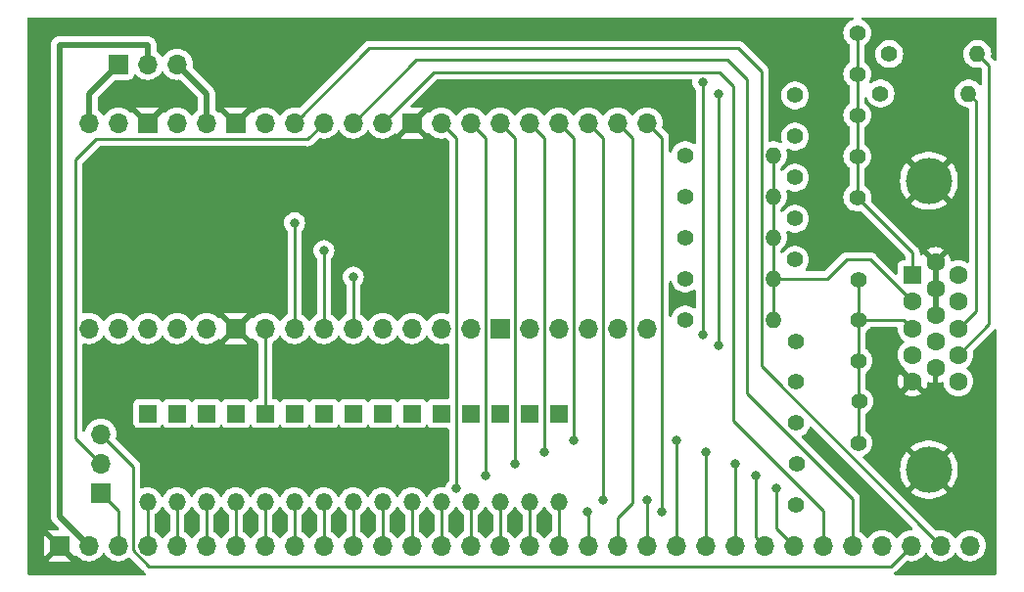
<source format=gbr>
%TF.GenerationSoftware,KiCad,Pcbnew,7.0.8*%
%TF.CreationDate,2024-01-16T07:15:13+01:00*%
%TF.ProjectId,Sorbus-VGA,536f7262-7573-42d5-9647-412e6b696361,rev?*%
%TF.SameCoordinates,Original*%
%TF.FileFunction,Copper,L1,Top*%
%TF.FilePolarity,Positive*%
%FSLAX46Y46*%
G04 Gerber Fmt 4.6, Leading zero omitted, Abs format (unit mm)*
G04 Created by KiCad (PCBNEW 7.0.8) date 2024-01-16 07:15:13*
%MOMM*%
%LPD*%
G01*
G04 APERTURE LIST*
G04 Aperture macros list*
%AMHorizOval*
0 Thick line with rounded ends*
0 $1 width*
0 $2 $3 position (X,Y) of the first rounded end (center of the circle)*
0 $4 $5 position (X,Y) of the second rounded end (center of the circle)*
0 Add line between two ends*
20,1,$1,$2,$3,$4,$5,0*
0 Add two circle primitives to create the rounded ends*
1,1,$1,$2,$3*
1,1,$1,$4,$5*%
G04 Aperture macros list end*
%TA.AperFunction,ComponentPad*%
%ADD10C,1.400000*%
%TD*%
%TA.AperFunction,ComponentPad*%
%ADD11HorizOval,1.400000X0.000000X0.000000X0.000000X0.000000X0*%
%TD*%
%TA.AperFunction,ComponentPad*%
%ADD12R,1.500000X1.500000*%
%TD*%
%TA.AperFunction,ComponentPad*%
%ADD13O,1.500000X1.500000*%
%TD*%
%TA.AperFunction,ComponentPad*%
%ADD14O,1.400000X1.400000*%
%TD*%
%TA.AperFunction,ComponentPad*%
%ADD15R,1.700000X1.700000*%
%TD*%
%TA.AperFunction,ComponentPad*%
%ADD16O,1.700000X1.700000*%
%TD*%
%TA.AperFunction,ComponentPad*%
%ADD17C,4.000000*%
%TD*%
%TA.AperFunction,ComponentPad*%
%ADD18R,1.600000X1.600000*%
%TD*%
%TA.AperFunction,ComponentPad*%
%ADD19C,1.600000*%
%TD*%
%TA.AperFunction,ViaPad*%
%ADD20C,0.800000*%
%TD*%
%TA.AperFunction,Conductor*%
%ADD21C,0.250000*%
%TD*%
%TA.AperFunction,Conductor*%
%ADD22C,0.508000*%
%TD*%
G04 APERTURE END LIST*
D10*
%TO.P,R5,1*%
%TO.N,/RED_B0*%
X97127924Y-37238077D03*
D11*
%TO.P,R5,2*%
%TO.N,/VGA_RED*%
X102516078Y-31849923D03*
%TD*%
D12*
%TO.P,D14,1,K*%
%TO.N,~{CS}*%
X74168000Y-64765000D03*
D13*
%TO.P,D14,2,A*%
%TO.N,/A14*%
X74168000Y-72385000D03*
%TD*%
D10*
%TO.P,R8,1*%
%TO.N,/GREEN_B2*%
X87630000Y-49530000D03*
D14*
%TO.P,R8,2*%
%TO.N,/VGA_GREEN*%
X95250000Y-49530000D03*
%TD*%
D12*
%TO.P,D15,1,K*%
%TO.N,~{CS}*%
X76708000Y-64765000D03*
D13*
%TO.P,D15,2,A*%
%TO.N,/A15*%
X76708000Y-72385000D03*
%TD*%
D10*
%TO.P,R17,1*%
%TO.N,/VSYNC*%
X105283000Y-33655000D03*
D14*
%TO.P,R17,2*%
%TO.N,/VGA_VSYNC*%
X112903000Y-33655000D03*
%TD*%
D12*
%TO.P,D10,1,K*%
%TO.N,~{CS}*%
X64008000Y-64765000D03*
D13*
%TO.P,D10,2,A*%
%TO.N,/A10*%
X64008000Y-72385000D03*
%TD*%
D12*
%TO.P,D8,1,K*%
%TO.N,~{CS}*%
X58928000Y-64765000D03*
D13*
%TO.P,D8,2,A*%
%TO.N,/A8*%
X58928000Y-72385000D03*
%TD*%
D10*
%TO.P,R14,1*%
%TO.N,/BLUE_B1*%
X97282000Y-69088000D03*
D11*
%TO.P,R14,2*%
%TO.N,/VGA_BLUE*%
X102670154Y-63699846D03*
%TD*%
D10*
%TO.P,R12,1*%
%TO.N,/BLUE_B3*%
X97227846Y-62030154D03*
D11*
%TO.P,R12,2*%
%TO.N,/VGA_BLUE*%
X102616000Y-56642000D03*
%TD*%
D12*
%TO.P,D6,1,K*%
%TO.N,~{CS}*%
X53848000Y-64765000D03*
D13*
%TO.P,D6,2,A*%
%TO.N,/A6*%
X53848000Y-72385000D03*
%TD*%
D10*
%TO.P,R10,1*%
%TO.N,/GREEN_B0*%
X87630000Y-42418000D03*
D14*
%TO.P,R10,2*%
%TO.N,/VGA_GREEN*%
X95250000Y-42418000D03*
%TD*%
D10*
%TO.P,R11,1*%
%TO.N,/BLUE_B4*%
X97227846Y-58574077D03*
D11*
%TO.P,R11,2*%
%TO.N,/VGA_BLUE*%
X102616000Y-53185923D03*
%TD*%
D10*
%TO.P,R7,1*%
%TO.N,/GREEN_B3*%
X87630000Y-53086000D03*
D14*
%TO.P,R7,2*%
%TO.N,/VGA_GREEN*%
X95250000Y-53086000D03*
%TD*%
D12*
%TO.P,D7,1,K*%
%TO.N,~{CS}*%
X56388000Y-64765000D03*
D13*
%TO.P,D7,2,A*%
%TO.N,/A7*%
X56388000Y-72385000D03*
%TD*%
D12*
%TO.P,D9,1,K*%
%TO.N,~{CS}*%
X61468000Y-64765000D03*
D13*
%TO.P,D9,2,A*%
%TO.N,/A9*%
X61468000Y-72385000D03*
%TD*%
D10*
%TO.P,R9,1*%
%TO.N,/GREEN_B1*%
X87630000Y-45974000D03*
D14*
%TO.P,R9,2*%
%TO.N,/VGA_GREEN*%
X95250000Y-45974000D03*
%TD*%
D15*
%TO.P,J3,1,Pin_1*%
%TO.N,/A0*%
X37084000Y-71628000D03*
D16*
%TO.P,J3,2,Pin_2*%
%TO.N,/GPIO28*%
X37084000Y-69088000D03*
%TO.P,J3,3,Pin_3*%
%TO.N,~{IRQ}*%
X37084000Y-66548000D03*
%TD*%
D10*
%TO.P,R3,1*%
%TO.N,/RED_B2*%
X97127924Y-44350077D03*
D11*
%TO.P,R3,2*%
%TO.N,/VGA_RED*%
X102516078Y-38961923D03*
%TD*%
D12*
%TO.P,D13,1,K*%
%TO.N,~{CS}*%
X71628000Y-64765000D03*
D13*
%TO.P,D13,2,A*%
%TO.N,/A13*%
X71628000Y-72385000D03*
%TD*%
D10*
%TO.P,R13,1*%
%TO.N,/BLUE_B2*%
X97227846Y-65586154D03*
D11*
%TO.P,R13,2*%
%TO.N,/VGA_BLUE*%
X102616000Y-60198000D03*
%TD*%
D17*
%TO.P,J2,0*%
%TO.N,GND*%
X108712000Y-69631000D03*
X108712000Y-44631000D03*
D18*
%TO.P,J2,1*%
%TO.N,/VGA_RED*%
X107292000Y-52816000D03*
D19*
%TO.P,J2,2*%
%TO.N,/VGA_GREEN*%
X107292000Y-55106000D03*
%TO.P,J2,3*%
%TO.N,/VGA_BLUE*%
X107292000Y-57396000D03*
%TO.P,J2,4*%
%TO.N,unconnected-(J2-Pad4)*%
X107292000Y-59686000D03*
%TO.P,J2,5*%
%TO.N,GND*%
X107292000Y-61976000D03*
%TO.P,J2,6*%
X109272000Y-51671000D03*
%TO.P,J2,7*%
X109272000Y-53961000D03*
%TO.P,J2,8*%
X109272000Y-56251000D03*
%TO.P,J2,9*%
%TO.N,unconnected-(J2-Pad9)*%
X109272000Y-58541000D03*
%TO.P,J2,10*%
%TO.N,GND*%
X109272000Y-60831000D03*
%TO.P,J2,11*%
%TO.N,unconnected-(J2-Pad11)*%
X111252000Y-52816000D03*
%TO.P,J2,12*%
%TO.N,unconnected-(J2-Pad12)*%
X111252000Y-55106000D03*
%TO.P,J2,13*%
%TO.N,/VGA_HSYNC*%
X111252000Y-57396000D03*
%TO.P,J2,14*%
%TO.N,/VGA_VSYNC*%
X111252000Y-59686000D03*
%TO.P,J2,15*%
%TO.N,unconnected-(J2-Pad15)*%
X111252000Y-61976000D03*
%TD*%
D12*
%TO.P,D3,1,K*%
%TO.N,~{CS}*%
X46228000Y-64765000D03*
D13*
%TO.P,D3,2,A*%
%TO.N,/A3*%
X46228000Y-72385000D03*
%TD*%
D10*
%TO.P,R15,1*%
%TO.N,/BLUE_B0*%
X97227846Y-72698154D03*
D11*
%TO.P,R15,2*%
%TO.N,/VGA_BLUE*%
X102616000Y-67310000D03*
%TD*%
D12*
%TO.P,D1,1,K*%
%TO.N,~{CS}*%
X41146000Y-64765000D03*
D13*
%TO.P,D1,2,A*%
%TO.N,/A1*%
X41146000Y-72385000D03*
%TD*%
D10*
%TO.P,R1,1*%
%TO.N,/RED_B4*%
X97127924Y-51462077D03*
D11*
%TO.P,R1,2*%
%TO.N,/VGA_RED*%
X102516078Y-46073923D03*
%TD*%
D10*
%TO.P,R2,1*%
%TO.N,/RED_B3*%
X97127924Y-47906077D03*
D11*
%TO.P,R2,2*%
%TO.N,/VGA_RED*%
X102516078Y-42517923D03*
%TD*%
D12*
%TO.P,D2,1,K*%
%TO.N,~{CS}*%
X43688000Y-64765000D03*
D13*
%TO.P,D2,2,A*%
%TO.N,/A2*%
X43688000Y-72385000D03*
%TD*%
D16*
%TO.P,U1,1,GPIO0*%
%TO.N,/RED_B0*%
X36068000Y-57404000D03*
%TO.P,U1,2,GPIO1*%
%TO.N,/RED_B1*%
X38608000Y-57404000D03*
%TO.P,U1,3,GPIO2*%
%TO.N,/RED_B2*%
X41148000Y-57404000D03*
%TO.P,U1,4,GPIO3*%
%TO.N,/RED_B3*%
X43688000Y-57404000D03*
%TO.P,U1,5,GPIO4*%
%TO.N,/RED_B4*%
X46228000Y-57404000D03*
D15*
%TO.P,U1,6,GND*%
%TO.N,GND*%
X48768000Y-57404000D03*
D16*
%TO.P,U1,7,GPIO5*%
%TO.N,~{CS}*%
X51308000Y-57404000D03*
%TO.P,U1,8,GPIO6*%
%TO.N,/GREEN_B0*%
X53848000Y-57404000D03*
%TO.P,U1,9,GPIO7*%
%TO.N,/GREEN_B1*%
X56388000Y-57404000D03*
%TO.P,U1,10,GPIO8*%
%TO.N,/GREEN_B2*%
X58928000Y-57404000D03*
%TO.P,U1,11,GPIO9*%
%TO.N,/GREEN_B3*%
X61468000Y-57404000D03*
%TO.P,U1,12,GPIO10*%
%TO.N,/GREEN_B4*%
X64008000Y-57404000D03*
%TO.P,U1,13,GPIO11*%
%TO.N,/BLUE_B0*%
X66548000Y-57404000D03*
%TO.P,U1,14,GPIO12*%
%TO.N,/BLUE_B1*%
X69088000Y-57404000D03*
D15*
%TO.P,U1,15,GND*%
%TO.N,GND*%
X71628000Y-57404000D03*
D16*
%TO.P,U1,16,GPIO13*%
%TO.N,/BLUE_B2*%
X74168000Y-57404000D03*
%TO.P,U1,17,GPIO14*%
%TO.N,/BLUE_B3*%
X76708000Y-57404000D03*
%TO.P,U1,18,GPIO15*%
%TO.N,/BLUE_B4*%
X79248000Y-57404000D03*
%TO.P,U1,19,GPIO16*%
%TO.N,/HSYNC*%
X81788000Y-57404000D03*
%TO.P,U1,20,GPIO17*%
%TO.N,/VSYNC*%
X84328000Y-57404000D03*
%TO.P,U1,21,GPIO18*%
%TO.N,D0*%
X84328000Y-39624000D03*
%TO.P,U1,22,GPIO19*%
%TO.N,D1*%
X81788000Y-39624000D03*
%TO.P,U1,23,GPIO20*%
%TO.N,D2*%
X79248000Y-39624000D03*
%TO.P,U1,24,GPIO21*%
%TO.N,D3*%
X76708000Y-39624000D03*
%TO.P,U1,25,GPIO22*%
%TO.N,D4*%
X74168000Y-39624000D03*
%TO.P,U1,26,GPIO23*%
%TO.N,D5*%
X71628000Y-39624000D03*
%TO.P,U1,27,GPIO24*%
%TO.N,D6*%
X69088000Y-39624000D03*
%TO.P,U1,28,GPIO25*%
%TO.N,D7*%
X66548000Y-39624000D03*
D15*
%TO.P,U1,29,AGND*%
%TO.N,GND*%
X64008000Y-39624000D03*
D16*
%TO.P,U1,30,GPIO26_ADC0*%
%TO.N,R{slash}~{W}*%
X61468000Y-39624000D03*
%TO.P,U1,31,GPIO27_ADC1*%
%TO.N,CLK*%
X58928000Y-39624000D03*
%TO.P,U1,32,GPIO28_ADC2*%
%TO.N,/GPIO28*%
X56388000Y-39624000D03*
%TO.P,U1,33,GPIO29_ADC3*%
%TO.N,~{NMI}*%
X53848000Y-39624000D03*
%TO.P,U1,34,RUN*%
%TO.N,RUN*%
X51308000Y-39624000D03*
D15*
%TO.P,U1,35,GND*%
%TO.N,GND*%
X48768000Y-39624000D03*
D16*
%TO.P,U1,36,3V3*%
%TO.N,3V3*%
X46228000Y-39624000D03*
%TO.P,U1,37,3V3_EN*%
%TO.N,unconnected-(U1-3V3_EN-Pad37)*%
X43688000Y-39624000D03*
D15*
%TO.P,U1,38,GND*%
%TO.N,GND*%
X41148000Y-39624000D03*
D16*
%TO.P,U1,39,VIN*%
%TO.N,unconnected-(U1-VIN-Pad39)*%
X38608000Y-39624000D03*
%TO.P,U1,40,VBUS*%
%TO.N,5V*%
X36068000Y-39624000D03*
%TD*%
D10*
%TO.P,R4,1*%
%TO.N,/RED_B1*%
X97127924Y-40794077D03*
D11*
%TO.P,R4,2*%
%TO.N,/VGA_RED*%
X102516078Y-35405923D03*
%TD*%
D12*
%TO.P,D12,1,K*%
%TO.N,~{CS}*%
X69088000Y-64765000D03*
D13*
%TO.P,D12,2,A*%
%TO.N,/A12*%
X69088000Y-72385000D03*
%TD*%
D10*
%TO.P,R16,1*%
%TO.N,/HSYNC*%
X104521000Y-37084000D03*
D14*
%TO.P,R16,2*%
%TO.N,/VGA_HSYNC*%
X112141000Y-37084000D03*
%TD*%
D15*
%TO.P,J4,1,Pin_1*%
%TO.N,5V*%
X38608000Y-34544000D03*
D16*
%TO.P,J4,2,Pin_2*%
%TO.N,VCC*%
X41148000Y-34544000D03*
%TO.P,J4,3,Pin_3*%
%TO.N,3V3*%
X43688000Y-34544000D03*
%TD*%
D10*
%TO.P,R6,1*%
%TO.N,/GREEN_B4*%
X87630000Y-56642000D03*
D14*
%TO.P,R6,2*%
%TO.N,/VGA_GREEN*%
X95250000Y-56642000D03*
%TD*%
D12*
%TO.P,D4,1,K*%
%TO.N,~{CS}*%
X48768000Y-64765000D03*
D13*
%TO.P,D4,2,A*%
%TO.N,/A4*%
X48768000Y-72385000D03*
%TD*%
D12*
%TO.P,D5,1,K*%
%TO.N,~{CS}*%
X51308000Y-64765000D03*
D13*
%TO.P,D5,2,A*%
%TO.N,/A5*%
X51308000Y-72385000D03*
%TD*%
D12*
%TO.P,D11,1,K*%
%TO.N,~{CS}*%
X66548000Y-64765000D03*
D13*
%TO.P,D11,2,A*%
%TO.N,/A11*%
X66548000Y-72385000D03*
%TD*%
D15*
%TO.P,J1,1,Pin_1*%
%TO.N,GND*%
X33528000Y-76200000D03*
D16*
%TO.P,J1,2,Pin_2*%
%TO.N,VCC*%
X36068000Y-76200000D03*
%TO.P,J1,3,Pin_3*%
%TO.N,/A0*%
X38608000Y-76200000D03*
%TO.P,J1,4,Pin_4*%
%TO.N,/A1*%
X41148000Y-76200000D03*
%TO.P,J1,5,Pin_5*%
%TO.N,/A2*%
X43688000Y-76200000D03*
%TO.P,J1,6,Pin_6*%
%TO.N,/A3*%
X46228000Y-76200000D03*
%TO.P,J1,7,Pin_7*%
%TO.N,/A4*%
X48768000Y-76200000D03*
%TO.P,J1,8,Pin_8*%
%TO.N,/A5*%
X51308000Y-76200000D03*
%TO.P,J1,9,Pin_9*%
%TO.N,/A6*%
X53848000Y-76200000D03*
%TO.P,J1,10,Pin_10*%
%TO.N,/A7*%
X56388000Y-76200000D03*
%TO.P,J1,11,Pin_11*%
%TO.N,/A8*%
X58928000Y-76200000D03*
%TO.P,J1,12,Pin_12*%
%TO.N,/A9*%
X61468000Y-76200000D03*
%TO.P,J1,13,Pin_13*%
%TO.N,/A10*%
X64008000Y-76200000D03*
%TO.P,J1,14,Pin_14*%
%TO.N,/A11*%
X66548000Y-76200000D03*
%TO.P,J1,15,Pin_15*%
%TO.N,/A12*%
X69088000Y-76200000D03*
%TO.P,J1,16,Pin_16*%
%TO.N,/A13*%
X71628000Y-76200000D03*
%TO.P,J1,17,Pin_17*%
%TO.N,/A14*%
X74168000Y-76200000D03*
%TO.P,J1,18,Pin_18*%
%TO.N,/A15*%
X76708000Y-76200000D03*
%TO.P,J1,19,Pin_19*%
%TO.N,D0*%
X79248000Y-76200000D03*
%TO.P,J1,20,Pin_20*%
%TO.N,D1*%
X81788000Y-76200000D03*
%TO.P,J1,21,Pin_21*%
%TO.N,D2*%
X84328000Y-76200000D03*
%TO.P,J1,22,Pin_22*%
%TO.N,D3*%
X86868000Y-76200000D03*
%TO.P,J1,23,Pin_23*%
%TO.N,D4*%
X89408000Y-76200000D03*
%TO.P,J1,24,Pin_24*%
%TO.N,D5*%
X91948000Y-76200000D03*
%TO.P,J1,25,Pin_25*%
%TO.N,D6*%
X94488000Y-76200000D03*
%TO.P,J1,26,Pin_26*%
%TO.N,D7*%
X97028000Y-76200000D03*
%TO.P,J1,27,Pin_27*%
%TO.N,R{slash}~{W}*%
X99568000Y-76200000D03*
%TO.P,J1,28,Pin_28*%
%TO.N,CLK*%
X102108000Y-76200000D03*
%TO.P,J1,29,Pin_29*%
%TO.N,RDY*%
X104648000Y-76200000D03*
%TO.P,J1,30,Pin_30*%
%TO.N,~{IRQ}*%
X107188000Y-76200000D03*
%TO.P,J1,31,Pin_31*%
%TO.N,~{NMI}*%
X109728000Y-76200000D03*
%TO.P,J1,32,Pin_32*%
%TO.N,~{RESET}*%
X112268000Y-76200000D03*
%TD*%
D20*
%TO.N,GND*%
X98552000Y-66929000D03*
X105918000Y-74676000D03*
X65278000Y-59563000D03*
X52578000Y-59563000D03*
X42418000Y-74168000D03*
X57658000Y-74168000D03*
X47498000Y-74168000D03*
X50038000Y-74168000D03*
X60198000Y-74168000D03*
X67818000Y-74168000D03*
X55118000Y-74168000D03*
X65278000Y-74168000D03*
X72898000Y-74168000D03*
X52578000Y-74168000D03*
X75438000Y-74168000D03*
X62738000Y-74168000D03*
X87630000Y-54991000D03*
X44958000Y-74168000D03*
X70358000Y-74168000D03*
%TO.N,D0*%
X79206551Y-73279000D03*
X85598000Y-73278992D03*
%TO.N,D2*%
X84328000Y-72263000D03*
X80518000Y-72263000D03*
%TO.N,D3*%
X77978000Y-67056000D03*
X86867994Y-67056000D03*
%TO.N,D4*%
X89408000Y-68072000D03*
X75437997Y-68072000D03*
%TO.N,D5*%
X91948000Y-69088000D03*
X72898000Y-69087994D03*
%TO.N,D6*%
X93726000Y-70104000D03*
X70358004Y-70104000D03*
%TO.N,D7*%
X95504000Y-71247000D03*
X67818000Y-71247000D03*
%TO.N,/GREEN_B2*%
X58928000Y-52959000D03*
%TO.N,/GREEN_B1*%
X56388000Y-50673000D03*
%TO.N,/GREEN_B0*%
X53847996Y-48260000D03*
%TO.N,/HSYNC*%
X90551000Y-37084000D03*
X90551000Y-58838000D03*
%TO.N,/VSYNC*%
X89154000Y-57917279D03*
X89154000Y-36068010D03*
%TD*%
D21*
%TO.N,~{CS}*%
X51308000Y-57404000D02*
X51308000Y-64765000D01*
%TO.N,/A6*%
X53848000Y-76200000D02*
X53848000Y-72385000D01*
%TO.N,/A12*%
X69088000Y-76200000D02*
X69088000Y-72385000D01*
%TO.N,/A13*%
X71628000Y-72385000D02*
X71628000Y-76200000D01*
%TO.N,/A15*%
X76708000Y-72385000D02*
X76708000Y-76200000D01*
D22*
%TO.N,GND*%
X109272000Y-51671000D02*
X109272000Y-56251000D01*
%TO.N,VCC*%
X41148000Y-32893000D02*
X41148000Y-34544000D01*
X33528000Y-32893000D02*
X41148000Y-32893000D01*
X36068000Y-76200000D02*
X33528000Y-73660000D01*
X33528000Y-73660000D02*
X33528000Y-32893000D01*
D21*
%TO.N,D0*%
X79248000Y-76200000D02*
X79248000Y-73320449D01*
X84328000Y-39624000D02*
X85598000Y-40894000D01*
X85598000Y-40894000D02*
X85598000Y-73278992D01*
X79248000Y-73320449D02*
X79206551Y-73279000D01*
%TO.N,D1*%
X83058000Y-72517000D02*
X81788000Y-73787000D01*
X83058000Y-40894000D02*
X83058000Y-72517000D01*
X81788000Y-39624000D02*
X83058000Y-40894000D01*
X81788000Y-73787000D02*
X81788000Y-76200000D01*
%TO.N,D2*%
X79248000Y-39624000D02*
X80518000Y-40894000D01*
X84328000Y-76200000D02*
X84328000Y-72263000D01*
X80518000Y-40894000D02*
X80518000Y-72263000D01*
%TO.N,D3*%
X86868000Y-76200000D02*
X86868000Y-67183002D01*
X86868000Y-67183002D02*
X86867994Y-67182996D01*
X86106000Y-76200000D02*
X86868000Y-76200000D01*
X77978000Y-40894000D02*
X77978000Y-67056000D01*
X86867994Y-67182996D02*
X86867994Y-67056000D01*
X87212924Y-75855076D02*
X86868000Y-76200000D01*
X76708000Y-39624000D02*
X77978000Y-40894000D01*
%TO.N,D4*%
X89144695Y-76200000D02*
X89408000Y-76200000D01*
X74168000Y-39624000D02*
X75437997Y-40893997D01*
X89408000Y-76200000D02*
X89408000Y-68072000D01*
X75437997Y-40893997D02*
X75437997Y-68072000D01*
%TO.N,D5*%
X71628000Y-39624000D02*
X72897999Y-40893999D01*
X72897999Y-40893999D02*
X72898000Y-69087994D01*
X91430695Y-76200000D02*
X91948000Y-76200000D01*
X91948000Y-69342000D02*
X91948000Y-69088000D01*
X91948000Y-76200000D02*
X91948000Y-69342000D01*
%TO.N,D6*%
X70358004Y-40894004D02*
X70358004Y-70104000D01*
X94224695Y-76200000D02*
X94488000Y-76200000D01*
X94488000Y-76200000D02*
X93726000Y-75438000D01*
X69088000Y-39624000D02*
X70358004Y-40894004D01*
X93726000Y-75438000D02*
X93726000Y-70104000D01*
%TO.N,D7*%
X67818000Y-40894000D02*
X67818000Y-71247000D01*
X95504000Y-74676000D02*
X95504000Y-71247000D01*
X97028000Y-76200000D02*
X95504000Y-74676000D01*
X66548000Y-39624000D02*
X67818000Y-40894000D01*
%TO.N,R{slash}~{W}*%
X99568000Y-73152000D02*
X91784000Y-65368000D01*
X91784000Y-36398366D02*
X90601634Y-35216000D01*
X91784000Y-65368000D02*
X91784000Y-36398366D01*
X99568000Y-76200000D02*
X99568000Y-73152000D01*
X65876000Y-35216000D02*
X61468000Y-39624000D01*
X90601634Y-35216000D02*
X65876000Y-35216000D01*
%TO.N,CLK*%
X64389000Y-34163000D02*
X58928000Y-39624000D01*
X92964000Y-35814000D02*
X91313000Y-34163000D01*
X91313000Y-34163000D02*
X64389000Y-34163000D01*
X102108000Y-76200000D02*
X102108000Y-72136000D01*
X92964000Y-62992000D02*
X92964000Y-35814000D01*
X102108000Y-72136000D02*
X92964000Y-62992000D01*
%TO.N,~{NMI}*%
X60325000Y-33147000D02*
X92202000Y-33147000D01*
X53848000Y-39624000D02*
X60325000Y-33147000D01*
X92202000Y-33147000D02*
X94225000Y-35170000D01*
X94225000Y-35170000D02*
X94225000Y-60697000D01*
X94225000Y-60697000D02*
X109728000Y-76200000D01*
%TO.N,/VGA_RED*%
X107292000Y-50849845D02*
X107292000Y-52816000D01*
X102516078Y-31849923D02*
X102516078Y-46073923D01*
X102516078Y-46073923D02*
X107292000Y-50849845D01*
%TO.N,/VGA_GREEN*%
X103621000Y-51435000D02*
X107292000Y-55106000D01*
X95250000Y-56642000D02*
X95250000Y-42418000D01*
X95250000Y-53086000D02*
X99949000Y-53086000D01*
X101600000Y-51435000D02*
X103621000Y-51435000D01*
X99949000Y-53086000D02*
X101600000Y-51435000D01*
%TO.N,/VGA_BLUE*%
X102616000Y-56642000D02*
X106538000Y-56642000D01*
X106538000Y-56642000D02*
X107292000Y-57396000D01*
X102616000Y-53185923D02*
X102616000Y-67310000D01*
%TO.N,/VGA_HSYNC*%
X112776000Y-55872000D02*
X112776000Y-37719000D01*
X112776000Y-37719000D02*
X112141000Y-37084000D01*
X111252000Y-57396000D02*
X112776000Y-55872000D01*
%TO.N,/VGA_VSYNC*%
X113919000Y-34671000D02*
X113919000Y-57019000D01*
X112903000Y-33655000D02*
X113919000Y-34671000D01*
X113919000Y-57019000D02*
X111252000Y-59686000D01*
%TO.N,/GREEN_B2*%
X58928000Y-57404000D02*
X58928000Y-52959000D01*
%TO.N,/GREEN_B1*%
X56388000Y-57404000D02*
X56388000Y-50673000D01*
%TO.N,/GREEN_B0*%
X53848000Y-48260004D02*
X53847996Y-48260000D01*
X53848000Y-57404000D02*
X53848000Y-48260004D01*
%TO.N,/HSYNC*%
X90551000Y-58838000D02*
X90551000Y-37084000D01*
%TO.N,/VSYNC*%
X89154000Y-57917279D02*
X89154000Y-36068010D01*
D22*
%TO.N,3V3*%
X43688000Y-34544000D02*
X46228000Y-37084000D01*
X46228000Y-37084000D02*
X46228000Y-39624000D01*
D21*
%TO.N,/A1*%
X41146000Y-72385000D02*
X41146000Y-76198000D01*
X41146000Y-76198000D02*
X41148000Y-76200000D01*
%TO.N,/GPIO28*%
X36703000Y-41021000D02*
X34893000Y-42831000D01*
X54991000Y-41021000D02*
X36703000Y-41021000D01*
X34893000Y-42831000D02*
X34893000Y-66897000D01*
X34893000Y-66897000D02*
X37084000Y-69088000D01*
X56388000Y-39624000D02*
X54991000Y-41021000D01*
%TO.N,/A2*%
X43688000Y-72385000D02*
X43688000Y-76200000D01*
%TO.N,/A3*%
X46228000Y-72385000D02*
X46228000Y-76200000D01*
%TO.N,/A4*%
X48768000Y-72385000D02*
X48768000Y-76200000D01*
%TO.N,/A5*%
X51308000Y-72385000D02*
X51308000Y-76200000D01*
%TO.N,/A7*%
X56388000Y-72385000D02*
X56388000Y-76200000D01*
%TO.N,/A8*%
X58928000Y-76200000D02*
X58928000Y-72385000D01*
%TO.N,/A9*%
X61468000Y-72385000D02*
X61468000Y-76200000D01*
%TO.N,/A10*%
X64008000Y-76200000D02*
X64008000Y-72385000D01*
%TO.N,/A11*%
X66548000Y-72385000D02*
X66548000Y-76200000D01*
%TO.N,/A14*%
X74168000Y-76200000D02*
X74168000Y-72385000D01*
%TO.N,/A0*%
X37084000Y-71628000D02*
X38608000Y-73152000D01*
X38608000Y-73152000D02*
X38608000Y-76200000D01*
%TO.N,~{IRQ}*%
X107188000Y-76200000D02*
X105410000Y-77978000D01*
X39878000Y-76591701D02*
X39878000Y-69342000D01*
X105410000Y-77978000D02*
X41264299Y-77978000D01*
X39878000Y-69342000D02*
X37084000Y-66548000D01*
X41264299Y-77978000D02*
X39878000Y-76591701D01*
D22*
%TO.N,5V*%
X36068000Y-37084000D02*
X36068000Y-39624000D01*
X38608000Y-34544000D02*
X36068000Y-37084000D01*
%TD*%
%TA.AperFunction,Conductor*%
%TO.N,GND*%
G36*
X102131405Y-30500185D02*
G01*
X102177160Y-30552989D01*
X102187104Y-30622147D01*
X102158079Y-30685703D01*
X102109161Y-30720125D01*
X102019366Y-30754912D01*
X101978679Y-30770675D01*
X101978673Y-30770677D01*
X101789517Y-30887797D01*
X101789515Y-30887799D01*
X101625098Y-31037684D01*
X101491021Y-31215231D01*
X101491016Y-31215239D01*
X101391853Y-31414384D01*
X101391847Y-31414399D01*
X101330963Y-31628385D01*
X101330962Y-31628387D01*
X101310435Y-31849922D01*
X101310435Y-31849923D01*
X101330962Y-32071458D01*
X101330963Y-32071460D01*
X101391847Y-32285446D01*
X101391853Y-32285461D01*
X101491016Y-32484606D01*
X101491021Y-32484614D01*
X101625098Y-32662161D01*
X101789511Y-32812043D01*
X101789513Y-32812045D01*
X101789515Y-32812046D01*
X101789516Y-32812047D01*
X101831856Y-32838262D01*
X101878490Y-32890287D01*
X101890578Y-32943688D01*
X101890578Y-34312156D01*
X101870893Y-34379195D01*
X101831856Y-34417583D01*
X101789514Y-34443800D01*
X101625098Y-34593684D01*
X101491021Y-34771231D01*
X101491016Y-34771239D01*
X101391853Y-34970384D01*
X101391847Y-34970399D01*
X101330963Y-35184385D01*
X101330962Y-35184387D01*
X101310435Y-35405922D01*
X101310435Y-35405923D01*
X101330962Y-35627458D01*
X101330963Y-35627460D01*
X101391847Y-35841446D01*
X101391853Y-35841461D01*
X101491016Y-36040606D01*
X101491021Y-36040614D01*
X101625098Y-36218161D01*
X101789511Y-36368043D01*
X101789513Y-36368045D01*
X101789515Y-36368046D01*
X101789516Y-36368047D01*
X101831856Y-36394262D01*
X101878490Y-36446287D01*
X101890578Y-36499688D01*
X101890578Y-37868156D01*
X101870893Y-37935195D01*
X101831856Y-37973583D01*
X101789514Y-37999800D01*
X101625098Y-38149684D01*
X101491021Y-38327231D01*
X101491016Y-38327239D01*
X101391853Y-38526384D01*
X101391847Y-38526399D01*
X101330963Y-38740385D01*
X101330962Y-38740387D01*
X101310435Y-38961922D01*
X101310435Y-38961923D01*
X101330962Y-39183458D01*
X101330963Y-39183460D01*
X101391847Y-39397446D01*
X101391853Y-39397461D01*
X101491016Y-39596606D01*
X101491021Y-39596614D01*
X101625098Y-39774161D01*
X101789511Y-39924043D01*
X101789513Y-39924045D01*
X101789515Y-39924046D01*
X101789516Y-39924047D01*
X101831856Y-39950262D01*
X101878490Y-40002287D01*
X101890578Y-40055688D01*
X101890578Y-41424156D01*
X101870893Y-41491195D01*
X101831856Y-41529583D01*
X101789514Y-41555800D01*
X101625098Y-41705684D01*
X101491021Y-41883231D01*
X101491016Y-41883239D01*
X101391853Y-42082384D01*
X101391847Y-42082399D01*
X101330963Y-42296385D01*
X101330962Y-42296387D01*
X101310435Y-42517922D01*
X101310435Y-42517923D01*
X101330962Y-42739458D01*
X101330963Y-42739460D01*
X101391847Y-42953446D01*
X101391853Y-42953461D01*
X101491016Y-43152606D01*
X101491021Y-43152614D01*
X101625098Y-43330161D01*
X101789511Y-43480043D01*
X101789513Y-43480045D01*
X101789515Y-43480046D01*
X101789516Y-43480047D01*
X101831856Y-43506262D01*
X101878490Y-43558287D01*
X101890578Y-43611688D01*
X101890578Y-44980156D01*
X101870893Y-45047195D01*
X101831856Y-45085583D01*
X101789514Y-45111800D01*
X101625098Y-45261684D01*
X101491021Y-45439231D01*
X101491016Y-45439239D01*
X101391853Y-45638384D01*
X101391847Y-45638399D01*
X101330963Y-45852385D01*
X101330962Y-45852387D01*
X101310435Y-46073922D01*
X101310435Y-46073923D01*
X101330962Y-46295458D01*
X101330963Y-46295460D01*
X101391847Y-46509446D01*
X101391853Y-46509461D01*
X101491016Y-46708606D01*
X101491021Y-46708614D01*
X101625098Y-46886161D01*
X101789515Y-47036046D01*
X101789517Y-47036048D01*
X101978673Y-47153168D01*
X101978674Y-47153168D01*
X101978677Y-47153170D01*
X102186138Y-47233541D01*
X102404835Y-47274423D01*
X102404837Y-47274423D01*
X102627319Y-47274423D01*
X102627321Y-47274423D01*
X102735507Y-47254199D01*
X102805021Y-47261230D01*
X102845972Y-47288407D01*
X106630181Y-51072616D01*
X106663666Y-51133939D01*
X106666500Y-51160297D01*
X106666500Y-51391500D01*
X106646815Y-51458539D01*
X106594011Y-51504294D01*
X106542501Y-51515500D01*
X106444130Y-51515500D01*
X106444123Y-51515501D01*
X106384516Y-51521908D01*
X106249671Y-51572202D01*
X106249664Y-51572206D01*
X106134455Y-51658452D01*
X106134452Y-51658455D01*
X106048206Y-51773664D01*
X106048202Y-51773671D01*
X105997908Y-51908517D01*
X105991501Y-51968116D01*
X105991500Y-51968135D01*
X105991500Y-52621547D01*
X105971815Y-52688586D01*
X105919011Y-52734341D01*
X105849853Y-52744285D01*
X105786297Y-52715260D01*
X105779819Y-52709228D01*
X104121803Y-51051212D01*
X104111980Y-51038950D01*
X104111759Y-51039134D01*
X104106786Y-51033123D01*
X104088159Y-51015631D01*
X104056364Y-50985773D01*
X104045919Y-50975328D01*
X104035475Y-50964883D01*
X104029986Y-50960625D01*
X104025561Y-50956847D01*
X103991582Y-50924938D01*
X103991580Y-50924936D01*
X103991577Y-50924935D01*
X103974029Y-50915288D01*
X103957763Y-50904604D01*
X103941933Y-50892325D01*
X103899168Y-50873818D01*
X103893922Y-50871248D01*
X103853093Y-50848803D01*
X103853092Y-50848802D01*
X103833693Y-50843822D01*
X103815281Y-50837518D01*
X103796898Y-50829562D01*
X103796892Y-50829560D01*
X103750874Y-50822272D01*
X103745152Y-50821087D01*
X103700021Y-50809500D01*
X103700019Y-50809500D01*
X103679984Y-50809500D01*
X103660586Y-50807973D01*
X103653162Y-50806797D01*
X103640805Y-50804840D01*
X103640804Y-50804840D01*
X103594416Y-50809225D01*
X103588578Y-50809500D01*
X101682743Y-50809500D01*
X101667122Y-50807775D01*
X101667095Y-50808061D01*
X101659333Y-50807326D01*
X101590172Y-50809500D01*
X101560649Y-50809500D01*
X101553778Y-50810367D01*
X101547959Y-50810825D01*
X101501374Y-50812289D01*
X101501368Y-50812290D01*
X101482126Y-50817880D01*
X101463087Y-50821823D01*
X101443217Y-50824334D01*
X101443203Y-50824337D01*
X101399883Y-50841488D01*
X101394358Y-50843380D01*
X101349613Y-50856380D01*
X101349610Y-50856381D01*
X101332366Y-50866579D01*
X101314905Y-50875133D01*
X101296274Y-50882510D01*
X101296262Y-50882517D01*
X101258570Y-50909902D01*
X101253687Y-50913109D01*
X101213580Y-50936829D01*
X101199414Y-50950995D01*
X101184624Y-50963627D01*
X101168414Y-50975404D01*
X101168411Y-50975407D01*
X101138710Y-51011309D01*
X101134777Y-51015631D01*
X99726228Y-52424181D01*
X99664905Y-52457666D01*
X99638547Y-52460500D01*
X98127329Y-52460500D01*
X98060290Y-52440815D01*
X98014535Y-52388011D01*
X98004591Y-52318853D01*
X98028375Y-52261773D01*
X98094015Y-52174851D01*
X98152982Y-52096766D01*
X98252153Y-51897605D01*
X98313039Y-51683613D01*
X98333567Y-51462077D01*
X98313039Y-51240541D01*
X98252153Y-51026549D01*
X98248153Y-51018516D01*
X98152985Y-50827393D01*
X98152980Y-50827385D01*
X98018903Y-50649838D01*
X97854486Y-50499953D01*
X97854484Y-50499951D01*
X97665328Y-50382831D01*
X97665322Y-50382829D01*
X97457864Y-50302459D01*
X97239167Y-50261577D01*
X97016681Y-50261577D01*
X96797984Y-50302459D01*
X96792143Y-50304722D01*
X96590525Y-50382829D01*
X96590519Y-50382831D01*
X96401363Y-50499951D01*
X96401361Y-50499953D01*
X96236944Y-50649838D01*
X96099411Y-50831963D01*
X96097621Y-50830611D01*
X96052879Y-50870704D01*
X95983896Y-50881795D01*
X95919866Y-50853831D01*
X95881120Y-50795689D01*
X95875500Y-50758781D01*
X95875500Y-50623765D01*
X95895185Y-50556726D01*
X95934220Y-50518340D01*
X95976562Y-50492124D01*
X96094487Y-50384621D01*
X96140979Y-50342238D01*
X96169315Y-50304716D01*
X96275058Y-50164689D01*
X96374229Y-49965528D01*
X96435115Y-49751536D01*
X96455643Y-49530000D01*
X96435115Y-49308464D01*
X96377873Y-49107279D01*
X96378459Y-49037415D01*
X96416726Y-48978957D01*
X96480523Y-48950466D01*
X96549596Y-48960990D01*
X96562409Y-48967917D01*
X96590523Y-48985324D01*
X96797984Y-49065695D01*
X97016681Y-49106577D01*
X97016683Y-49106577D01*
X97239165Y-49106577D01*
X97239167Y-49106577D01*
X97457864Y-49065695D01*
X97665325Y-48985324D01*
X97854486Y-48868201D01*
X98018905Y-48718313D01*
X98152982Y-48540766D01*
X98252153Y-48341605D01*
X98313039Y-48127613D01*
X98333567Y-47906077D01*
X98313039Y-47684541D01*
X98252153Y-47470549D01*
X98252148Y-47470538D01*
X98152985Y-47271393D01*
X98152980Y-47271385D01*
X98018903Y-47093838D01*
X97854486Y-46943953D01*
X97854484Y-46943951D01*
X97665328Y-46826831D01*
X97665322Y-46826829D01*
X97457864Y-46746459D01*
X97239167Y-46705577D01*
X97016681Y-46705577D01*
X96797984Y-46746459D01*
X96721010Y-46776279D01*
X96590525Y-46826829D01*
X96590519Y-46826831D01*
X96401363Y-46943951D01*
X96401361Y-46943953D01*
X96236944Y-47093838D01*
X96099411Y-47275963D01*
X96097621Y-47274611D01*
X96052879Y-47314704D01*
X95983896Y-47325795D01*
X95919866Y-47297831D01*
X95881120Y-47239689D01*
X95875500Y-47202781D01*
X95875500Y-47067765D01*
X95895185Y-47000726D01*
X95934220Y-46962340D01*
X95976562Y-46936124D01*
X96086174Y-46836198D01*
X96140979Y-46786238D01*
X96171369Y-46745996D01*
X96275058Y-46608689D01*
X96374229Y-46409528D01*
X96435115Y-46195536D01*
X96455643Y-45974000D01*
X96435115Y-45752464D01*
X96377873Y-45551279D01*
X96378459Y-45481415D01*
X96416726Y-45422957D01*
X96480523Y-45394466D01*
X96549596Y-45404990D01*
X96562409Y-45411917D01*
X96590523Y-45429324D01*
X96797984Y-45509695D01*
X97016681Y-45550577D01*
X97016683Y-45550577D01*
X97239165Y-45550577D01*
X97239167Y-45550577D01*
X97457864Y-45509695D01*
X97665325Y-45429324D01*
X97854486Y-45312201D01*
X98018905Y-45162313D01*
X98152982Y-44984766D01*
X98252153Y-44785605D01*
X98313039Y-44571613D01*
X98333567Y-44350077D01*
X98313039Y-44128541D01*
X98252153Y-43914549D01*
X98252148Y-43914538D01*
X98152985Y-43715393D01*
X98152980Y-43715385D01*
X98018903Y-43537838D01*
X97854486Y-43387953D01*
X97854484Y-43387951D01*
X97665328Y-43270831D01*
X97665322Y-43270829D01*
X97457864Y-43190459D01*
X97239167Y-43149577D01*
X97016681Y-43149577D01*
X96797984Y-43190459D01*
X96770824Y-43200981D01*
X96590525Y-43270829D01*
X96590519Y-43270831D01*
X96401363Y-43387951D01*
X96401361Y-43387953D01*
X96236944Y-43537838D01*
X96099411Y-43719963D01*
X96097621Y-43718611D01*
X96052879Y-43758704D01*
X95983896Y-43769795D01*
X95919866Y-43741831D01*
X95881120Y-43683689D01*
X95875500Y-43646781D01*
X95875500Y-43511765D01*
X95895185Y-43444726D01*
X95934220Y-43406340D01*
X95976562Y-43380124D01*
X96086174Y-43280198D01*
X96140979Y-43230238D01*
X96195054Y-43158632D01*
X96275058Y-43052689D01*
X96374229Y-42853528D01*
X96435115Y-42639536D01*
X96455643Y-42418000D01*
X96448898Y-42345214D01*
X96435115Y-42196464D01*
X96430048Y-42178654D01*
X96377873Y-41995279D01*
X96378459Y-41925415D01*
X96416726Y-41866957D01*
X96480523Y-41838466D01*
X96549596Y-41848990D01*
X96562409Y-41855917D01*
X96590523Y-41873324D01*
X96797984Y-41953695D01*
X97016681Y-41994577D01*
X97016683Y-41994577D01*
X97239165Y-41994577D01*
X97239167Y-41994577D01*
X97457864Y-41953695D01*
X97665325Y-41873324D01*
X97854486Y-41756201D01*
X98018905Y-41606313D01*
X98152982Y-41428766D01*
X98252153Y-41229605D01*
X98313039Y-41015613D01*
X98333567Y-40794077D01*
X98313039Y-40572541D01*
X98252153Y-40358549D01*
X98227900Y-40309842D01*
X98152985Y-40159393D01*
X98152980Y-40159385D01*
X98018903Y-39981838D01*
X97854486Y-39831953D01*
X97854484Y-39831951D01*
X97665328Y-39714831D01*
X97665322Y-39714829D01*
X97457864Y-39634459D01*
X97239167Y-39593577D01*
X97016681Y-39593577D01*
X96797984Y-39634459D01*
X96666788Y-39685284D01*
X96590525Y-39714829D01*
X96590519Y-39714831D01*
X96401363Y-39831951D01*
X96401361Y-39831953D01*
X96236944Y-39981838D01*
X96102867Y-40159385D01*
X96102862Y-40159393D01*
X96003699Y-40358538D01*
X96003693Y-40358553D01*
X95942809Y-40572539D01*
X95942808Y-40572541D01*
X95922281Y-40794076D01*
X95922281Y-40794077D01*
X95942808Y-41015612D01*
X95942809Y-41015614D01*
X95971590Y-41116768D01*
X95996539Y-41204456D01*
X96000050Y-41216794D01*
X95999464Y-41286661D01*
X95961197Y-41345120D01*
X95897400Y-41373610D01*
X95828327Y-41363086D01*
X95815507Y-41356155D01*
X95787404Y-41338755D01*
X95787405Y-41338755D01*
X95787401Y-41338753D01*
X95579940Y-41258382D01*
X95361243Y-41217500D01*
X95138757Y-41217500D01*
X94997285Y-41243946D01*
X94927770Y-41236915D01*
X94873091Y-41193417D01*
X94850609Y-41127263D01*
X94850500Y-41122057D01*
X94850500Y-37238077D01*
X95922281Y-37238077D01*
X95942808Y-37459612D01*
X95942809Y-37459614D01*
X96003693Y-37673600D01*
X96003699Y-37673615D01*
X96102862Y-37872760D01*
X96102867Y-37872768D01*
X96236944Y-38050315D01*
X96401361Y-38200200D01*
X96401363Y-38200202D01*
X96590519Y-38317322D01*
X96590520Y-38317322D01*
X96590523Y-38317324D01*
X96797984Y-38397695D01*
X97016681Y-38438577D01*
X97016683Y-38438577D01*
X97239165Y-38438577D01*
X97239167Y-38438577D01*
X97457864Y-38397695D01*
X97665325Y-38317324D01*
X97854486Y-38200201D01*
X98018905Y-38050313D01*
X98152982Y-37872766D01*
X98252153Y-37673605D01*
X98313039Y-37459613D01*
X98333567Y-37238077D01*
X98313039Y-37016541D01*
X98252153Y-36802549D01*
X98240448Y-36779042D01*
X98152985Y-36603393D01*
X98152980Y-36603385D01*
X98018903Y-36425838D01*
X97854486Y-36275953D01*
X97854484Y-36275951D01*
X97665328Y-36158831D01*
X97665322Y-36158829D01*
X97457864Y-36078459D01*
X97239167Y-36037577D01*
X97016681Y-36037577D01*
X96797984Y-36078459D01*
X96685917Y-36121874D01*
X96590525Y-36158829D01*
X96590519Y-36158831D01*
X96401363Y-36275951D01*
X96401361Y-36275953D01*
X96236944Y-36425838D01*
X96102867Y-36603385D01*
X96102862Y-36603393D01*
X96003699Y-36802538D01*
X96003693Y-36802553D01*
X95942809Y-37016539D01*
X95942808Y-37016541D01*
X95922281Y-37238076D01*
X95922281Y-37238077D01*
X94850500Y-37238077D01*
X94850500Y-35252742D01*
X94852224Y-35237122D01*
X94851939Y-35237096D01*
X94852671Y-35229340D01*
X94852673Y-35229333D01*
X94850500Y-35160185D01*
X94850500Y-35130650D01*
X94849631Y-35123772D01*
X94849172Y-35117943D01*
X94847709Y-35071372D01*
X94842122Y-35052144D01*
X94838174Y-35033084D01*
X94835664Y-35013208D01*
X94835663Y-35013206D01*
X94835663Y-35013204D01*
X94818512Y-34969887D01*
X94816619Y-34964358D01*
X94803618Y-34919609D01*
X94803616Y-34919606D01*
X94793423Y-34902371D01*
X94784861Y-34884894D01*
X94777487Y-34866270D01*
X94777486Y-34866268D01*
X94750079Y-34828545D01*
X94746888Y-34823686D01*
X94741525Y-34814618D01*
X94723170Y-34783580D01*
X94723168Y-34783578D01*
X94723165Y-34783574D01*
X94709006Y-34769415D01*
X94696368Y-34754619D01*
X94685786Y-34740054D01*
X94684594Y-34738413D01*
X94679558Y-34734247D01*
X94648688Y-34708709D01*
X94644376Y-34704786D01*
X92702803Y-32763212D01*
X92692980Y-32750950D01*
X92692759Y-32751134D01*
X92687786Y-32745123D01*
X92669159Y-32727631D01*
X92637364Y-32697773D01*
X92625870Y-32686279D01*
X92616475Y-32676883D01*
X92610986Y-32672625D01*
X92606561Y-32668847D01*
X92572582Y-32636938D01*
X92572580Y-32636936D01*
X92572577Y-32636935D01*
X92555029Y-32627288D01*
X92538763Y-32616604D01*
X92522936Y-32604327D01*
X92522935Y-32604326D01*
X92522933Y-32604325D01*
X92480168Y-32585818D01*
X92474922Y-32583248D01*
X92434093Y-32560803D01*
X92434092Y-32560802D01*
X92414693Y-32555822D01*
X92396281Y-32549518D01*
X92377898Y-32541562D01*
X92377892Y-32541560D01*
X92331874Y-32534272D01*
X92326152Y-32533087D01*
X92281021Y-32521500D01*
X92281019Y-32521500D01*
X92260984Y-32521500D01*
X92241586Y-32519973D01*
X92234162Y-32518797D01*
X92221805Y-32516840D01*
X92221804Y-32516840D01*
X92175416Y-32521225D01*
X92169578Y-32521500D01*
X60407737Y-32521500D01*
X60392120Y-32519776D01*
X60392093Y-32520062D01*
X60384331Y-32519327D01*
X60315203Y-32521500D01*
X60285650Y-32521500D01*
X60284929Y-32521590D01*
X60278757Y-32522369D01*
X60272945Y-32522826D01*
X60226373Y-32524290D01*
X60226372Y-32524290D01*
X60207129Y-32529881D01*
X60188079Y-32533825D01*
X60168211Y-32536334D01*
X60168209Y-32536335D01*
X60124884Y-32553488D01*
X60119357Y-32555380D01*
X60074610Y-32568381D01*
X60074609Y-32568382D01*
X60057367Y-32578579D01*
X60039899Y-32587137D01*
X60021269Y-32594513D01*
X60021267Y-32594514D01*
X59983576Y-32621898D01*
X59978694Y-32625105D01*
X59938579Y-32648830D01*
X59924408Y-32663000D01*
X59909623Y-32675628D01*
X59893412Y-32687407D01*
X59863709Y-32723310D01*
X59859777Y-32727631D01*
X54303646Y-38283761D01*
X54242323Y-38317246D01*
X54183873Y-38315855D01*
X54083408Y-38288937D01*
X53848001Y-38268341D01*
X53847999Y-38268341D01*
X53612596Y-38288936D01*
X53612586Y-38288938D01*
X53384344Y-38350094D01*
X53384335Y-38350098D01*
X53170171Y-38449964D01*
X53170169Y-38449965D01*
X52976597Y-38585505D01*
X52809505Y-38752597D01*
X52679575Y-38938158D01*
X52624998Y-38981783D01*
X52555500Y-38988977D01*
X52493145Y-38957454D01*
X52476425Y-38938158D01*
X52346494Y-38752597D01*
X52179402Y-38585506D01*
X52179395Y-38585501D01*
X51985834Y-38449967D01*
X51985830Y-38449965D01*
X51896908Y-38408500D01*
X51771663Y-38350097D01*
X51771659Y-38350096D01*
X51771655Y-38350094D01*
X51543413Y-38288938D01*
X51543403Y-38288936D01*
X51308001Y-38268341D01*
X51307999Y-38268341D01*
X51072596Y-38288936D01*
X51072586Y-38288938D01*
X50844344Y-38350094D01*
X50844335Y-38350098D01*
X50630171Y-38449964D01*
X50630169Y-38449965D01*
X50436600Y-38585503D01*
X50314284Y-38707819D01*
X50252961Y-38741303D01*
X50183269Y-38736319D01*
X50127336Y-38694447D01*
X50110421Y-38663471D01*
X50102721Y-38642829D01*
X49259132Y-39486418D01*
X49236682Y-39409960D01*
X49157395Y-39286587D01*
X49046562Y-39190549D01*
X48913161Y-39129627D01*
X48909365Y-39129081D01*
X49749169Y-38289276D01*
X49749168Y-38289275D01*
X49725382Y-38280403D01*
X49725372Y-38280401D01*
X49665844Y-38274000D01*
X47870155Y-38274000D01*
X47810626Y-38280401D01*
X47786829Y-38289276D01*
X48626635Y-39129081D01*
X48622839Y-39129627D01*
X48489438Y-39190549D01*
X48378605Y-39286587D01*
X48299318Y-39409960D01*
X48276866Y-39486419D01*
X47433276Y-38642829D01*
X47433276Y-38642830D01*
X47425579Y-38663468D01*
X47383708Y-38719403D01*
X47318244Y-38743821D01*
X47249971Y-38728970D01*
X47221715Y-38707819D01*
X47177364Y-38663468D01*
X47099401Y-38585505D01*
X47099396Y-38585502D01*
X47099393Y-38585499D01*
X47035376Y-38540673D01*
X46991751Y-38486096D01*
X46982500Y-38439099D01*
X46982500Y-37147992D01*
X46983809Y-37130022D01*
X46984194Y-37127388D01*
X46987314Y-37106093D01*
X46982735Y-37053763D01*
X46982500Y-37048361D01*
X46982500Y-37040066D01*
X46982500Y-37040059D01*
X46978670Y-37007292D01*
X46971942Y-36930388D01*
X46971940Y-36930383D01*
X46970482Y-36923318D01*
X46970535Y-36923306D01*
X46968878Y-36915830D01*
X46968825Y-36915843D01*
X46967161Y-36908824D01*
X46967160Y-36908816D01*
X46940747Y-36836246D01*
X46916464Y-36762964D01*
X46916460Y-36762957D01*
X46913410Y-36756416D01*
X46913460Y-36756392D01*
X46910128Y-36749509D01*
X46910079Y-36749534D01*
X46906835Y-36743075D01*
X46864400Y-36678555D01*
X46823872Y-36612849D01*
X46819392Y-36607183D01*
X46819434Y-36607149D01*
X46814597Y-36601211D01*
X46814556Y-36601246D01*
X46809912Y-36595711D01*
X46753752Y-36542728D01*
X45061324Y-34850300D01*
X45027839Y-34788977D01*
X45025477Y-34751811D01*
X45026650Y-34738413D01*
X45043659Y-34544000D01*
X45041052Y-34514208D01*
X45034892Y-34443799D01*
X45023063Y-34308592D01*
X44961903Y-34080337D01*
X44862035Y-33866171D01*
X44856425Y-33858158D01*
X44726494Y-33672597D01*
X44559402Y-33505506D01*
X44559395Y-33505501D01*
X44365834Y-33369967D01*
X44365830Y-33369965D01*
X44342528Y-33359099D01*
X44151663Y-33270097D01*
X44151659Y-33270096D01*
X44151655Y-33270094D01*
X43923413Y-33208938D01*
X43923403Y-33208936D01*
X43688001Y-33188341D01*
X43687999Y-33188341D01*
X43452596Y-33208936D01*
X43452586Y-33208938D01*
X43224344Y-33270094D01*
X43224335Y-33270098D01*
X43010171Y-33369964D01*
X43010169Y-33369965D01*
X42816597Y-33505505D01*
X42649505Y-33672597D01*
X42519575Y-33858158D01*
X42464998Y-33901783D01*
X42395500Y-33908977D01*
X42333145Y-33877454D01*
X42316425Y-33858158D01*
X42186494Y-33672597D01*
X42019404Y-33505508D01*
X42019402Y-33505506D01*
X42019401Y-33505505D01*
X42019396Y-33505501D01*
X42019393Y-33505499D01*
X41955376Y-33460673D01*
X41911751Y-33406096D01*
X41902500Y-33359099D01*
X41902500Y-32916746D01*
X41902605Y-32913140D01*
X41905162Y-32869252D01*
X41906351Y-32848831D01*
X41895160Y-32785367D01*
X41894640Y-32781817D01*
X41893540Y-32772407D01*
X41887160Y-32717816D01*
X41883283Y-32707166D01*
X41877689Y-32686287D01*
X41875723Y-32675134D01*
X41859246Y-32636936D01*
X41850205Y-32615976D01*
X41848873Y-32612623D01*
X41842282Y-32594514D01*
X41826836Y-32552076D01*
X41820605Y-32542602D01*
X41810352Y-32523587D01*
X41805864Y-32513182D01*
X41767391Y-32461503D01*
X41765323Y-32458549D01*
X41729914Y-32404714D01*
X41729912Y-32404711D01*
X41721674Y-32396940D01*
X41707299Y-32380787D01*
X41700541Y-32371709D01*
X41700539Y-32371706D01*
X41651174Y-32330283D01*
X41648480Y-32327885D01*
X41601623Y-32283678D01*
X41591805Y-32278009D01*
X41574110Y-32265619D01*
X41565427Y-32258333D01*
X41565420Y-32258329D01*
X41565418Y-32258328D01*
X41507836Y-32229409D01*
X41504661Y-32227697D01*
X41448880Y-32195492D01*
X41448870Y-32195487D01*
X41438023Y-32192240D01*
X41417942Y-32184264D01*
X41407811Y-32179176D01*
X41407809Y-32179175D01*
X41407808Y-32179175D01*
X41345110Y-32164314D01*
X41341628Y-32163381D01*
X41279910Y-32144905D01*
X41279909Y-32144904D01*
X41268592Y-32144245D01*
X41247223Y-32141115D01*
X41245521Y-32140711D01*
X41236188Y-32138500D01*
X41236186Y-32138500D01*
X41171747Y-32138500D01*
X41168145Y-32138395D01*
X41123133Y-32135773D01*
X41103832Y-32134649D01*
X41103831Y-32134649D01*
X41092674Y-32136616D01*
X41071144Y-32138500D01*
X33551747Y-32138500D01*
X33548145Y-32138395D01*
X33513523Y-32136378D01*
X33483833Y-32134649D01*
X33483832Y-32134649D01*
X33483831Y-32134649D01*
X33453482Y-32140000D01*
X33420376Y-32145837D01*
X33416809Y-32146359D01*
X33352819Y-32153839D01*
X33342164Y-32157717D01*
X33321295Y-32163308D01*
X33310136Y-32165276D01*
X33310127Y-32165278D01*
X33250986Y-32190789D01*
X33247636Y-32192120D01*
X33187078Y-32214163D01*
X33187074Y-32214164D01*
X33177597Y-32220397D01*
X33158596Y-32230642D01*
X33148186Y-32235133D01*
X33148180Y-32235137D01*
X33096507Y-32273605D01*
X33093554Y-32275672D01*
X33039717Y-32311083D01*
X33039713Y-32311087D01*
X33031935Y-32319331D01*
X33015796Y-32333693D01*
X33006707Y-32340459D01*
X32965291Y-32389815D01*
X32962895Y-32392507D01*
X32918677Y-32439377D01*
X32918676Y-32439377D01*
X32913010Y-32449192D01*
X32900621Y-32466886D01*
X32893334Y-32475571D01*
X32893331Y-32475575D01*
X32864419Y-32533144D01*
X32862708Y-32536317D01*
X32830490Y-32592123D01*
X32827239Y-32602982D01*
X32819264Y-32623056D01*
X32814176Y-32633188D01*
X32814175Y-32633189D01*
X32799314Y-32695889D01*
X32798381Y-32699370D01*
X32784685Y-32745123D01*
X32782169Y-32753530D01*
X32779905Y-32761092D01*
X32779904Y-32761094D01*
X32779245Y-32772407D01*
X32776114Y-32793779D01*
X32773500Y-32804810D01*
X32773500Y-32869252D01*
X32773395Y-32872858D01*
X32769649Y-32937167D01*
X32771616Y-32948322D01*
X32773500Y-32969856D01*
X32773500Y-73596000D01*
X32772191Y-73613969D01*
X32768684Y-73637908D01*
X32773264Y-73690241D01*
X32773500Y-73695648D01*
X32773500Y-73703946D01*
X32777325Y-73736674D01*
X32784056Y-73813610D01*
X32785516Y-73820677D01*
X32785464Y-73820687D01*
X32787123Y-73828167D01*
X32787174Y-73828155D01*
X32788839Y-73835180D01*
X32815247Y-73907740D01*
X32839535Y-73981034D01*
X32842586Y-73987575D01*
X32842536Y-73987598D01*
X32845876Y-73994497D01*
X32845925Y-73994473D01*
X32849162Y-74000920D01*
X32849164Y-74000924D01*
X32854983Y-74009771D01*
X32891599Y-74065444D01*
X32932131Y-74131156D01*
X32936611Y-74136822D01*
X32936569Y-74136855D01*
X32941401Y-74142786D01*
X32941443Y-74142752D01*
X32946081Y-74148280D01*
X32946085Y-74148285D01*
X32974166Y-74174778D01*
X33002247Y-74201272D01*
X33439295Y-74638319D01*
X33472780Y-74699642D01*
X33467796Y-74769333D01*
X33425925Y-74825267D01*
X33360460Y-74849684D01*
X33351614Y-74850000D01*
X32630155Y-74850000D01*
X32570626Y-74856401D01*
X32546829Y-74865276D01*
X33395466Y-75713913D01*
X33385685Y-75715320D01*
X33254900Y-75775048D01*
X33146239Y-75869202D01*
X33068507Y-75990156D01*
X33044923Y-76070476D01*
X32193276Y-75218829D01*
X32184401Y-75242626D01*
X32178000Y-75302155D01*
X32178000Y-77097844D01*
X32184401Y-77157372D01*
X32184403Y-77157382D01*
X32193275Y-77181168D01*
X32193276Y-77181169D01*
X33044922Y-76329523D01*
X33068507Y-76409844D01*
X33146239Y-76530798D01*
X33254900Y-76624952D01*
X33385685Y-76684680D01*
X33395466Y-76686086D01*
X32546829Y-77534722D01*
X32546829Y-77534723D01*
X32570624Y-77543598D01*
X32630155Y-77549999D01*
X32630172Y-77550000D01*
X34425828Y-77550000D01*
X34425844Y-77549999D01*
X34485372Y-77543598D01*
X34485378Y-77543597D01*
X34509168Y-77534723D01*
X34509168Y-77534722D01*
X33660534Y-76686086D01*
X33670315Y-76684680D01*
X33801100Y-76624952D01*
X33909761Y-76530798D01*
X33987493Y-76409844D01*
X34011077Y-76329523D01*
X34862722Y-77181168D01*
X34862723Y-77181168D01*
X34870423Y-77160526D01*
X34912296Y-77104593D01*
X34977761Y-77080178D01*
X35046033Y-77095031D01*
X35074285Y-77116181D01*
X35196599Y-77238495D01*
X35244212Y-77271834D01*
X35390165Y-77374032D01*
X35390167Y-77374033D01*
X35390170Y-77374035D01*
X35604337Y-77473903D01*
X35832592Y-77535063D01*
X36003319Y-77550000D01*
X36067999Y-77555659D01*
X36068000Y-77555659D01*
X36068001Y-77555659D01*
X36132681Y-77550000D01*
X36303408Y-77535063D01*
X36531663Y-77473903D01*
X36745830Y-77374035D01*
X36939401Y-77238495D01*
X37106495Y-77071401D01*
X37236425Y-76885842D01*
X37291002Y-76842217D01*
X37360500Y-76835023D01*
X37422855Y-76866546D01*
X37439575Y-76885842D01*
X37569500Y-77071395D01*
X37569505Y-77071401D01*
X37736599Y-77238495D01*
X37784212Y-77271834D01*
X37930165Y-77374032D01*
X37930167Y-77374033D01*
X37930170Y-77374035D01*
X38144337Y-77473903D01*
X38372592Y-77535063D01*
X38543319Y-77550000D01*
X38607999Y-77555659D01*
X38608000Y-77555659D01*
X38608001Y-77555659D01*
X38672681Y-77550000D01*
X38843408Y-77535063D01*
X39071663Y-77473903D01*
X39285830Y-77374035D01*
X39479401Y-77238495D01*
X39479414Y-77238481D01*
X39479776Y-77238179D01*
X39479977Y-77238090D01*
X39483836Y-77235389D01*
X39484378Y-77236163D01*
X39543779Y-77210154D01*
X39612773Y-77221180D01*
X39647181Y-77245472D01*
X40763496Y-78361788D01*
X40773321Y-78374051D01*
X40773542Y-78373869D01*
X40778513Y-78379878D01*
X40799342Y-78399437D01*
X40828934Y-78427226D01*
X40849828Y-78448120D01*
X40855310Y-78452373D01*
X40859742Y-78456157D01*
X40893717Y-78488062D01*
X40911275Y-78497714D01*
X40927535Y-78508395D01*
X40939300Y-78517521D01*
X40980207Y-78574164D01*
X40983996Y-78643931D01*
X40949464Y-78704671D01*
X40887576Y-78737100D01*
X40863299Y-78739500D01*
X30858500Y-78739500D01*
X30791461Y-78719815D01*
X30745706Y-78667011D01*
X30734500Y-78615500D01*
X30734500Y-30604500D01*
X30754185Y-30537461D01*
X30806989Y-30491706D01*
X30858500Y-30480500D01*
X102064366Y-30480500D01*
X102131405Y-30500185D01*
G37*
%TD.AperFunction*%
%TA.AperFunction,Conductor*%
G36*
X105929571Y-57287185D02*
G01*
X105975326Y-57339989D01*
X105986532Y-57391500D01*
X105986532Y-57396001D01*
X106006364Y-57622686D01*
X106006366Y-57622697D01*
X106065258Y-57842488D01*
X106065261Y-57842497D01*
X106161431Y-58048732D01*
X106161432Y-58048734D01*
X106291954Y-58235141D01*
X106452859Y-58396046D01*
X106514811Y-58439425D01*
X106558436Y-58494002D01*
X106565630Y-58563500D01*
X106534107Y-58625855D01*
X106514811Y-58642575D01*
X106452859Y-58685953D01*
X106291954Y-58846858D01*
X106161432Y-59033265D01*
X106161431Y-59033267D01*
X106065261Y-59239502D01*
X106065258Y-59239511D01*
X106006366Y-59459302D01*
X106006364Y-59459313D01*
X105986532Y-59685998D01*
X105986532Y-59686001D01*
X106006364Y-59912686D01*
X106006366Y-59912697D01*
X106065258Y-60132488D01*
X106065261Y-60132497D01*
X106161431Y-60338732D01*
X106161432Y-60338734D01*
X106291954Y-60525141D01*
X106452858Y-60686045D01*
X106518709Y-60732154D01*
X106562334Y-60786730D01*
X106571114Y-60844536D01*
X106566526Y-60896972D01*
X107159466Y-61489913D01*
X107149685Y-61491320D01*
X107018900Y-61551048D01*
X106910239Y-61645202D01*
X106832507Y-61766156D01*
X106808923Y-61846476D01*
X106212973Y-61250526D01*
X106212972Y-61250527D01*
X106161868Y-61323513D01*
X106065734Y-61529673D01*
X106065730Y-61529682D01*
X106006860Y-61749389D01*
X106006858Y-61749400D01*
X105987034Y-61975997D01*
X105987034Y-61976002D01*
X106006858Y-62202599D01*
X106006860Y-62202610D01*
X106065730Y-62422317D01*
X106065734Y-62422326D01*
X106161865Y-62628481D01*
X106161866Y-62628483D01*
X106212973Y-62701471D01*
X106212974Y-62701472D01*
X106808922Y-62105523D01*
X106832507Y-62185844D01*
X106910239Y-62306798D01*
X107018900Y-62400952D01*
X107149685Y-62460680D01*
X107159466Y-62462086D01*
X106566526Y-63055025D01*
X106566526Y-63055026D01*
X106639512Y-63106131D01*
X106639516Y-63106133D01*
X106845673Y-63202265D01*
X106845682Y-63202269D01*
X107065389Y-63261139D01*
X107065400Y-63261141D01*
X107291998Y-63280966D01*
X107292002Y-63280966D01*
X107518599Y-63261141D01*
X107518610Y-63261139D01*
X107738317Y-63202269D01*
X107738331Y-63202264D01*
X107944478Y-63106136D01*
X108017472Y-63055025D01*
X107424534Y-62462086D01*
X107434315Y-62460680D01*
X107565100Y-62400952D01*
X107673761Y-62306798D01*
X107751493Y-62185844D01*
X107775076Y-62105523D01*
X108371025Y-62701472D01*
X108422136Y-62628478D01*
X108518264Y-62422331D01*
X108518269Y-62422317D01*
X108577139Y-62202610D01*
X108577141Y-62202600D01*
X108583665Y-62128029D01*
X108609117Y-62062961D01*
X108665708Y-62021982D01*
X108735469Y-62018103D01*
X108759598Y-62026454D01*
X108825673Y-62057266D01*
X108825682Y-62057269D01*
X109021999Y-62109872D01*
X109022000Y-62109871D01*
X109022000Y-61266501D01*
X109129685Y-61315680D01*
X109236237Y-61331000D01*
X109307763Y-61331000D01*
X109414315Y-61315680D01*
X109522000Y-61266501D01*
X109522000Y-62109872D01*
X109718317Y-62057269D01*
X109718321Y-62057267D01*
X109783918Y-62026679D01*
X109852996Y-62016187D01*
X109916780Y-62044706D01*
X109955020Y-62103182D01*
X109959852Y-62128253D01*
X109966364Y-62202687D01*
X109966366Y-62202697D01*
X110025258Y-62422488D01*
X110025261Y-62422497D01*
X110121431Y-62628732D01*
X110121432Y-62628734D01*
X110251954Y-62815141D01*
X110412858Y-62976045D01*
X110412861Y-62976047D01*
X110599266Y-63106568D01*
X110805504Y-63202739D01*
X111025308Y-63261635D01*
X111187230Y-63275801D01*
X111251998Y-63281468D01*
X111252000Y-63281468D01*
X111252002Y-63281468D01*
X111308673Y-63276509D01*
X111478692Y-63261635D01*
X111698496Y-63202739D01*
X111904734Y-63106568D01*
X112091139Y-62976047D01*
X112252047Y-62815139D01*
X112382568Y-62628734D01*
X112478739Y-62422496D01*
X112537635Y-62202692D01*
X112557468Y-61976000D01*
X112537635Y-61749308D01*
X112478739Y-61529504D01*
X112382568Y-61323266D01*
X112252047Y-61136861D01*
X112252045Y-61136858D01*
X112091142Y-60975955D01*
X112080079Y-60968208D01*
X112029188Y-60932574D01*
X111985563Y-60877999D01*
X111978369Y-60808501D01*
X112009891Y-60746146D01*
X112029186Y-60729426D01*
X112091139Y-60686047D01*
X112252047Y-60525139D01*
X112382568Y-60338734D01*
X112478739Y-60132496D01*
X112537635Y-59912692D01*
X112557468Y-59686000D01*
X112554700Y-59654367D01*
X112551801Y-59621230D01*
X112537635Y-59459308D01*
X112519318Y-59390947D01*
X112520981Y-59321101D01*
X112551410Y-59271178D01*
X114302786Y-57519802D01*
X114315048Y-57509980D01*
X114314865Y-57509759D01*
X114320870Y-57504789D01*
X114320877Y-57504786D01*
X114339107Y-57485373D01*
X114399348Y-57449978D01*
X114469162Y-57452770D01*
X114526383Y-57492863D01*
X114552845Y-57557528D01*
X114553500Y-57570256D01*
X114553500Y-78615500D01*
X114533815Y-78682539D01*
X114481011Y-78728294D01*
X114429500Y-78739500D01*
X105807681Y-78739500D01*
X105740642Y-78719815D01*
X105694887Y-78667011D01*
X105684943Y-78597853D01*
X105713968Y-78534297D01*
X105734789Y-78515187D01*
X105736595Y-78513874D01*
X105751448Y-78503082D01*
X105756295Y-78499898D01*
X105796420Y-78476170D01*
X105810589Y-78461999D01*
X105825379Y-78449368D01*
X105841587Y-78437594D01*
X105871299Y-78401676D01*
X105875212Y-78397376D01*
X106732353Y-77540235D01*
X106793674Y-77506752D01*
X106852125Y-77508143D01*
X106886780Y-77517428D01*
X106952592Y-77535063D01*
X107123319Y-77550000D01*
X107187999Y-77555659D01*
X107188000Y-77555659D01*
X107188001Y-77555659D01*
X107252681Y-77550000D01*
X107423408Y-77535063D01*
X107651663Y-77473903D01*
X107865830Y-77374035D01*
X108059401Y-77238495D01*
X108226495Y-77071401D01*
X108356425Y-76885842D01*
X108411002Y-76842217D01*
X108480500Y-76835023D01*
X108542855Y-76866546D01*
X108559575Y-76885842D01*
X108689500Y-77071395D01*
X108689505Y-77071401D01*
X108856599Y-77238495D01*
X108904212Y-77271834D01*
X109050165Y-77374032D01*
X109050167Y-77374033D01*
X109050170Y-77374035D01*
X109264337Y-77473903D01*
X109492592Y-77535063D01*
X109663319Y-77550000D01*
X109727999Y-77555659D01*
X109728000Y-77555659D01*
X109728001Y-77555659D01*
X109792681Y-77550000D01*
X109963408Y-77535063D01*
X110191663Y-77473903D01*
X110405830Y-77374035D01*
X110599401Y-77238495D01*
X110766495Y-77071401D01*
X110896425Y-76885842D01*
X110951002Y-76842217D01*
X111020500Y-76835023D01*
X111082855Y-76866546D01*
X111099575Y-76885842D01*
X111229500Y-77071395D01*
X111229505Y-77071401D01*
X111396599Y-77238495D01*
X111444212Y-77271834D01*
X111590165Y-77374032D01*
X111590167Y-77374033D01*
X111590170Y-77374035D01*
X111804337Y-77473903D01*
X112032592Y-77535063D01*
X112203319Y-77550000D01*
X112267999Y-77555659D01*
X112268000Y-77555659D01*
X112268001Y-77555659D01*
X112332681Y-77550000D01*
X112503408Y-77535063D01*
X112731663Y-77473903D01*
X112945830Y-77374035D01*
X113139401Y-77238495D01*
X113306495Y-77071401D01*
X113442035Y-76877830D01*
X113541903Y-76663663D01*
X113603063Y-76435408D01*
X113623659Y-76200000D01*
X113603063Y-75964592D01*
X113541903Y-75736337D01*
X113442035Y-75522171D01*
X113436425Y-75514158D01*
X113306494Y-75328597D01*
X113139402Y-75161506D01*
X113139395Y-75161501D01*
X112945834Y-75025967D01*
X112945830Y-75025965D01*
X112912498Y-75010422D01*
X112731663Y-74926097D01*
X112731659Y-74926096D01*
X112731655Y-74926094D01*
X112503413Y-74864938D01*
X112503403Y-74864936D01*
X112268001Y-74844341D01*
X112267999Y-74844341D01*
X112032596Y-74864936D01*
X112032586Y-74864938D01*
X111804344Y-74926094D01*
X111804335Y-74926098D01*
X111590171Y-75025964D01*
X111590169Y-75025965D01*
X111396597Y-75161505D01*
X111229505Y-75328597D01*
X111099575Y-75514158D01*
X111044998Y-75557783D01*
X110975500Y-75564977D01*
X110913145Y-75533454D01*
X110896425Y-75514158D01*
X110766494Y-75328597D01*
X110599402Y-75161506D01*
X110599395Y-75161501D01*
X110405834Y-75025967D01*
X110405830Y-75025965D01*
X110372498Y-75010422D01*
X110191663Y-74926097D01*
X110191659Y-74926096D01*
X110191655Y-74926094D01*
X109963413Y-74864938D01*
X109963403Y-74864936D01*
X109728001Y-74844341D01*
X109727999Y-74844341D01*
X109492596Y-74864936D01*
X109492586Y-74864938D01*
X109392126Y-74891856D01*
X109322276Y-74890193D01*
X109272352Y-74859762D01*
X104043595Y-69631005D01*
X106207057Y-69631005D01*
X106226807Y-69944942D01*
X106226808Y-69944949D01*
X106285755Y-70253958D01*
X106382963Y-70553132D01*
X106382965Y-70553137D01*
X106516900Y-70837761D01*
X106516903Y-70837767D01*
X106685457Y-71103367D01*
X106685460Y-71103371D01*
X106776286Y-71213160D01*
X107414266Y-70575180D01*
X107577130Y-70765870D01*
X107767818Y-70928732D01*
X107126971Y-71569579D01*
X107126972Y-71569581D01*
X107369772Y-71745985D01*
X107369790Y-71745996D01*
X107645447Y-71897540D01*
X107645455Y-71897544D01*
X107937926Y-72013340D01*
X108242620Y-72091573D01*
X108242629Y-72091575D01*
X108554701Y-72130999D01*
X108554715Y-72131000D01*
X108869285Y-72131000D01*
X108869298Y-72130999D01*
X109181370Y-72091575D01*
X109181379Y-72091573D01*
X109486073Y-72013340D01*
X109778544Y-71897544D01*
X109778552Y-71897540D01*
X110054209Y-71745996D01*
X110054219Y-71745990D01*
X110297026Y-71569579D01*
X110297027Y-71569579D01*
X109656180Y-70928733D01*
X109846870Y-70765870D01*
X110009733Y-70575181D01*
X110647712Y-71213160D01*
X110738544Y-71103364D01*
X110907096Y-70837767D01*
X110907099Y-70837761D01*
X111041034Y-70553137D01*
X111041036Y-70553132D01*
X111138244Y-70253958D01*
X111197191Y-69944949D01*
X111197192Y-69944942D01*
X111216943Y-69631005D01*
X111216943Y-69630994D01*
X111197192Y-69317057D01*
X111197191Y-69317050D01*
X111138244Y-69008041D01*
X111041036Y-68708867D01*
X111041034Y-68708862D01*
X110907099Y-68424238D01*
X110907096Y-68424232D01*
X110738542Y-68158632D01*
X110738539Y-68158628D01*
X110647712Y-68048838D01*
X110009732Y-68686818D01*
X109846870Y-68496130D01*
X109656180Y-68333266D01*
X110297027Y-67692419D01*
X110297026Y-67692417D01*
X110054227Y-67516014D01*
X110054209Y-67516003D01*
X109778552Y-67364459D01*
X109778544Y-67364455D01*
X109486073Y-67248659D01*
X109181379Y-67170426D01*
X109181370Y-67170424D01*
X108869298Y-67131000D01*
X108554701Y-67131000D01*
X108242629Y-67170424D01*
X108242620Y-67170426D01*
X107937926Y-67248659D01*
X107645455Y-67364455D01*
X107645447Y-67364459D01*
X107369787Y-67516004D01*
X107369782Y-67516007D01*
X107126972Y-67692418D01*
X107126971Y-67692419D01*
X107767819Y-68333266D01*
X107577130Y-68496130D01*
X107414266Y-68686818D01*
X106776286Y-68048838D01*
X106776285Y-68048838D01*
X106685459Y-68158629D01*
X106685457Y-68158632D01*
X106516903Y-68424232D01*
X106516900Y-68424238D01*
X106382965Y-68708862D01*
X106382963Y-68708867D01*
X106285755Y-69008041D01*
X106226808Y-69317050D01*
X106226807Y-69317057D01*
X106207057Y-69630994D01*
X106207057Y-69631005D01*
X104043595Y-69631005D01*
X103034567Y-68621977D01*
X103001082Y-68560654D01*
X103006066Y-68490962D01*
X103047938Y-68435029D01*
X103077454Y-68418669D01*
X103101677Y-68409285D01*
X103153401Y-68389247D01*
X103342562Y-68272124D01*
X103506981Y-68122236D01*
X103641058Y-67944689D01*
X103740229Y-67745528D01*
X103801115Y-67531536D01*
X103821643Y-67310000D01*
X103819590Y-67287849D01*
X103801115Y-67088464D01*
X103801114Y-67088462D01*
X103791367Y-67054206D01*
X103740229Y-66874472D01*
X103740224Y-66874461D01*
X103641061Y-66675316D01*
X103641056Y-66675308D01*
X103506979Y-66497761D01*
X103342563Y-66347877D01*
X103342562Y-66347876D01*
X103312595Y-66329321D01*
X103300222Y-66321660D01*
X103253587Y-66269631D01*
X103241500Y-66216233D01*
X103241500Y-64827142D01*
X103261185Y-64760103D01*
X103300218Y-64721718D01*
X103396716Y-64661970D01*
X103561135Y-64512082D01*
X103695212Y-64334535D01*
X103794383Y-64135374D01*
X103855269Y-63921382D01*
X103875797Y-63699846D01*
X103855269Y-63478310D01*
X103794383Y-63264318D01*
X103793046Y-63261633D01*
X103695215Y-63065162D01*
X103695210Y-63065154D01*
X103561133Y-62887607D01*
X103396717Y-62737723D01*
X103396716Y-62737722D01*
X103300222Y-62677975D01*
X103253587Y-62625947D01*
X103241500Y-62572548D01*
X103241500Y-61291765D01*
X103261185Y-61224726D01*
X103300220Y-61186340D01*
X103342562Y-61160124D01*
X103506981Y-61010236D01*
X103641058Y-60832689D01*
X103740229Y-60633528D01*
X103801115Y-60419536D01*
X103821643Y-60198000D01*
X103801115Y-59976464D01*
X103740229Y-59762472D01*
X103740224Y-59762461D01*
X103641061Y-59563316D01*
X103641056Y-59563308D01*
X103506979Y-59385761D01*
X103346542Y-59239504D01*
X103342562Y-59235876D01*
X103300222Y-59209660D01*
X103253587Y-59157631D01*
X103241500Y-59104233D01*
X103241500Y-57735765D01*
X103261185Y-57668726D01*
X103300220Y-57630340D01*
X103342562Y-57604124D01*
X103452174Y-57504198D01*
X103506979Y-57454238D01*
X103522663Y-57433470D01*
X103610788Y-57316772D01*
X103666897Y-57275137D01*
X103709742Y-57267500D01*
X105862532Y-57267500D01*
X105929571Y-57287185D01*
G37*
%TD.AperFunction*%
%TA.AperFunction,Conductor*%
G36*
X42484865Y-72807897D02*
G01*
X42529382Y-72859272D01*
X42600897Y-73012638D01*
X42625064Y-73047151D01*
X42726402Y-73191877D01*
X42881123Y-73346598D01*
X43009624Y-73436575D01*
X43053248Y-73491151D01*
X43062500Y-73538149D01*
X43062500Y-74924773D01*
X43042815Y-74991812D01*
X43009623Y-75026348D01*
X42816597Y-75161505D01*
X42649505Y-75328597D01*
X42519575Y-75514158D01*
X42464998Y-75557783D01*
X42395500Y-75564977D01*
X42333145Y-75533454D01*
X42316425Y-75514158D01*
X42186494Y-75328597D01*
X42019402Y-75161506D01*
X42019401Y-75161505D01*
X41825830Y-75025965D01*
X41825829Y-75025964D01*
X41824376Y-75024947D01*
X41780752Y-74970370D01*
X41771500Y-74923372D01*
X41771500Y-73538149D01*
X41791185Y-73471110D01*
X41824374Y-73436576D01*
X41952877Y-73346598D01*
X42107598Y-73191877D01*
X42233102Y-73012639D01*
X42304618Y-72859271D01*
X42350790Y-72806833D01*
X42417984Y-72787681D01*
X42484865Y-72807897D01*
G37*
%TD.AperFunction*%
%TA.AperFunction,Conductor*%
G36*
X45025865Y-72810041D02*
G01*
X45070381Y-72861414D01*
X45140898Y-73012639D01*
X45266402Y-73191877D01*
X45421123Y-73346598D01*
X45549624Y-73436575D01*
X45593248Y-73491151D01*
X45602500Y-73538149D01*
X45602500Y-74924773D01*
X45582815Y-74991812D01*
X45549623Y-75026348D01*
X45356597Y-75161505D01*
X45189505Y-75328597D01*
X45059575Y-75514158D01*
X45004998Y-75557783D01*
X44935500Y-75564977D01*
X44873145Y-75533454D01*
X44856425Y-75514158D01*
X44726494Y-75328597D01*
X44559402Y-75161506D01*
X44559401Y-75161505D01*
X44366376Y-75026347D01*
X44322751Y-74971770D01*
X44313500Y-74924772D01*
X44313500Y-73538149D01*
X44333185Y-73471110D01*
X44366374Y-73436576D01*
X44494877Y-73346598D01*
X44649598Y-73191877D01*
X44775102Y-73012639D01*
X44845618Y-72861414D01*
X44891790Y-72808977D01*
X44958984Y-72789825D01*
X45025865Y-72810041D01*
G37*
%TD.AperFunction*%
%TA.AperFunction,Conductor*%
G36*
X47565865Y-72810041D02*
G01*
X47610381Y-72861414D01*
X47680898Y-73012639D01*
X47806402Y-73191877D01*
X47961123Y-73346598D01*
X48089624Y-73436575D01*
X48133248Y-73491151D01*
X48142500Y-73538149D01*
X48142500Y-74924773D01*
X48122815Y-74991812D01*
X48089623Y-75026348D01*
X47896597Y-75161505D01*
X47729505Y-75328597D01*
X47599575Y-75514158D01*
X47544998Y-75557783D01*
X47475500Y-75564977D01*
X47413145Y-75533454D01*
X47396425Y-75514158D01*
X47266494Y-75328597D01*
X47099402Y-75161506D01*
X47099401Y-75161505D01*
X46906376Y-75026347D01*
X46862751Y-74971770D01*
X46853500Y-74924772D01*
X46853500Y-73538149D01*
X46873185Y-73471110D01*
X46906374Y-73436576D01*
X47034877Y-73346598D01*
X47189598Y-73191877D01*
X47315102Y-73012639D01*
X47385618Y-72861414D01*
X47431790Y-72808977D01*
X47498984Y-72789825D01*
X47565865Y-72810041D01*
G37*
%TD.AperFunction*%
%TA.AperFunction,Conductor*%
G36*
X50105865Y-72810041D02*
G01*
X50150381Y-72861414D01*
X50220898Y-73012639D01*
X50346402Y-73191877D01*
X50501123Y-73346598D01*
X50629624Y-73436575D01*
X50673248Y-73491151D01*
X50682500Y-73538149D01*
X50682500Y-74924773D01*
X50662815Y-74991812D01*
X50629623Y-75026348D01*
X50436597Y-75161505D01*
X50269505Y-75328597D01*
X50139575Y-75514158D01*
X50084998Y-75557783D01*
X50015500Y-75564977D01*
X49953145Y-75533454D01*
X49936425Y-75514158D01*
X49806494Y-75328597D01*
X49639402Y-75161506D01*
X49639401Y-75161505D01*
X49446376Y-75026347D01*
X49402751Y-74971770D01*
X49393500Y-74924772D01*
X49393500Y-73538149D01*
X49413185Y-73471110D01*
X49446374Y-73436576D01*
X49574877Y-73346598D01*
X49729598Y-73191877D01*
X49855102Y-73012639D01*
X49925618Y-72861414D01*
X49971790Y-72808977D01*
X50038984Y-72789825D01*
X50105865Y-72810041D01*
G37*
%TD.AperFunction*%
%TA.AperFunction,Conductor*%
G36*
X52645865Y-72810041D02*
G01*
X52690381Y-72861414D01*
X52760898Y-73012639D01*
X52886402Y-73191877D01*
X53041123Y-73346598D01*
X53169624Y-73436575D01*
X53213248Y-73491151D01*
X53222500Y-73538149D01*
X53222500Y-74924773D01*
X53202815Y-74991812D01*
X53169623Y-75026348D01*
X52976597Y-75161505D01*
X52809505Y-75328597D01*
X52679575Y-75514158D01*
X52624998Y-75557783D01*
X52555500Y-75564977D01*
X52493145Y-75533454D01*
X52476425Y-75514158D01*
X52346494Y-75328597D01*
X52179402Y-75161506D01*
X52179401Y-75161505D01*
X51986376Y-75026347D01*
X51942751Y-74971770D01*
X51933500Y-74924772D01*
X51933500Y-73538149D01*
X51953185Y-73471110D01*
X51986374Y-73436576D01*
X52114877Y-73346598D01*
X52269598Y-73191877D01*
X52395102Y-73012639D01*
X52465618Y-72861414D01*
X52511790Y-72808977D01*
X52578984Y-72789825D01*
X52645865Y-72810041D01*
G37*
%TD.AperFunction*%
%TA.AperFunction,Conductor*%
G36*
X55185865Y-72810041D02*
G01*
X55230381Y-72861414D01*
X55300898Y-73012639D01*
X55426402Y-73191877D01*
X55581123Y-73346598D01*
X55709624Y-73436575D01*
X55753248Y-73491151D01*
X55762500Y-73538149D01*
X55762500Y-74924773D01*
X55742815Y-74991812D01*
X55709623Y-75026348D01*
X55516597Y-75161505D01*
X55349505Y-75328597D01*
X55219575Y-75514158D01*
X55164998Y-75557783D01*
X55095500Y-75564977D01*
X55033145Y-75533454D01*
X55016425Y-75514158D01*
X54886494Y-75328597D01*
X54719402Y-75161506D01*
X54719401Y-75161505D01*
X54526376Y-75026347D01*
X54482751Y-74971770D01*
X54473500Y-74924772D01*
X54473500Y-73538149D01*
X54493185Y-73471110D01*
X54526374Y-73436576D01*
X54654877Y-73346598D01*
X54809598Y-73191877D01*
X54935102Y-73012639D01*
X55005618Y-72861414D01*
X55051790Y-72808977D01*
X55118984Y-72789825D01*
X55185865Y-72810041D01*
G37*
%TD.AperFunction*%
%TA.AperFunction,Conductor*%
G36*
X57725865Y-72810041D02*
G01*
X57770381Y-72861414D01*
X57840898Y-73012639D01*
X57966402Y-73191877D01*
X58121123Y-73346598D01*
X58249624Y-73436575D01*
X58293248Y-73491151D01*
X58302500Y-73538149D01*
X58302500Y-74924773D01*
X58282815Y-74991812D01*
X58249623Y-75026348D01*
X58056597Y-75161505D01*
X57889505Y-75328597D01*
X57759575Y-75514158D01*
X57704998Y-75557783D01*
X57635500Y-75564977D01*
X57573145Y-75533454D01*
X57556425Y-75514158D01*
X57426494Y-75328597D01*
X57259402Y-75161506D01*
X57259401Y-75161505D01*
X57066376Y-75026347D01*
X57022751Y-74971770D01*
X57013500Y-74924772D01*
X57013500Y-73538149D01*
X57033185Y-73471110D01*
X57066374Y-73436576D01*
X57194877Y-73346598D01*
X57349598Y-73191877D01*
X57475102Y-73012639D01*
X57545618Y-72861414D01*
X57591790Y-72808977D01*
X57658984Y-72789825D01*
X57725865Y-72810041D01*
G37*
%TD.AperFunction*%
%TA.AperFunction,Conductor*%
G36*
X60265865Y-72810041D02*
G01*
X60310381Y-72861414D01*
X60380898Y-73012639D01*
X60506402Y-73191877D01*
X60661123Y-73346598D01*
X60789624Y-73436575D01*
X60833248Y-73491151D01*
X60842500Y-73538149D01*
X60842500Y-74924773D01*
X60822815Y-74991812D01*
X60789623Y-75026348D01*
X60596597Y-75161505D01*
X60429505Y-75328597D01*
X60299575Y-75514158D01*
X60244998Y-75557783D01*
X60175500Y-75564977D01*
X60113145Y-75533454D01*
X60096425Y-75514158D01*
X59966494Y-75328597D01*
X59799402Y-75161506D01*
X59799401Y-75161505D01*
X59606376Y-75026347D01*
X59562751Y-74971770D01*
X59553500Y-74924772D01*
X59553500Y-73538149D01*
X59573185Y-73471110D01*
X59606374Y-73436576D01*
X59734877Y-73346598D01*
X59889598Y-73191877D01*
X60015102Y-73012639D01*
X60085618Y-72861414D01*
X60131790Y-72808977D01*
X60198984Y-72789825D01*
X60265865Y-72810041D01*
G37*
%TD.AperFunction*%
%TA.AperFunction,Conductor*%
G36*
X62805865Y-72810041D02*
G01*
X62850381Y-72861414D01*
X62920898Y-73012639D01*
X63046402Y-73191877D01*
X63201123Y-73346598D01*
X63329624Y-73436575D01*
X63373248Y-73491151D01*
X63382500Y-73538149D01*
X63382500Y-74924773D01*
X63362815Y-74991812D01*
X63329623Y-75026348D01*
X63136597Y-75161505D01*
X62969505Y-75328597D01*
X62839575Y-75514158D01*
X62784998Y-75557783D01*
X62715500Y-75564977D01*
X62653145Y-75533454D01*
X62636425Y-75514158D01*
X62506494Y-75328597D01*
X62339402Y-75161506D01*
X62339401Y-75161505D01*
X62146376Y-75026347D01*
X62102751Y-74971770D01*
X62093500Y-74924772D01*
X62093500Y-73538149D01*
X62113185Y-73471110D01*
X62146374Y-73436576D01*
X62274877Y-73346598D01*
X62429598Y-73191877D01*
X62555102Y-73012639D01*
X62625618Y-72861414D01*
X62671790Y-72808977D01*
X62738984Y-72789825D01*
X62805865Y-72810041D01*
G37*
%TD.AperFunction*%
%TA.AperFunction,Conductor*%
G36*
X65345865Y-72810041D02*
G01*
X65390381Y-72861414D01*
X65460898Y-73012639D01*
X65586402Y-73191877D01*
X65741123Y-73346598D01*
X65869624Y-73436575D01*
X65913248Y-73491151D01*
X65922500Y-73538149D01*
X65922500Y-74924773D01*
X65902815Y-74991812D01*
X65869623Y-75026348D01*
X65676597Y-75161505D01*
X65509505Y-75328597D01*
X65379575Y-75514158D01*
X65324998Y-75557783D01*
X65255500Y-75564977D01*
X65193145Y-75533454D01*
X65176425Y-75514158D01*
X65046494Y-75328597D01*
X64879402Y-75161506D01*
X64879401Y-75161505D01*
X64686376Y-75026347D01*
X64642751Y-74971770D01*
X64633500Y-74924772D01*
X64633500Y-73538149D01*
X64653185Y-73471110D01*
X64686374Y-73436576D01*
X64814877Y-73346598D01*
X64969598Y-73191877D01*
X65095102Y-73012639D01*
X65165618Y-72861414D01*
X65211790Y-72808977D01*
X65278984Y-72789825D01*
X65345865Y-72810041D01*
G37*
%TD.AperFunction*%
%TA.AperFunction,Conductor*%
G36*
X67885865Y-72810041D02*
G01*
X67930381Y-72861414D01*
X68000898Y-73012639D01*
X68126402Y-73191877D01*
X68281123Y-73346598D01*
X68409624Y-73436575D01*
X68453248Y-73491151D01*
X68462500Y-73538149D01*
X68462500Y-74924773D01*
X68442815Y-74991812D01*
X68409623Y-75026348D01*
X68216597Y-75161505D01*
X68049505Y-75328597D01*
X67919575Y-75514158D01*
X67864998Y-75557783D01*
X67795500Y-75564977D01*
X67733145Y-75533454D01*
X67716425Y-75514158D01*
X67586494Y-75328597D01*
X67419402Y-75161506D01*
X67419401Y-75161505D01*
X67226376Y-75026347D01*
X67182751Y-74971770D01*
X67173500Y-74924772D01*
X67173500Y-73538149D01*
X67193185Y-73471110D01*
X67226374Y-73436576D01*
X67354877Y-73346598D01*
X67509598Y-73191877D01*
X67635102Y-73012639D01*
X67705618Y-72861414D01*
X67751790Y-72808977D01*
X67818984Y-72789825D01*
X67885865Y-72810041D01*
G37*
%TD.AperFunction*%
%TA.AperFunction,Conductor*%
G36*
X70425865Y-72810041D02*
G01*
X70470381Y-72861414D01*
X70540898Y-73012639D01*
X70666402Y-73191877D01*
X70821123Y-73346598D01*
X70949624Y-73436575D01*
X70993248Y-73491151D01*
X71002500Y-73538149D01*
X71002500Y-74924773D01*
X70982815Y-74991812D01*
X70949623Y-75026348D01*
X70756597Y-75161505D01*
X70589505Y-75328597D01*
X70459575Y-75514158D01*
X70404998Y-75557783D01*
X70335500Y-75564977D01*
X70273145Y-75533454D01*
X70256425Y-75514158D01*
X70126494Y-75328597D01*
X69959402Y-75161506D01*
X69959401Y-75161505D01*
X69766376Y-75026347D01*
X69722751Y-74971770D01*
X69713500Y-74924772D01*
X69713500Y-73538149D01*
X69733185Y-73471110D01*
X69766374Y-73436576D01*
X69894877Y-73346598D01*
X70049598Y-73191877D01*
X70175102Y-73012639D01*
X70245618Y-72861414D01*
X70291790Y-72808977D01*
X70358984Y-72789825D01*
X70425865Y-72810041D01*
G37*
%TD.AperFunction*%
%TA.AperFunction,Conductor*%
G36*
X72965865Y-72810041D02*
G01*
X73010381Y-72861414D01*
X73080898Y-73012639D01*
X73206402Y-73191877D01*
X73361123Y-73346598D01*
X73489624Y-73436575D01*
X73533248Y-73491151D01*
X73542500Y-73538149D01*
X73542500Y-74924773D01*
X73522815Y-74991812D01*
X73489623Y-75026348D01*
X73296597Y-75161505D01*
X73129505Y-75328597D01*
X72999575Y-75514158D01*
X72944998Y-75557783D01*
X72875500Y-75564977D01*
X72813145Y-75533454D01*
X72796425Y-75514158D01*
X72666494Y-75328597D01*
X72499402Y-75161506D01*
X72499401Y-75161505D01*
X72306376Y-75026347D01*
X72262751Y-74971770D01*
X72253500Y-74924772D01*
X72253500Y-73538149D01*
X72273185Y-73471110D01*
X72306374Y-73436576D01*
X72434877Y-73346598D01*
X72589598Y-73191877D01*
X72715102Y-73012639D01*
X72785618Y-72861414D01*
X72831790Y-72808977D01*
X72898984Y-72789825D01*
X72965865Y-72810041D01*
G37*
%TD.AperFunction*%
%TA.AperFunction,Conductor*%
G36*
X75505865Y-72810041D02*
G01*
X75550381Y-72861414D01*
X75620898Y-73012639D01*
X75746402Y-73191877D01*
X75901123Y-73346598D01*
X76029624Y-73436575D01*
X76073248Y-73491151D01*
X76082500Y-73538149D01*
X76082500Y-74924773D01*
X76062815Y-74991812D01*
X76029623Y-75026348D01*
X75836597Y-75161505D01*
X75669505Y-75328597D01*
X75539575Y-75514158D01*
X75484998Y-75557783D01*
X75415500Y-75564977D01*
X75353145Y-75533454D01*
X75336425Y-75514158D01*
X75206494Y-75328597D01*
X75039402Y-75161506D01*
X75039401Y-75161505D01*
X74846376Y-75026347D01*
X74802751Y-74971770D01*
X74793500Y-74924772D01*
X74793500Y-73538149D01*
X74813185Y-73471110D01*
X74846374Y-73436576D01*
X74974877Y-73346598D01*
X75129598Y-73191877D01*
X75255102Y-73012639D01*
X75325618Y-72861414D01*
X75371790Y-72808977D01*
X75438984Y-72789825D01*
X75505865Y-72810041D01*
G37*
%TD.AperFunction*%
%TA.AperFunction,Conductor*%
G36*
X98533491Y-65901658D02*
G01*
X98570611Y-65927201D01*
X107276070Y-74632660D01*
X107309555Y-74693983D01*
X107304571Y-74763675D01*
X107262699Y-74819608D01*
X107197235Y-74844025D01*
X107188389Y-74844341D01*
X107187999Y-74844341D01*
X106952596Y-74864936D01*
X106952586Y-74864938D01*
X106724344Y-74926094D01*
X106724335Y-74926098D01*
X106510171Y-75025964D01*
X106510169Y-75025965D01*
X106316597Y-75161505D01*
X106149505Y-75328597D01*
X106019575Y-75514158D01*
X105964998Y-75557783D01*
X105895500Y-75564977D01*
X105833145Y-75533454D01*
X105816425Y-75514158D01*
X105686494Y-75328597D01*
X105519402Y-75161506D01*
X105519395Y-75161501D01*
X105325834Y-75025967D01*
X105325830Y-75025965D01*
X105292498Y-75010422D01*
X105111663Y-74926097D01*
X105111659Y-74926096D01*
X105111655Y-74926094D01*
X104883413Y-74864938D01*
X104883403Y-74864936D01*
X104648001Y-74844341D01*
X104647999Y-74844341D01*
X104412596Y-74864936D01*
X104412586Y-74864938D01*
X104184344Y-74926094D01*
X104184335Y-74926098D01*
X103970171Y-75025964D01*
X103970169Y-75025965D01*
X103776597Y-75161505D01*
X103609505Y-75328597D01*
X103479575Y-75514158D01*
X103424998Y-75557783D01*
X103355500Y-75564977D01*
X103293145Y-75533454D01*
X103276425Y-75514158D01*
X103146494Y-75328597D01*
X102979402Y-75161506D01*
X102979401Y-75161505D01*
X102786376Y-75026347D01*
X102742751Y-74971770D01*
X102733500Y-74924772D01*
X102733500Y-72218742D01*
X102735224Y-72203122D01*
X102734939Y-72203096D01*
X102735671Y-72195340D01*
X102735673Y-72195333D01*
X102733500Y-72126185D01*
X102733500Y-72096650D01*
X102732631Y-72089772D01*
X102732172Y-72083943D01*
X102730709Y-72037372D01*
X102725122Y-72018144D01*
X102721174Y-71999084D01*
X102718664Y-71979208D01*
X102718663Y-71979206D01*
X102718663Y-71979204D01*
X102701512Y-71935887D01*
X102699619Y-71930358D01*
X102686618Y-71885609D01*
X102686616Y-71885606D01*
X102676423Y-71868371D01*
X102667861Y-71850894D01*
X102660487Y-71832270D01*
X102660486Y-71832268D01*
X102633079Y-71794545D01*
X102629888Y-71789686D01*
X102623696Y-71779216D01*
X102606170Y-71749580D01*
X102606168Y-71749578D01*
X102606165Y-71749574D01*
X102592006Y-71735415D01*
X102579368Y-71720619D01*
X102567594Y-71704413D01*
X102531688Y-71674709D01*
X102527376Y-71670786D01*
X97724478Y-66867887D01*
X97690993Y-66806564D01*
X97695977Y-66736872D01*
X97737849Y-66680939D01*
X97760365Y-66668463D01*
X97760113Y-66667957D01*
X97765233Y-66665406D01*
X97765247Y-66665401D01*
X97954408Y-66548278D01*
X98118827Y-66398390D01*
X98252904Y-66220843D01*
X98352075Y-66021682D01*
X98363665Y-65980944D01*
X98400942Y-65921856D01*
X98464251Y-65892297D01*
X98533491Y-65901658D01*
G37*
%TD.AperFunction*%
%TA.AperFunction,Conductor*%
G36*
X48299318Y-57618040D02*
G01*
X48378605Y-57741413D01*
X48489438Y-57837451D01*
X48622839Y-57898373D01*
X48626634Y-57898918D01*
X47786829Y-58738722D01*
X47786829Y-58738723D01*
X47810624Y-58747598D01*
X47870155Y-58753999D01*
X47870172Y-58754000D01*
X49665828Y-58754000D01*
X49665844Y-58753999D01*
X49725372Y-58747598D01*
X49725378Y-58747597D01*
X49749168Y-58738723D01*
X49749168Y-58738722D01*
X48909366Y-57898918D01*
X48913161Y-57898373D01*
X49046562Y-57837451D01*
X49157395Y-57741413D01*
X49236682Y-57618040D01*
X49259133Y-57541580D01*
X50102722Y-58385168D01*
X50102723Y-58385168D01*
X50110423Y-58364526D01*
X50152296Y-58308593D01*
X50217761Y-58284178D01*
X50286033Y-58299031D01*
X50314285Y-58320181D01*
X50436599Y-58442495D01*
X50629624Y-58577653D01*
X50673248Y-58632228D01*
X50682500Y-58679226D01*
X50682500Y-63390500D01*
X50662815Y-63457539D01*
X50610011Y-63503294D01*
X50558502Y-63514500D01*
X50510131Y-63514500D01*
X50510123Y-63514501D01*
X50450516Y-63520908D01*
X50315671Y-63571202D01*
X50315664Y-63571206D01*
X50200455Y-63657452D01*
X50200452Y-63657455D01*
X50137266Y-63741861D01*
X50081332Y-63783732D01*
X50011641Y-63788716D01*
X49950318Y-63755230D01*
X49938734Y-63741861D01*
X49875547Y-63657455D01*
X49875544Y-63657452D01*
X49760335Y-63571206D01*
X49760328Y-63571202D01*
X49625482Y-63520908D01*
X49625483Y-63520908D01*
X49565883Y-63514501D01*
X49565881Y-63514500D01*
X49565873Y-63514500D01*
X49565864Y-63514500D01*
X47970129Y-63514500D01*
X47970123Y-63514501D01*
X47910516Y-63520908D01*
X47775671Y-63571202D01*
X47775664Y-63571206D01*
X47660455Y-63657452D01*
X47660452Y-63657455D01*
X47597266Y-63741861D01*
X47541332Y-63783732D01*
X47471641Y-63788716D01*
X47410318Y-63755230D01*
X47398734Y-63741861D01*
X47335547Y-63657455D01*
X47335544Y-63657452D01*
X47220335Y-63571206D01*
X47220328Y-63571202D01*
X47085482Y-63520908D01*
X47085483Y-63520908D01*
X47025883Y-63514501D01*
X47025881Y-63514500D01*
X47025873Y-63514500D01*
X47025864Y-63514500D01*
X45430129Y-63514500D01*
X45430123Y-63514501D01*
X45370516Y-63520908D01*
X45235671Y-63571202D01*
X45235664Y-63571206D01*
X45120455Y-63657452D01*
X45120452Y-63657455D01*
X45057266Y-63741861D01*
X45001332Y-63783732D01*
X44931641Y-63788716D01*
X44870318Y-63755230D01*
X44858734Y-63741861D01*
X44795547Y-63657455D01*
X44795544Y-63657452D01*
X44680335Y-63571206D01*
X44680328Y-63571202D01*
X44545482Y-63520908D01*
X44545483Y-63520908D01*
X44485883Y-63514501D01*
X44485881Y-63514500D01*
X44485873Y-63514500D01*
X44485864Y-63514500D01*
X42890129Y-63514500D01*
X42890123Y-63514501D01*
X42830516Y-63520908D01*
X42695671Y-63571202D01*
X42695664Y-63571206D01*
X42580455Y-63657452D01*
X42516266Y-63743197D01*
X42460332Y-63785067D01*
X42390640Y-63790051D01*
X42329317Y-63756565D01*
X42317734Y-63743197D01*
X42279259Y-63691803D01*
X42253546Y-63657454D01*
X42253544Y-63657453D01*
X42253544Y-63657452D01*
X42138335Y-63571206D01*
X42138328Y-63571202D01*
X42003482Y-63520908D01*
X42003483Y-63520908D01*
X41943883Y-63514501D01*
X41943881Y-63514500D01*
X41943873Y-63514500D01*
X41943864Y-63514500D01*
X40348129Y-63514500D01*
X40348123Y-63514501D01*
X40288516Y-63520908D01*
X40153671Y-63571202D01*
X40153664Y-63571206D01*
X40038455Y-63657452D01*
X40038452Y-63657455D01*
X39952206Y-63772664D01*
X39952202Y-63772671D01*
X39901908Y-63907517D01*
X39895501Y-63967116D01*
X39895500Y-63967135D01*
X39895500Y-65562870D01*
X39895501Y-65562876D01*
X39901908Y-65622483D01*
X39952202Y-65757328D01*
X39952206Y-65757335D01*
X40038452Y-65872544D01*
X40038455Y-65872547D01*
X40153664Y-65958793D01*
X40153671Y-65958797D01*
X40288517Y-66009091D01*
X40288516Y-66009091D01*
X40295444Y-66009835D01*
X40348127Y-66015500D01*
X41943872Y-66015499D01*
X42003483Y-66009091D01*
X42138331Y-65958796D01*
X42253546Y-65872546D01*
X42285929Y-65829288D01*
X42317734Y-65786803D01*
X42373668Y-65744932D01*
X42443359Y-65739948D01*
X42504682Y-65773434D01*
X42516266Y-65786803D01*
X42580452Y-65872544D01*
X42580455Y-65872547D01*
X42695664Y-65958793D01*
X42695671Y-65958797D01*
X42830517Y-66009091D01*
X42830516Y-66009091D01*
X42837444Y-66009835D01*
X42890127Y-66015500D01*
X44485872Y-66015499D01*
X44545483Y-66009091D01*
X44680331Y-65958796D01*
X44795546Y-65872546D01*
X44858734Y-65788136D01*
X44914667Y-65746267D01*
X44984359Y-65741283D01*
X45045682Y-65774768D01*
X45057260Y-65788130D01*
X45120454Y-65872546D01*
X45146838Y-65892297D01*
X45235664Y-65958793D01*
X45235671Y-65958797D01*
X45370517Y-66009091D01*
X45370516Y-66009091D01*
X45377444Y-66009835D01*
X45430127Y-66015500D01*
X47025872Y-66015499D01*
X47085483Y-66009091D01*
X47220331Y-65958796D01*
X47335546Y-65872546D01*
X47398734Y-65788136D01*
X47454667Y-65746267D01*
X47524359Y-65741283D01*
X47585682Y-65774768D01*
X47597260Y-65788130D01*
X47660454Y-65872546D01*
X47686838Y-65892297D01*
X47775664Y-65958793D01*
X47775671Y-65958797D01*
X47910517Y-66009091D01*
X47910516Y-66009091D01*
X47917444Y-66009835D01*
X47970127Y-66015500D01*
X49565872Y-66015499D01*
X49625483Y-66009091D01*
X49760331Y-65958796D01*
X49875546Y-65872546D01*
X49938734Y-65788136D01*
X49994667Y-65746267D01*
X50064359Y-65741283D01*
X50125682Y-65774768D01*
X50137260Y-65788130D01*
X50200454Y-65872546D01*
X50226838Y-65892297D01*
X50315664Y-65958793D01*
X50315671Y-65958797D01*
X50450517Y-66009091D01*
X50450516Y-66009091D01*
X50457444Y-66009835D01*
X50510127Y-66015500D01*
X52105872Y-66015499D01*
X52165483Y-66009091D01*
X52300331Y-65958796D01*
X52415546Y-65872546D01*
X52478734Y-65788136D01*
X52534667Y-65746267D01*
X52604359Y-65741283D01*
X52665682Y-65774768D01*
X52677260Y-65788130D01*
X52740454Y-65872546D01*
X52766838Y-65892297D01*
X52855664Y-65958793D01*
X52855671Y-65958797D01*
X52990517Y-66009091D01*
X52990516Y-66009091D01*
X52997444Y-66009835D01*
X53050127Y-66015500D01*
X54645872Y-66015499D01*
X54705483Y-66009091D01*
X54840331Y-65958796D01*
X54955546Y-65872546D01*
X55018734Y-65788136D01*
X55074667Y-65746267D01*
X55144359Y-65741283D01*
X55205682Y-65774768D01*
X55217260Y-65788130D01*
X55280454Y-65872546D01*
X55306838Y-65892297D01*
X55395664Y-65958793D01*
X55395671Y-65958797D01*
X55530517Y-66009091D01*
X55530516Y-66009091D01*
X55537444Y-66009835D01*
X55590127Y-66015500D01*
X57185872Y-66015499D01*
X57245483Y-66009091D01*
X57380331Y-65958796D01*
X57495546Y-65872546D01*
X57558734Y-65788136D01*
X57614667Y-65746267D01*
X57684359Y-65741283D01*
X57745682Y-65774768D01*
X57757260Y-65788130D01*
X57820454Y-65872546D01*
X57846838Y-65892297D01*
X57935664Y-65958793D01*
X57935671Y-65958797D01*
X58070517Y-66009091D01*
X58070516Y-66009091D01*
X58077444Y-66009835D01*
X58130127Y-66015500D01*
X59725872Y-66015499D01*
X59785483Y-66009091D01*
X59920331Y-65958796D01*
X60035546Y-65872546D01*
X60098734Y-65788136D01*
X60154667Y-65746267D01*
X60224359Y-65741283D01*
X60285682Y-65774768D01*
X60297260Y-65788130D01*
X60360454Y-65872546D01*
X60386838Y-65892297D01*
X60475664Y-65958793D01*
X60475671Y-65958797D01*
X60610517Y-66009091D01*
X60610516Y-66009091D01*
X60617444Y-66009835D01*
X60670127Y-66015500D01*
X62265872Y-66015499D01*
X62325483Y-66009091D01*
X62460331Y-65958796D01*
X62575546Y-65872546D01*
X62638734Y-65788136D01*
X62694667Y-65746267D01*
X62764359Y-65741283D01*
X62825682Y-65774768D01*
X62837260Y-65788130D01*
X62900454Y-65872546D01*
X62926838Y-65892297D01*
X63015664Y-65958793D01*
X63015671Y-65958797D01*
X63150517Y-66009091D01*
X63150516Y-66009091D01*
X63157444Y-66009835D01*
X63210127Y-66015500D01*
X64805872Y-66015499D01*
X64865483Y-66009091D01*
X65000331Y-65958796D01*
X65115546Y-65872546D01*
X65178734Y-65788136D01*
X65234667Y-65746267D01*
X65304359Y-65741283D01*
X65365682Y-65774768D01*
X65377260Y-65788130D01*
X65440454Y-65872546D01*
X65466838Y-65892297D01*
X65555664Y-65958793D01*
X65555671Y-65958797D01*
X65690517Y-66009091D01*
X65690516Y-66009091D01*
X65697444Y-66009835D01*
X65750127Y-66015500D01*
X67068500Y-66015499D01*
X67135539Y-66035184D01*
X67181294Y-66087987D01*
X67192500Y-66139499D01*
X67192500Y-70548312D01*
X67172815Y-70615351D01*
X67160650Y-70631284D01*
X67085466Y-70714784D01*
X66990821Y-70878715D01*
X66990818Y-70878722D01*
X66930318Y-71064924D01*
X66929065Y-71064517D01*
X66899219Y-71119788D01*
X66838053Y-71153559D01*
X66779040Y-71152293D01*
X66765977Y-71148793D01*
X66548002Y-71129723D01*
X66547998Y-71129723D01*
X66402682Y-71142436D01*
X66330023Y-71148793D01*
X66330020Y-71148793D01*
X66118677Y-71205422D01*
X66118668Y-71205426D01*
X65920361Y-71297898D01*
X65920357Y-71297900D01*
X65741121Y-71423402D01*
X65586402Y-71578121D01*
X65460900Y-71757357D01*
X65460898Y-71757361D01*
X65390382Y-71908583D01*
X65344209Y-71961022D01*
X65277016Y-71980174D01*
X65210135Y-71959958D01*
X65165618Y-71908583D01*
X65130031Y-71832268D01*
X65095102Y-71757362D01*
X65095100Y-71757359D01*
X65095099Y-71757357D01*
X64969599Y-71578124D01*
X64902915Y-71511440D01*
X64814877Y-71423402D01*
X64676978Y-71326844D01*
X64635638Y-71297897D01*
X64520760Y-71244329D01*
X64437330Y-71205425D01*
X64437326Y-71205424D01*
X64437322Y-71205422D01*
X64225977Y-71148793D01*
X64008002Y-71129723D01*
X64007998Y-71129723D01*
X63862682Y-71142436D01*
X63790023Y-71148793D01*
X63790020Y-71148793D01*
X63578677Y-71205422D01*
X63578668Y-71205426D01*
X63380361Y-71297898D01*
X63380357Y-71297900D01*
X63201121Y-71423402D01*
X63046402Y-71578121D01*
X62920900Y-71757357D01*
X62920898Y-71757361D01*
X62850382Y-71908583D01*
X62804209Y-71961022D01*
X62737016Y-71980174D01*
X62670135Y-71959958D01*
X62625618Y-71908583D01*
X62590031Y-71832268D01*
X62555102Y-71757362D01*
X62555100Y-71757359D01*
X62555099Y-71757357D01*
X62429599Y-71578124D01*
X62362915Y-71511440D01*
X62274877Y-71423402D01*
X62136978Y-71326844D01*
X62095638Y-71297897D01*
X61980760Y-71244329D01*
X61897330Y-71205425D01*
X61897326Y-71205424D01*
X61897322Y-71205422D01*
X61685977Y-71148793D01*
X61468002Y-71129723D01*
X61467998Y-71129723D01*
X61322682Y-71142436D01*
X61250023Y-71148793D01*
X61250020Y-71148793D01*
X61038677Y-71205422D01*
X61038668Y-71205426D01*
X60840361Y-71297898D01*
X60840357Y-71297900D01*
X60661121Y-71423402D01*
X60506402Y-71578121D01*
X60380900Y-71757357D01*
X60380898Y-71757361D01*
X60310382Y-71908583D01*
X60264209Y-71961022D01*
X60197016Y-71980174D01*
X60130135Y-71959958D01*
X60085618Y-71908583D01*
X60050031Y-71832268D01*
X60015102Y-71757362D01*
X60015100Y-71757359D01*
X60015099Y-71757357D01*
X59889599Y-71578124D01*
X59822915Y-71511440D01*
X59734877Y-71423402D01*
X59596978Y-71326844D01*
X59555638Y-71297897D01*
X59440760Y-71244329D01*
X59357330Y-71205425D01*
X59357326Y-71205424D01*
X59357322Y-71205422D01*
X59145977Y-71148793D01*
X58928002Y-71129723D01*
X58927998Y-71129723D01*
X58782682Y-71142436D01*
X58710023Y-71148793D01*
X58710020Y-71148793D01*
X58498677Y-71205422D01*
X58498668Y-71205426D01*
X58300361Y-71297898D01*
X58300357Y-71297900D01*
X58121121Y-71423402D01*
X57966402Y-71578121D01*
X57840900Y-71757357D01*
X57840898Y-71757361D01*
X57770382Y-71908583D01*
X57724209Y-71961022D01*
X57657016Y-71980174D01*
X57590135Y-71959958D01*
X57545618Y-71908583D01*
X57510031Y-71832268D01*
X57475102Y-71757362D01*
X57475100Y-71757359D01*
X57475099Y-71757357D01*
X57349599Y-71578124D01*
X57282915Y-71511440D01*
X57194877Y-71423402D01*
X57056978Y-71326844D01*
X57015638Y-71297897D01*
X56900760Y-71244329D01*
X56817330Y-71205425D01*
X56817326Y-71205424D01*
X56817322Y-71205422D01*
X56605977Y-71148793D01*
X56388002Y-71129723D01*
X56387998Y-71129723D01*
X56242682Y-71142436D01*
X56170023Y-71148793D01*
X56170020Y-71148793D01*
X55958677Y-71205422D01*
X55958668Y-71205426D01*
X55760361Y-71297898D01*
X55760357Y-71297900D01*
X55581121Y-71423402D01*
X55426402Y-71578121D01*
X55300900Y-71757357D01*
X55300898Y-71757361D01*
X55230382Y-71908583D01*
X55184209Y-71961022D01*
X55117016Y-71980174D01*
X55050135Y-71959958D01*
X55005618Y-71908583D01*
X54970031Y-71832268D01*
X54935102Y-71757362D01*
X54935100Y-71757359D01*
X54935099Y-71757357D01*
X54809599Y-71578124D01*
X54742915Y-71511440D01*
X54654877Y-71423402D01*
X54516978Y-71326844D01*
X54475638Y-71297897D01*
X54360760Y-71244329D01*
X54277330Y-71205425D01*
X54277326Y-71205424D01*
X54277322Y-71205422D01*
X54065977Y-71148793D01*
X53848002Y-71129723D01*
X53847998Y-71129723D01*
X53702682Y-71142436D01*
X53630023Y-71148793D01*
X53630020Y-71148793D01*
X53418677Y-71205422D01*
X53418668Y-71205426D01*
X53220361Y-71297898D01*
X53220357Y-71297900D01*
X53041121Y-71423402D01*
X52886402Y-71578121D01*
X52760900Y-71757357D01*
X52760898Y-71757361D01*
X52690382Y-71908583D01*
X52644209Y-71961022D01*
X52577016Y-71980174D01*
X52510135Y-71959958D01*
X52465618Y-71908583D01*
X52430031Y-71832268D01*
X52395102Y-71757362D01*
X52395100Y-71757359D01*
X52395099Y-71757357D01*
X52269599Y-71578124D01*
X52202915Y-71511440D01*
X52114877Y-71423402D01*
X51976978Y-71326844D01*
X51935638Y-71297897D01*
X51820760Y-71244329D01*
X51737330Y-71205425D01*
X51737326Y-71205424D01*
X51737322Y-71205422D01*
X51525977Y-71148793D01*
X51308002Y-71129723D01*
X51307998Y-71129723D01*
X51162682Y-71142436D01*
X51090023Y-71148793D01*
X51090020Y-71148793D01*
X50878677Y-71205422D01*
X50878668Y-71205426D01*
X50680361Y-71297898D01*
X50680357Y-71297900D01*
X50501121Y-71423402D01*
X50346402Y-71578121D01*
X50220900Y-71757357D01*
X50220898Y-71757361D01*
X50150382Y-71908583D01*
X50104209Y-71961022D01*
X50037016Y-71980174D01*
X49970135Y-71959958D01*
X49925618Y-71908583D01*
X49890031Y-71832268D01*
X49855102Y-71757362D01*
X49855100Y-71757359D01*
X49855099Y-71757357D01*
X49729599Y-71578124D01*
X49662915Y-71511440D01*
X49574877Y-71423402D01*
X49436978Y-71326844D01*
X49395638Y-71297897D01*
X49280760Y-71244329D01*
X49197330Y-71205425D01*
X49197326Y-71205424D01*
X49197322Y-71205422D01*
X48985977Y-71148793D01*
X48768002Y-71129723D01*
X48767998Y-71129723D01*
X48622682Y-71142436D01*
X48550023Y-71148793D01*
X48550020Y-71148793D01*
X48338677Y-71205422D01*
X48338668Y-71205426D01*
X48140361Y-71297898D01*
X48140357Y-71297900D01*
X47961121Y-71423402D01*
X47806402Y-71578121D01*
X47680900Y-71757357D01*
X47680898Y-71757361D01*
X47610382Y-71908583D01*
X47564209Y-71961022D01*
X47497016Y-71980174D01*
X47430135Y-71959958D01*
X47385618Y-71908583D01*
X47350031Y-71832268D01*
X47315102Y-71757362D01*
X47315100Y-71757359D01*
X47315099Y-71757357D01*
X47189599Y-71578124D01*
X47122915Y-71511440D01*
X47034877Y-71423402D01*
X46896978Y-71326844D01*
X46855638Y-71297897D01*
X46740760Y-71244329D01*
X46657330Y-71205425D01*
X46657326Y-71205424D01*
X46657322Y-71205422D01*
X46445977Y-71148793D01*
X46228002Y-71129723D01*
X46227998Y-71129723D01*
X46082682Y-71142436D01*
X46010023Y-71148793D01*
X46010020Y-71148793D01*
X45798677Y-71205422D01*
X45798668Y-71205426D01*
X45600361Y-71297898D01*
X45600357Y-71297900D01*
X45421121Y-71423402D01*
X45266402Y-71578121D01*
X45140900Y-71757357D01*
X45140898Y-71757361D01*
X45070382Y-71908583D01*
X45024209Y-71961022D01*
X44957016Y-71980174D01*
X44890135Y-71959958D01*
X44845618Y-71908583D01*
X44810031Y-71832268D01*
X44775102Y-71757362D01*
X44775100Y-71757359D01*
X44775099Y-71757357D01*
X44649599Y-71578124D01*
X44582915Y-71511440D01*
X44494877Y-71423402D01*
X44356978Y-71326844D01*
X44315638Y-71297897D01*
X44200760Y-71244329D01*
X44117330Y-71205425D01*
X44117326Y-71205424D01*
X44117322Y-71205422D01*
X43905977Y-71148793D01*
X43688002Y-71129723D01*
X43687998Y-71129723D01*
X43542682Y-71142436D01*
X43470023Y-71148793D01*
X43470020Y-71148793D01*
X43258677Y-71205422D01*
X43258668Y-71205426D01*
X43060361Y-71297898D01*
X43060357Y-71297900D01*
X42881121Y-71423402D01*
X42726402Y-71578121D01*
X42600900Y-71757357D01*
X42600898Y-71757361D01*
X42529382Y-71910728D01*
X42483209Y-71963167D01*
X42416016Y-71982319D01*
X42349135Y-71962103D01*
X42304618Y-71910728D01*
X42297154Y-71894722D01*
X42233102Y-71757362D01*
X42233100Y-71757359D01*
X42233099Y-71757357D01*
X42107599Y-71578124D01*
X42040915Y-71511440D01*
X41952877Y-71423402D01*
X41814978Y-71326844D01*
X41773638Y-71297897D01*
X41658760Y-71244329D01*
X41575330Y-71205425D01*
X41575326Y-71205424D01*
X41575322Y-71205422D01*
X41363977Y-71148793D01*
X41146002Y-71129723D01*
X41145998Y-71129723D01*
X41000682Y-71142436D01*
X40928023Y-71148793D01*
X40928020Y-71148793D01*
X40716677Y-71205422D01*
X40716670Y-71205424D01*
X40716670Y-71205425D01*
X40700083Y-71213160D01*
X40679905Y-71222569D01*
X40610827Y-71233061D01*
X40547043Y-71204541D01*
X40508804Y-71146065D01*
X40503500Y-71110187D01*
X40503500Y-69424742D01*
X40505224Y-69409122D01*
X40504939Y-69409095D01*
X40505673Y-69401333D01*
X40503500Y-69332172D01*
X40503500Y-69302656D01*
X40503500Y-69302650D01*
X40502631Y-69295779D01*
X40502173Y-69289952D01*
X40501743Y-69276256D01*
X40500710Y-69243373D01*
X40495119Y-69224130D01*
X40491173Y-69205078D01*
X40488664Y-69185208D01*
X40471504Y-69141867D01*
X40469624Y-69136379D01*
X40456618Y-69091610D01*
X40454482Y-69087999D01*
X40446423Y-69074371D01*
X40437861Y-69056894D01*
X40430487Y-69038270D01*
X40430486Y-69038268D01*
X40403079Y-69000545D01*
X40399888Y-68995686D01*
X40376172Y-68955583D01*
X40376165Y-68955574D01*
X40362006Y-68941415D01*
X40349368Y-68926619D01*
X40337594Y-68910413D01*
X40327870Y-68902369D01*
X40301688Y-68880709D01*
X40297376Y-68876786D01*
X38424237Y-67003646D01*
X38390752Y-66942323D01*
X38392142Y-66883876D01*
X38419063Y-66783408D01*
X38439659Y-66548000D01*
X38419063Y-66312592D01*
X38357903Y-66084337D01*
X38258035Y-65870171D01*
X38232163Y-65833221D01*
X38122494Y-65676597D01*
X37955402Y-65509506D01*
X37955395Y-65509501D01*
X37761834Y-65373967D01*
X37761830Y-65373965D01*
X37621798Y-65308667D01*
X37547663Y-65274097D01*
X37547659Y-65274096D01*
X37547655Y-65274094D01*
X37319413Y-65212938D01*
X37319403Y-65212936D01*
X37084001Y-65192341D01*
X37083999Y-65192341D01*
X36848596Y-65212936D01*
X36848586Y-65212938D01*
X36620344Y-65274094D01*
X36620335Y-65274098D01*
X36406171Y-65373964D01*
X36406169Y-65373965D01*
X36212597Y-65509505D01*
X36045505Y-65676597D01*
X35909965Y-65870169D01*
X35909964Y-65870171D01*
X35810098Y-66084335D01*
X35810094Y-66084344D01*
X35762275Y-66262813D01*
X35725910Y-66322474D01*
X35663063Y-66353003D01*
X35593688Y-66344708D01*
X35539810Y-66300223D01*
X35518535Y-66233671D01*
X35518500Y-66230720D01*
X35518500Y-58816503D01*
X35538185Y-58749464D01*
X35590989Y-58703709D01*
X35660147Y-58693765D01*
X35674593Y-58696728D01*
X35692142Y-58701430D01*
X35832592Y-58739063D01*
X36003319Y-58754000D01*
X36067999Y-58759659D01*
X36068000Y-58759659D01*
X36068001Y-58759659D01*
X36132681Y-58754000D01*
X36303408Y-58739063D01*
X36531663Y-58677903D01*
X36745830Y-58578035D01*
X36939401Y-58442495D01*
X37106495Y-58275401D01*
X37236425Y-58089842D01*
X37291002Y-58046217D01*
X37360500Y-58039023D01*
X37422855Y-58070546D01*
X37439575Y-58089842D01*
X37541314Y-58235141D01*
X37569505Y-58275401D01*
X37736599Y-58442495D01*
X37810159Y-58494002D01*
X37930165Y-58578032D01*
X37930167Y-58578033D01*
X37930170Y-58578035D01*
X38144337Y-58677903D01*
X38144343Y-58677904D01*
X38144344Y-58677905D01*
X38174380Y-58685953D01*
X38372592Y-58739063D01*
X38543319Y-58754000D01*
X38607999Y-58759659D01*
X38608000Y-58759659D01*
X38608001Y-58759659D01*
X38672681Y-58754000D01*
X38843408Y-58739063D01*
X39071663Y-58677903D01*
X39285830Y-58578035D01*
X39479401Y-58442495D01*
X39646495Y-58275401D01*
X39776425Y-58089842D01*
X39831002Y-58046217D01*
X39900500Y-58039023D01*
X39962855Y-58070546D01*
X39979575Y-58089842D01*
X40081314Y-58235141D01*
X40109505Y-58275401D01*
X40276599Y-58442495D01*
X40350159Y-58494002D01*
X40470165Y-58578032D01*
X40470167Y-58578033D01*
X40470170Y-58578035D01*
X40684337Y-58677903D01*
X40684343Y-58677904D01*
X40684344Y-58677905D01*
X40714380Y-58685953D01*
X40912592Y-58739063D01*
X41083319Y-58754000D01*
X41147999Y-58759659D01*
X41148000Y-58759659D01*
X41148001Y-58759659D01*
X41212681Y-58754000D01*
X41383408Y-58739063D01*
X41611663Y-58677903D01*
X41825830Y-58578035D01*
X42019401Y-58442495D01*
X42186495Y-58275401D01*
X42316425Y-58089842D01*
X42371002Y-58046217D01*
X42440500Y-58039023D01*
X42502855Y-58070546D01*
X42519575Y-58089842D01*
X42621314Y-58235141D01*
X42649505Y-58275401D01*
X42816599Y-58442495D01*
X42890159Y-58494002D01*
X43010165Y-58578032D01*
X43010167Y-58578033D01*
X43010170Y-58578035D01*
X43224337Y-58677903D01*
X43224343Y-58677904D01*
X43224344Y-58677905D01*
X43254380Y-58685953D01*
X43452592Y-58739063D01*
X43623319Y-58754000D01*
X43687999Y-58759659D01*
X43688000Y-58759659D01*
X43688001Y-58759659D01*
X43752681Y-58754000D01*
X43923408Y-58739063D01*
X44151663Y-58677903D01*
X44365830Y-58578035D01*
X44559401Y-58442495D01*
X44726495Y-58275401D01*
X44856425Y-58089842D01*
X44911002Y-58046217D01*
X44980500Y-58039023D01*
X45042855Y-58070546D01*
X45059575Y-58089842D01*
X45161314Y-58235141D01*
X45189505Y-58275401D01*
X45356599Y-58442495D01*
X45430159Y-58494002D01*
X45550165Y-58578032D01*
X45550167Y-58578033D01*
X45550170Y-58578035D01*
X45764337Y-58677903D01*
X45764343Y-58677904D01*
X45764344Y-58677905D01*
X45794380Y-58685953D01*
X45992592Y-58739063D01*
X46163319Y-58754000D01*
X46227999Y-58759659D01*
X46228000Y-58759659D01*
X46228001Y-58759659D01*
X46292681Y-58754000D01*
X46463408Y-58739063D01*
X46691663Y-58677903D01*
X46905830Y-58578035D01*
X47099401Y-58442495D01*
X47221717Y-58320178D01*
X47283036Y-58286696D01*
X47352728Y-58291680D01*
X47408662Y-58333551D01*
X47425577Y-58364529D01*
X47433275Y-58385168D01*
X47433276Y-58385169D01*
X48276866Y-57541579D01*
X48299318Y-57618040D01*
G37*
%TD.AperFunction*%
%TA.AperFunction,Conductor*%
G36*
X65362855Y-58070546D02*
G01*
X65379575Y-58089842D01*
X65481314Y-58235141D01*
X65509505Y-58275401D01*
X65676599Y-58442495D01*
X65750159Y-58494002D01*
X65870165Y-58578032D01*
X65870167Y-58578033D01*
X65870170Y-58578035D01*
X66084337Y-58677903D01*
X66084343Y-58677904D01*
X66084344Y-58677905D01*
X66114380Y-58685953D01*
X66312592Y-58739063D01*
X66483319Y-58754000D01*
X66547999Y-58759659D01*
X66548000Y-58759659D01*
X66548001Y-58759659D01*
X66612681Y-58754000D01*
X66783408Y-58739063D01*
X67011663Y-58677903D01*
X67013802Y-58676905D01*
X67016094Y-58675837D01*
X67085171Y-58665344D01*
X67148955Y-58693863D01*
X67187196Y-58752339D01*
X67192500Y-58788218D01*
X67192500Y-63390500D01*
X67172815Y-63457539D01*
X67120011Y-63503294D01*
X67068500Y-63514500D01*
X65750129Y-63514500D01*
X65750123Y-63514501D01*
X65690516Y-63520908D01*
X65555671Y-63571202D01*
X65555664Y-63571206D01*
X65440455Y-63657452D01*
X65440452Y-63657455D01*
X65377266Y-63741861D01*
X65321332Y-63783732D01*
X65251641Y-63788716D01*
X65190318Y-63755230D01*
X65178734Y-63741861D01*
X65115547Y-63657455D01*
X65115544Y-63657452D01*
X65000335Y-63571206D01*
X65000328Y-63571202D01*
X64865482Y-63520908D01*
X64865483Y-63520908D01*
X64805883Y-63514501D01*
X64805881Y-63514500D01*
X64805873Y-63514500D01*
X64805864Y-63514500D01*
X63210129Y-63514500D01*
X63210123Y-63514501D01*
X63150516Y-63520908D01*
X63015671Y-63571202D01*
X63015664Y-63571206D01*
X62900455Y-63657452D01*
X62900452Y-63657455D01*
X62837266Y-63741861D01*
X62781332Y-63783732D01*
X62711641Y-63788716D01*
X62650318Y-63755230D01*
X62638734Y-63741861D01*
X62575547Y-63657455D01*
X62575544Y-63657452D01*
X62460335Y-63571206D01*
X62460328Y-63571202D01*
X62325482Y-63520908D01*
X62325483Y-63520908D01*
X62265883Y-63514501D01*
X62265881Y-63514500D01*
X62265873Y-63514500D01*
X62265864Y-63514500D01*
X60670129Y-63514500D01*
X60670123Y-63514501D01*
X60610516Y-63520908D01*
X60475671Y-63571202D01*
X60475664Y-63571206D01*
X60360455Y-63657452D01*
X60360452Y-63657455D01*
X60297266Y-63741861D01*
X60241332Y-63783732D01*
X60171641Y-63788716D01*
X60110318Y-63755230D01*
X60098734Y-63741861D01*
X60035547Y-63657455D01*
X60035544Y-63657452D01*
X59920335Y-63571206D01*
X59920328Y-63571202D01*
X59785482Y-63520908D01*
X59785483Y-63520908D01*
X59725883Y-63514501D01*
X59725881Y-63514500D01*
X59725873Y-63514500D01*
X59725864Y-63514500D01*
X58130129Y-63514500D01*
X58130123Y-63514501D01*
X58070516Y-63520908D01*
X57935671Y-63571202D01*
X57935664Y-63571206D01*
X57820455Y-63657452D01*
X57820452Y-63657455D01*
X57757266Y-63741861D01*
X57701332Y-63783732D01*
X57631641Y-63788716D01*
X57570318Y-63755230D01*
X57558734Y-63741861D01*
X57495547Y-63657455D01*
X57495544Y-63657452D01*
X57380335Y-63571206D01*
X57380328Y-63571202D01*
X57245482Y-63520908D01*
X57245483Y-63520908D01*
X57185883Y-63514501D01*
X57185881Y-63514500D01*
X57185873Y-63514500D01*
X57185864Y-63514500D01*
X55590129Y-63514500D01*
X55590123Y-63514501D01*
X55530516Y-63520908D01*
X55395671Y-63571202D01*
X55395664Y-63571206D01*
X55280455Y-63657452D01*
X55280452Y-63657455D01*
X55217266Y-63741861D01*
X55161332Y-63783732D01*
X55091641Y-63788716D01*
X55030318Y-63755230D01*
X55018734Y-63741861D01*
X54955547Y-63657455D01*
X54955544Y-63657452D01*
X54840335Y-63571206D01*
X54840328Y-63571202D01*
X54705482Y-63520908D01*
X54705483Y-63520908D01*
X54645883Y-63514501D01*
X54645881Y-63514500D01*
X54645873Y-63514500D01*
X54645864Y-63514500D01*
X53050129Y-63514500D01*
X53050123Y-63514501D01*
X52990516Y-63520908D01*
X52855671Y-63571202D01*
X52855664Y-63571206D01*
X52740455Y-63657452D01*
X52740452Y-63657455D01*
X52677266Y-63741861D01*
X52621332Y-63783732D01*
X52551641Y-63788716D01*
X52490318Y-63755230D01*
X52478734Y-63741861D01*
X52415547Y-63657455D01*
X52415544Y-63657452D01*
X52300335Y-63571206D01*
X52300328Y-63571202D01*
X52165482Y-63520908D01*
X52165483Y-63520908D01*
X52105883Y-63514501D01*
X52105881Y-63514500D01*
X52105873Y-63514500D01*
X52105865Y-63514500D01*
X52057500Y-63514500D01*
X51990461Y-63494815D01*
X51944706Y-63442011D01*
X51933500Y-63390500D01*
X51933500Y-58679226D01*
X51953185Y-58612187D01*
X51986374Y-58577654D01*
X52179401Y-58442495D01*
X52346495Y-58275401D01*
X52476425Y-58089842D01*
X52531002Y-58046217D01*
X52600500Y-58039023D01*
X52662855Y-58070546D01*
X52679575Y-58089842D01*
X52781314Y-58235141D01*
X52809505Y-58275401D01*
X52976599Y-58442495D01*
X53050159Y-58494002D01*
X53170165Y-58578032D01*
X53170167Y-58578033D01*
X53170170Y-58578035D01*
X53384337Y-58677903D01*
X53384343Y-58677904D01*
X53384344Y-58677905D01*
X53414380Y-58685953D01*
X53612592Y-58739063D01*
X53783319Y-58754000D01*
X53847999Y-58759659D01*
X53848000Y-58759659D01*
X53848001Y-58759659D01*
X53912681Y-58754000D01*
X54083408Y-58739063D01*
X54311663Y-58677903D01*
X54525830Y-58578035D01*
X54719401Y-58442495D01*
X54886495Y-58275401D01*
X55016425Y-58089842D01*
X55071002Y-58046217D01*
X55140500Y-58039023D01*
X55202855Y-58070546D01*
X55219575Y-58089842D01*
X55321314Y-58235141D01*
X55349505Y-58275401D01*
X55516599Y-58442495D01*
X55590159Y-58494002D01*
X55710165Y-58578032D01*
X55710167Y-58578033D01*
X55710170Y-58578035D01*
X55924337Y-58677903D01*
X55924343Y-58677904D01*
X55924344Y-58677905D01*
X55954380Y-58685953D01*
X56152592Y-58739063D01*
X56323319Y-58754000D01*
X56387999Y-58759659D01*
X56388000Y-58759659D01*
X56388001Y-58759659D01*
X56452681Y-58754000D01*
X56623408Y-58739063D01*
X56851663Y-58677903D01*
X57065830Y-58578035D01*
X57259401Y-58442495D01*
X57426495Y-58275401D01*
X57556425Y-58089842D01*
X57611002Y-58046217D01*
X57680500Y-58039023D01*
X57742855Y-58070546D01*
X57759575Y-58089842D01*
X57861314Y-58235141D01*
X57889505Y-58275401D01*
X58056599Y-58442495D01*
X58130159Y-58494002D01*
X58250165Y-58578032D01*
X58250167Y-58578033D01*
X58250170Y-58578035D01*
X58464337Y-58677903D01*
X58464343Y-58677904D01*
X58464344Y-58677905D01*
X58494380Y-58685953D01*
X58692592Y-58739063D01*
X58863319Y-58754000D01*
X58927999Y-58759659D01*
X58928000Y-58759659D01*
X58928001Y-58759659D01*
X58992681Y-58754000D01*
X59163408Y-58739063D01*
X59391663Y-58677903D01*
X59605830Y-58578035D01*
X59799401Y-58442495D01*
X59966495Y-58275401D01*
X60096425Y-58089842D01*
X60151002Y-58046217D01*
X60220500Y-58039023D01*
X60282855Y-58070546D01*
X60299575Y-58089842D01*
X60401314Y-58235141D01*
X60429505Y-58275401D01*
X60596599Y-58442495D01*
X60670159Y-58494002D01*
X60790165Y-58578032D01*
X60790167Y-58578033D01*
X60790170Y-58578035D01*
X61004337Y-58677903D01*
X61004343Y-58677904D01*
X61004344Y-58677905D01*
X61034380Y-58685953D01*
X61232592Y-58739063D01*
X61403319Y-58754000D01*
X61467999Y-58759659D01*
X61468000Y-58759659D01*
X61468001Y-58759659D01*
X61532681Y-58754000D01*
X61703408Y-58739063D01*
X61931663Y-58677903D01*
X62145830Y-58578035D01*
X62339401Y-58442495D01*
X62506495Y-58275401D01*
X62636425Y-58089842D01*
X62691002Y-58046217D01*
X62760500Y-58039023D01*
X62822855Y-58070546D01*
X62839575Y-58089842D01*
X62941314Y-58235141D01*
X62969505Y-58275401D01*
X63136599Y-58442495D01*
X63210159Y-58494002D01*
X63330165Y-58578032D01*
X63330167Y-58578033D01*
X63330170Y-58578035D01*
X63544337Y-58677903D01*
X63544343Y-58677904D01*
X63544344Y-58677905D01*
X63574380Y-58685953D01*
X63772592Y-58739063D01*
X63943319Y-58754000D01*
X64007999Y-58759659D01*
X64008000Y-58759659D01*
X64008001Y-58759659D01*
X64072681Y-58754000D01*
X64243408Y-58739063D01*
X64471663Y-58677903D01*
X64685830Y-58578035D01*
X64879401Y-58442495D01*
X65046495Y-58275401D01*
X65176425Y-58089842D01*
X65231002Y-58046217D01*
X65300500Y-58039023D01*
X65362855Y-58070546D01*
G37*
%TD.AperFunction*%
%TA.AperFunction,Conductor*%
G36*
X63539318Y-39838040D02*
G01*
X63618605Y-39961413D01*
X63729438Y-40057451D01*
X63862839Y-40118373D01*
X63866634Y-40118918D01*
X63026829Y-40958722D01*
X63026829Y-40958723D01*
X63050624Y-40967598D01*
X63110155Y-40973999D01*
X63110172Y-40974000D01*
X64905828Y-40974000D01*
X64905844Y-40973999D01*
X64965372Y-40967598D01*
X64965378Y-40967597D01*
X64989168Y-40958723D01*
X64989168Y-40958722D01*
X64149366Y-40118918D01*
X64153161Y-40118373D01*
X64286562Y-40057451D01*
X64397395Y-39961413D01*
X64476682Y-39838040D01*
X64499133Y-39761580D01*
X65342722Y-40605168D01*
X65342723Y-40605168D01*
X65350423Y-40584526D01*
X65392296Y-40528593D01*
X65457761Y-40504178D01*
X65526033Y-40519031D01*
X65554285Y-40540181D01*
X65676599Y-40662495D01*
X65773384Y-40730265D01*
X65870165Y-40798032D01*
X65870167Y-40798033D01*
X65870170Y-40798035D01*
X66084337Y-40897903D01*
X66312592Y-40959063D01*
X66483319Y-40974000D01*
X66547999Y-40979659D01*
X66548000Y-40979659D01*
X66548001Y-40979659D01*
X66612681Y-40974000D01*
X66783408Y-40959063D01*
X66883873Y-40932143D01*
X66953722Y-40933806D01*
X67003647Y-40964237D01*
X67156181Y-41116771D01*
X67189666Y-41178094D01*
X67192500Y-41204452D01*
X67192500Y-56019781D01*
X67172815Y-56086820D01*
X67120011Y-56132575D01*
X67050853Y-56142519D01*
X67016104Y-56132167D01*
X67011671Y-56130100D01*
X67011655Y-56130094D01*
X66783413Y-56068938D01*
X66783403Y-56068936D01*
X66548001Y-56048341D01*
X66547999Y-56048341D01*
X66312596Y-56068936D01*
X66312586Y-56068938D01*
X66084344Y-56130094D01*
X66084335Y-56130098D01*
X65870171Y-56229964D01*
X65870169Y-56229965D01*
X65676597Y-56365505D01*
X65509505Y-56532597D01*
X65379575Y-56718158D01*
X65324998Y-56761783D01*
X65255500Y-56768977D01*
X65193145Y-56737454D01*
X65176425Y-56718158D01*
X65046494Y-56532597D01*
X64879402Y-56365506D01*
X64879395Y-56365501D01*
X64685834Y-56229967D01*
X64685830Y-56229965D01*
X64635449Y-56206472D01*
X64471663Y-56130097D01*
X64471659Y-56130096D01*
X64471655Y-56130094D01*
X64243413Y-56068938D01*
X64243403Y-56068936D01*
X64008001Y-56048341D01*
X64007999Y-56048341D01*
X63772596Y-56068936D01*
X63772586Y-56068938D01*
X63544344Y-56130094D01*
X63544335Y-56130098D01*
X63330171Y-56229964D01*
X63330169Y-56229965D01*
X63136597Y-56365505D01*
X62969505Y-56532597D01*
X62839575Y-56718158D01*
X62784998Y-56761783D01*
X62715500Y-56768977D01*
X62653145Y-56737454D01*
X62636425Y-56718158D01*
X62506494Y-56532597D01*
X62339402Y-56365506D01*
X62339395Y-56365501D01*
X62145834Y-56229967D01*
X62145830Y-56229965D01*
X62095449Y-56206472D01*
X61931663Y-56130097D01*
X61931659Y-56130096D01*
X61931655Y-56130094D01*
X61703413Y-56068938D01*
X61703403Y-56068936D01*
X61468001Y-56048341D01*
X61467999Y-56048341D01*
X61232596Y-56068936D01*
X61232586Y-56068938D01*
X61004344Y-56130094D01*
X61004335Y-56130098D01*
X60790171Y-56229964D01*
X60790169Y-56229965D01*
X60596597Y-56365505D01*
X60429505Y-56532597D01*
X60299575Y-56718158D01*
X60244998Y-56761783D01*
X60175500Y-56768977D01*
X60113145Y-56737454D01*
X60096425Y-56718158D01*
X59966494Y-56532597D01*
X59799402Y-56365506D01*
X59799401Y-56365505D01*
X59606376Y-56230347D01*
X59562751Y-56175770D01*
X59553500Y-56128772D01*
X59553500Y-53657687D01*
X59573185Y-53590648D01*
X59585350Y-53574715D01*
X59611570Y-53545594D01*
X59660533Y-53491216D01*
X59755179Y-53327284D01*
X59813674Y-53147256D01*
X59833460Y-52959000D01*
X59813674Y-52770744D01*
X59755179Y-52590716D01*
X59660533Y-52426784D01*
X59533871Y-52286112D01*
X59517631Y-52274313D01*
X59380734Y-52174851D01*
X59380729Y-52174848D01*
X59207807Y-52097857D01*
X59207802Y-52097855D01*
X59062001Y-52066865D01*
X59022646Y-52058500D01*
X58833354Y-52058500D01*
X58800897Y-52065398D01*
X58648197Y-52097855D01*
X58648192Y-52097857D01*
X58475270Y-52174848D01*
X58475265Y-52174851D01*
X58322129Y-52286111D01*
X58195466Y-52426785D01*
X58100821Y-52590715D01*
X58100818Y-52590722D01*
X58046220Y-52758760D01*
X58042326Y-52770744D01*
X58022540Y-52959000D01*
X58042326Y-53147256D01*
X58042327Y-53147259D01*
X58100818Y-53327277D01*
X58100821Y-53327284D01*
X58195467Y-53491216D01*
X58235834Y-53536048D01*
X58270650Y-53574715D01*
X58300880Y-53637706D01*
X58302500Y-53657687D01*
X58302500Y-56128773D01*
X58282815Y-56195812D01*
X58249623Y-56230348D01*
X58056597Y-56365505D01*
X57889505Y-56532597D01*
X57759575Y-56718158D01*
X57704998Y-56761783D01*
X57635500Y-56768977D01*
X57573145Y-56737454D01*
X57556425Y-56718158D01*
X57426494Y-56532597D01*
X57259402Y-56365506D01*
X57259401Y-56365505D01*
X57066376Y-56230347D01*
X57022751Y-56175770D01*
X57013500Y-56128772D01*
X57013500Y-51371687D01*
X57033185Y-51304648D01*
X57045350Y-51288715D01*
X57083767Y-51246048D01*
X57120533Y-51205216D01*
X57215179Y-51041284D01*
X57273674Y-50861256D01*
X57293460Y-50673000D01*
X57273674Y-50484744D01*
X57215179Y-50304716D01*
X57120533Y-50140784D01*
X56993871Y-50000112D01*
X56946284Y-49965538D01*
X56840734Y-49888851D01*
X56840729Y-49888848D01*
X56667807Y-49811857D01*
X56667802Y-49811855D01*
X56522001Y-49780865D01*
X56482646Y-49772500D01*
X56293354Y-49772500D01*
X56260897Y-49779398D01*
X56108197Y-49811855D01*
X56108192Y-49811857D01*
X55935270Y-49888848D01*
X55935265Y-49888851D01*
X55782129Y-50000111D01*
X55655466Y-50140785D01*
X55560821Y-50304715D01*
X55560818Y-50304722D01*
X55502327Y-50484740D01*
X55502326Y-50484744D01*
X55482540Y-50673000D01*
X55502326Y-50861256D01*
X55502327Y-50861259D01*
X55560818Y-51041277D01*
X55560821Y-51041284D01*
X55655467Y-51205216D01*
X55687274Y-51240541D01*
X55730650Y-51288715D01*
X55760880Y-51351706D01*
X55762500Y-51371687D01*
X55762500Y-56128773D01*
X55742815Y-56195812D01*
X55709623Y-56230348D01*
X55516597Y-56365505D01*
X55349505Y-56532597D01*
X55219575Y-56718158D01*
X55164998Y-56761783D01*
X55095500Y-56768977D01*
X55033145Y-56737454D01*
X55016425Y-56718158D01*
X54886494Y-56532597D01*
X54719402Y-56365506D01*
X54719401Y-56365505D01*
X54526376Y-56230347D01*
X54482751Y-56175770D01*
X54473500Y-56128772D01*
X54473500Y-48958682D01*
X54493185Y-48891643D01*
X54505343Y-48875716D01*
X54580529Y-48792216D01*
X54675175Y-48628284D01*
X54733670Y-48448256D01*
X54753456Y-48260000D01*
X54733670Y-48071744D01*
X54675175Y-47891716D01*
X54580529Y-47727784D01*
X54453867Y-47587112D01*
X54453866Y-47587111D01*
X54300730Y-47475851D01*
X54300725Y-47475848D01*
X54127803Y-47398857D01*
X54127798Y-47398855D01*
X53981997Y-47367865D01*
X53942642Y-47359500D01*
X53753350Y-47359500D01*
X53720893Y-47366398D01*
X53568193Y-47398855D01*
X53568188Y-47398857D01*
X53395266Y-47475848D01*
X53395261Y-47475851D01*
X53242125Y-47587111D01*
X53115462Y-47727785D01*
X53020817Y-47891715D01*
X53020814Y-47891722D01*
X52962323Y-48071740D01*
X52962322Y-48071744D01*
X52942536Y-48260000D01*
X52962322Y-48448256D01*
X52962323Y-48448259D01*
X53020814Y-48628277D01*
X53020817Y-48628284D01*
X53115463Y-48792216D01*
X53190641Y-48875709D01*
X53190650Y-48875719D01*
X53220880Y-48938710D01*
X53222500Y-48958691D01*
X53222500Y-56128773D01*
X53202815Y-56195812D01*
X53169623Y-56230348D01*
X52976597Y-56365505D01*
X52809505Y-56532597D01*
X52679575Y-56718158D01*
X52624998Y-56761783D01*
X52555500Y-56768977D01*
X52493145Y-56737454D01*
X52476425Y-56718158D01*
X52346494Y-56532597D01*
X52179402Y-56365506D01*
X52179395Y-56365501D01*
X51985834Y-56229967D01*
X51985830Y-56229965D01*
X51935449Y-56206472D01*
X51771663Y-56130097D01*
X51771659Y-56130096D01*
X51771655Y-56130094D01*
X51543413Y-56068938D01*
X51543403Y-56068936D01*
X51308001Y-56048341D01*
X51307999Y-56048341D01*
X51072596Y-56068936D01*
X51072586Y-56068938D01*
X50844344Y-56130094D01*
X50844335Y-56130098D01*
X50630171Y-56229964D01*
X50630169Y-56229965D01*
X50436600Y-56365503D01*
X50314284Y-56487819D01*
X50252961Y-56521303D01*
X50183269Y-56516319D01*
X50127336Y-56474447D01*
X50110421Y-56443471D01*
X50102721Y-56422829D01*
X49259132Y-57266418D01*
X49236682Y-57189960D01*
X49157395Y-57066587D01*
X49046562Y-56970549D01*
X48913161Y-56909627D01*
X48909365Y-56909081D01*
X49749169Y-56069276D01*
X49749168Y-56069275D01*
X49725382Y-56060403D01*
X49725372Y-56060401D01*
X49665844Y-56054000D01*
X47870155Y-56054000D01*
X47810626Y-56060401D01*
X47786829Y-56069276D01*
X48626635Y-56909081D01*
X48622839Y-56909627D01*
X48489438Y-56970549D01*
X48378605Y-57066587D01*
X48299318Y-57189960D01*
X48276866Y-57266419D01*
X47433276Y-56422829D01*
X47433276Y-56422830D01*
X47425579Y-56443468D01*
X47383708Y-56499403D01*
X47318244Y-56523821D01*
X47249971Y-56508970D01*
X47221715Y-56487819D01*
X47162407Y-56428511D01*
X47099401Y-56365505D01*
X47099397Y-56365502D01*
X47099396Y-56365501D01*
X46905834Y-56229967D01*
X46905830Y-56229965D01*
X46855449Y-56206472D01*
X46691663Y-56130097D01*
X46691659Y-56130096D01*
X46691655Y-56130094D01*
X46463413Y-56068938D01*
X46463403Y-56068936D01*
X46228001Y-56048341D01*
X46227999Y-56048341D01*
X45992596Y-56068936D01*
X45992586Y-56068938D01*
X45764344Y-56130094D01*
X45764335Y-56130098D01*
X45550171Y-56229964D01*
X45550169Y-56229965D01*
X45356597Y-56365505D01*
X45189505Y-56532597D01*
X45059575Y-56718158D01*
X45004998Y-56761783D01*
X44935500Y-56768977D01*
X44873145Y-56737454D01*
X44856425Y-56718158D01*
X44726494Y-56532597D01*
X44559402Y-56365506D01*
X44559395Y-56365501D01*
X44365834Y-56229967D01*
X44365830Y-56229965D01*
X44315449Y-56206472D01*
X44151663Y-56130097D01*
X44151659Y-56130096D01*
X44151655Y-56130094D01*
X43923413Y-56068938D01*
X43923403Y-56068936D01*
X43688001Y-56048341D01*
X43687999Y-56048341D01*
X43452596Y-56068936D01*
X43452586Y-56068938D01*
X43224344Y-56130094D01*
X43224335Y-56130098D01*
X43010171Y-56229964D01*
X43010169Y-56229965D01*
X42816597Y-56365505D01*
X42649505Y-56532597D01*
X42519575Y-56718158D01*
X42464998Y-56761783D01*
X42395500Y-56768977D01*
X42333145Y-56737454D01*
X42316425Y-56718158D01*
X42186494Y-56532597D01*
X42019402Y-56365506D01*
X42019395Y-56365501D01*
X41825834Y-56229967D01*
X41825830Y-56229965D01*
X41775449Y-56206472D01*
X41611663Y-56130097D01*
X41611659Y-56130096D01*
X41611655Y-56130094D01*
X41383413Y-56068938D01*
X41383403Y-56068936D01*
X41148001Y-56048341D01*
X41147999Y-56048341D01*
X40912596Y-56068936D01*
X40912586Y-56068938D01*
X40684344Y-56130094D01*
X40684335Y-56130098D01*
X40470171Y-56229964D01*
X40470169Y-56229965D01*
X40276597Y-56365505D01*
X40109505Y-56532597D01*
X39979575Y-56718158D01*
X39924998Y-56761783D01*
X39855500Y-56768977D01*
X39793145Y-56737454D01*
X39776425Y-56718158D01*
X39646494Y-56532597D01*
X39479402Y-56365506D01*
X39479395Y-56365501D01*
X39285834Y-56229967D01*
X39285830Y-56229965D01*
X39235449Y-56206472D01*
X39071663Y-56130097D01*
X39071659Y-56130096D01*
X39071655Y-56130094D01*
X38843413Y-56068938D01*
X38843403Y-56068936D01*
X38608001Y-56048341D01*
X38607999Y-56048341D01*
X38372596Y-56068936D01*
X38372586Y-56068938D01*
X38144344Y-56130094D01*
X38144335Y-56130098D01*
X37930171Y-56229964D01*
X37930169Y-56229965D01*
X37736597Y-56365505D01*
X37569505Y-56532597D01*
X37439575Y-56718158D01*
X37384998Y-56761783D01*
X37315500Y-56768977D01*
X37253145Y-56737454D01*
X37236425Y-56718158D01*
X37106494Y-56532597D01*
X36939402Y-56365506D01*
X36939395Y-56365501D01*
X36745834Y-56229967D01*
X36745830Y-56229965D01*
X36695449Y-56206472D01*
X36531663Y-56130097D01*
X36531659Y-56130096D01*
X36531655Y-56130094D01*
X36303413Y-56068938D01*
X36303403Y-56068936D01*
X36068001Y-56048341D01*
X36067999Y-56048341D01*
X35832596Y-56068936D01*
X35832583Y-56068939D01*
X35674592Y-56111271D01*
X35604742Y-56109608D01*
X35546880Y-56070445D01*
X35519377Y-56006216D01*
X35518500Y-55991496D01*
X35518500Y-43141452D01*
X35538185Y-43074413D01*
X35554819Y-43053771D01*
X36925771Y-41682819D01*
X36987094Y-41649334D01*
X37013452Y-41646500D01*
X54908257Y-41646500D01*
X54923877Y-41648224D01*
X54923904Y-41647939D01*
X54931660Y-41648671D01*
X54931667Y-41648673D01*
X55000814Y-41646500D01*
X55030350Y-41646500D01*
X55037228Y-41645630D01*
X55043041Y-41645172D01*
X55089627Y-41643709D01*
X55108869Y-41638117D01*
X55127912Y-41634174D01*
X55147792Y-41631664D01*
X55191122Y-41614507D01*
X55196646Y-41612617D01*
X55200396Y-41611527D01*
X55241390Y-41599618D01*
X55258629Y-41589422D01*
X55276103Y-41580862D01*
X55294727Y-41573488D01*
X55294727Y-41573487D01*
X55294732Y-41573486D01*
X55332449Y-41546082D01*
X55337305Y-41542892D01*
X55377420Y-41519170D01*
X55391589Y-41504999D01*
X55406379Y-41492368D01*
X55422587Y-41480594D01*
X55452299Y-41444676D01*
X55456212Y-41440376D01*
X55932353Y-40964235D01*
X55993674Y-40930752D01*
X56052125Y-40932143D01*
X56058332Y-40933806D01*
X56152592Y-40959063D01*
X56323319Y-40974000D01*
X56387999Y-40979659D01*
X56388000Y-40979659D01*
X56388001Y-40979659D01*
X56452681Y-40974000D01*
X56623408Y-40959063D01*
X56851663Y-40897903D01*
X57065830Y-40798035D01*
X57259401Y-40662495D01*
X57426495Y-40495401D01*
X57556425Y-40309842D01*
X57611002Y-40266217D01*
X57680500Y-40259023D01*
X57742855Y-40290546D01*
X57759575Y-40309842D01*
X57889500Y-40495395D01*
X57889505Y-40495401D01*
X58056599Y-40662495D01*
X58153384Y-40730265D01*
X58250165Y-40798032D01*
X58250167Y-40798033D01*
X58250170Y-40798035D01*
X58464337Y-40897903D01*
X58692592Y-40959063D01*
X58863319Y-40974000D01*
X58927999Y-40979659D01*
X58928000Y-40979659D01*
X58928001Y-40979659D01*
X58992681Y-40974000D01*
X59163408Y-40959063D01*
X59391663Y-40897903D01*
X59605830Y-40798035D01*
X59799401Y-40662495D01*
X59966495Y-40495401D01*
X60096425Y-40309842D01*
X60151002Y-40266217D01*
X60220500Y-40259023D01*
X60282855Y-40290546D01*
X60299575Y-40309842D01*
X60429500Y-40495395D01*
X60429505Y-40495401D01*
X60596599Y-40662495D01*
X60693384Y-40730265D01*
X60790165Y-40798032D01*
X60790167Y-40798033D01*
X60790170Y-40798035D01*
X61004337Y-40897903D01*
X61232592Y-40959063D01*
X61403319Y-40974000D01*
X61467999Y-40979659D01*
X61468000Y-40979659D01*
X61468001Y-40979659D01*
X61532681Y-40974000D01*
X61703408Y-40959063D01*
X61931663Y-40897903D01*
X62145830Y-40798035D01*
X62339401Y-40662495D01*
X62461717Y-40540178D01*
X62523036Y-40506696D01*
X62592728Y-40511680D01*
X62648662Y-40553551D01*
X62665577Y-40584529D01*
X62673275Y-40605168D01*
X62673276Y-40605169D01*
X63516866Y-39761579D01*
X63539318Y-39838040D01*
G37*
%TD.AperFunction*%
%TA.AperFunction,Conductor*%
G36*
X86428703Y-53324660D02*
G01*
X86466477Y-53383438D01*
X86466766Y-53384439D01*
X86505769Y-53521523D01*
X86505775Y-53521538D01*
X86604938Y-53720683D01*
X86604943Y-53720691D01*
X86739020Y-53898238D01*
X86903437Y-54048123D01*
X86903439Y-54048125D01*
X87092595Y-54165245D01*
X87092596Y-54165245D01*
X87092599Y-54165247D01*
X87300060Y-54245618D01*
X87518757Y-54286500D01*
X87518759Y-54286500D01*
X87741241Y-54286500D01*
X87741243Y-54286500D01*
X87959940Y-54245618D01*
X88167401Y-54165247D01*
X88263165Y-54105953D01*
X88339223Y-54058860D01*
X88406583Y-54040305D01*
X88473283Y-54061113D01*
X88518144Y-54114678D01*
X88528500Y-54164287D01*
X88528500Y-55563712D01*
X88508815Y-55630751D01*
X88456011Y-55676506D01*
X88386853Y-55686450D01*
X88339223Y-55669139D01*
X88167404Y-55562754D01*
X88167398Y-55562752D01*
X88140927Y-55552497D01*
X87959940Y-55482382D01*
X87741243Y-55441500D01*
X87518757Y-55441500D01*
X87300060Y-55482382D01*
X87168864Y-55533207D01*
X87092601Y-55562752D01*
X87092595Y-55562754D01*
X86903439Y-55679874D01*
X86903437Y-55679876D01*
X86739020Y-55829761D01*
X86604943Y-56007308D01*
X86604938Y-56007316D01*
X86505775Y-56206461D01*
X86505769Y-56206476D01*
X86466766Y-56343560D01*
X86429487Y-56402654D01*
X86366177Y-56432211D01*
X86296938Y-56422849D01*
X86243751Y-56377539D01*
X86223504Y-56310667D01*
X86223500Y-56309626D01*
X86223500Y-53418373D01*
X86243185Y-53351334D01*
X86295989Y-53305579D01*
X86365147Y-53295635D01*
X86428703Y-53324660D01*
G37*
%TD.AperFunction*%
%TA.AperFunction,Conductor*%
G36*
X109522000Y-55815498D02*
G01*
X109414315Y-55766320D01*
X109307763Y-55751000D01*
X109236237Y-55751000D01*
X109129685Y-55766320D01*
X109022000Y-55815498D01*
X109022000Y-54396501D01*
X109129685Y-54445680D01*
X109236237Y-54461000D01*
X109307763Y-54461000D01*
X109414315Y-54445680D01*
X109522000Y-54396501D01*
X109522000Y-55815498D01*
G37*
%TD.AperFunction*%
%TA.AperFunction,Conductor*%
G36*
X114496539Y-30500185D02*
G01*
X114542294Y-30552989D01*
X114553500Y-30604500D01*
X114553500Y-34120594D01*
X114533815Y-34187633D01*
X114481011Y-34233388D01*
X114411853Y-34243332D01*
X114350465Y-34216142D01*
X114345674Y-34212179D01*
X114342685Y-34209707D01*
X114338377Y-34205787D01*
X114121892Y-33989302D01*
X114088407Y-33927979D01*
X114087736Y-33882258D01*
X114087586Y-33882245D01*
X114087715Y-33880846D01*
X114087686Y-33878826D01*
X114088110Y-33876551D01*
X114088115Y-33876536D01*
X114108643Y-33655000D01*
X114094790Y-33505505D01*
X114088115Y-33433464D01*
X114088114Y-33433462D01*
X114070048Y-33369967D01*
X114027229Y-33219472D01*
X114021984Y-33208938D01*
X113928061Y-33020316D01*
X113928056Y-33020308D01*
X113793979Y-32842761D01*
X113629562Y-32692876D01*
X113629560Y-32692874D01*
X113440404Y-32575754D01*
X113440398Y-32575752D01*
X113421374Y-32568382D01*
X113232940Y-32495382D01*
X113014243Y-32454500D01*
X112791757Y-32454500D01*
X112573060Y-32495382D01*
X112467346Y-32536336D01*
X112365601Y-32575752D01*
X112365595Y-32575754D01*
X112176439Y-32692874D01*
X112176437Y-32692876D01*
X112012020Y-32842761D01*
X111877943Y-33020308D01*
X111877938Y-33020316D01*
X111778775Y-33219461D01*
X111778769Y-33219476D01*
X111717885Y-33433462D01*
X111717884Y-33433464D01*
X111697357Y-33654999D01*
X111697357Y-33655000D01*
X111717884Y-33876535D01*
X111717885Y-33876537D01*
X111778769Y-34090523D01*
X111778775Y-34090538D01*
X111877938Y-34289683D01*
X111877943Y-34289691D01*
X112012020Y-34467238D01*
X112176437Y-34617123D01*
X112176439Y-34617125D01*
X112365595Y-34734245D01*
X112365596Y-34734245D01*
X112365599Y-34734247D01*
X112573060Y-34814618D01*
X112791757Y-34855500D01*
X112791759Y-34855500D01*
X113014240Y-34855500D01*
X113014243Y-34855500D01*
X113122427Y-34835276D01*
X113191940Y-34842307D01*
X113232890Y-34869482D01*
X113257179Y-34893770D01*
X113290666Y-34955092D01*
X113293500Y-34981453D01*
X113293500Y-36248105D01*
X113273815Y-36315144D01*
X113221011Y-36360899D01*
X113151853Y-36370843D01*
X113088297Y-36341818D01*
X113070546Y-36322832D01*
X113035144Y-36275953D01*
X113031981Y-36271764D01*
X113006028Y-36248105D01*
X112867562Y-36121876D01*
X112867560Y-36121874D01*
X112678404Y-36004754D01*
X112678398Y-36004752D01*
X112470940Y-35924382D01*
X112252243Y-35883500D01*
X112029757Y-35883500D01*
X111811060Y-35924382D01*
X111679864Y-35975207D01*
X111603601Y-36004752D01*
X111603595Y-36004754D01*
X111414439Y-36121874D01*
X111414437Y-36121876D01*
X111250020Y-36271761D01*
X111115943Y-36449308D01*
X111115938Y-36449316D01*
X111016775Y-36648461D01*
X111016769Y-36648476D01*
X110955885Y-36862462D01*
X110955884Y-36862464D01*
X110935357Y-37083999D01*
X110935357Y-37084000D01*
X110955884Y-37305535D01*
X110955885Y-37305537D01*
X111016769Y-37519523D01*
X111016775Y-37519538D01*
X111115938Y-37718683D01*
X111115943Y-37718691D01*
X111250020Y-37896238D01*
X111414437Y-38046123D01*
X111414439Y-38046125D01*
X111603595Y-38163245D01*
X111603596Y-38163245D01*
X111603599Y-38163247D01*
X111811060Y-38243618D01*
X112029757Y-38284500D01*
X112029760Y-38284500D01*
X112035466Y-38285029D01*
X112035276Y-38287077D01*
X112093539Y-38304185D01*
X112139294Y-38356989D01*
X112150500Y-38408500D01*
X112150500Y-51619317D01*
X112130815Y-51686356D01*
X112078011Y-51732111D01*
X112008853Y-51742055D01*
X111955378Y-51720893D01*
X111904734Y-51685432D01*
X111786948Y-51630507D01*
X111698497Y-51589261D01*
X111698488Y-51589258D01*
X111478697Y-51530366D01*
X111478693Y-51530365D01*
X111478692Y-51530365D01*
X111478691Y-51530364D01*
X111478686Y-51530364D01*
X111252002Y-51510532D01*
X111251998Y-51510532D01*
X111025313Y-51530364D01*
X111025302Y-51530366D01*
X110805511Y-51589258D01*
X110805506Y-51589260D01*
X110739550Y-51620016D01*
X110670472Y-51630507D01*
X110606689Y-51601987D01*
X110568450Y-51543510D01*
X110563618Y-51518439D01*
X110557141Y-51444400D01*
X110557139Y-51444389D01*
X110498269Y-51224682D01*
X110498265Y-51224673D01*
X110402133Y-51018516D01*
X110402131Y-51018512D01*
X110351025Y-50945526D01*
X109755076Y-51541474D01*
X109731493Y-51461156D01*
X109653761Y-51340202D01*
X109545100Y-51246048D01*
X109414315Y-51186320D01*
X109404533Y-51184913D01*
X109997472Y-50591974D01*
X109997471Y-50591973D01*
X109924483Y-50540866D01*
X109924481Y-50540865D01*
X109718326Y-50444734D01*
X109718317Y-50444730D01*
X109498610Y-50385860D01*
X109498599Y-50385858D01*
X109272002Y-50366034D01*
X109271998Y-50366034D01*
X109045400Y-50385858D01*
X109045389Y-50385860D01*
X108825682Y-50444730D01*
X108825673Y-50444734D01*
X108619513Y-50540868D01*
X108546527Y-50591972D01*
X108546526Y-50591973D01*
X109139467Y-51184913D01*
X109129685Y-51186320D01*
X108998900Y-51246048D01*
X108890239Y-51340202D01*
X108812507Y-51461156D01*
X108788922Y-51541476D01*
X108192973Y-50945527D01*
X108192972Y-50945527D01*
X108143075Y-51016789D01*
X108088498Y-51060414D01*
X108019000Y-51067608D01*
X107956645Y-51036085D01*
X107921231Y-50975856D01*
X107917500Y-50945666D01*
X107917500Y-50932587D01*
X107919224Y-50916967D01*
X107918939Y-50916940D01*
X107919673Y-50909178D01*
X107917500Y-50840017D01*
X107917500Y-50810501D01*
X107917500Y-50810495D01*
X107916631Y-50803624D01*
X107916173Y-50797797D01*
X107916107Y-50795689D01*
X107914710Y-50751218D01*
X107909119Y-50731975D01*
X107905173Y-50712923D01*
X107902664Y-50693053D01*
X107885504Y-50649712D01*
X107883624Y-50644224D01*
X107870618Y-50599455D01*
X107860422Y-50582215D01*
X107851861Y-50564739D01*
X107844487Y-50546115D01*
X107840675Y-50540868D01*
X107817079Y-50508390D01*
X107813888Y-50503531D01*
X107813491Y-50502860D01*
X107790170Y-50463425D01*
X107790168Y-50463423D01*
X107790165Y-50463419D01*
X107776006Y-50449260D01*
X107763368Y-50434464D01*
X107751594Y-50418258D01*
X107715688Y-50388554D01*
X107711376Y-50384631D01*
X103734970Y-46408225D01*
X103701485Y-46346902D01*
X103700814Y-46301181D01*
X103700664Y-46301168D01*
X103700793Y-46299769D01*
X103700764Y-46297749D01*
X103701188Y-46295474D01*
X103701193Y-46295459D01*
X103721721Y-46073923D01*
X103701193Y-45852387D01*
X103640307Y-45638395D01*
X103608424Y-45574365D01*
X103541139Y-45439239D01*
X103541134Y-45439231D01*
X103407057Y-45261684D01*
X103242641Y-45111800D01*
X103242640Y-45111799D01*
X103200300Y-45085583D01*
X103153665Y-45033554D01*
X103141578Y-44980156D01*
X103141578Y-44631005D01*
X106207057Y-44631005D01*
X106226807Y-44944942D01*
X106226808Y-44944949D01*
X106285755Y-45253958D01*
X106382963Y-45553132D01*
X106382965Y-45553137D01*
X106516900Y-45837761D01*
X106516903Y-45837767D01*
X106685457Y-46103367D01*
X106685460Y-46103371D01*
X106776286Y-46213160D01*
X107414266Y-45575180D01*
X107577130Y-45765870D01*
X107767818Y-45928732D01*
X107126971Y-46569579D01*
X107126972Y-46569581D01*
X107369772Y-46745985D01*
X107369790Y-46745996D01*
X107645447Y-46897540D01*
X107645455Y-46897544D01*
X107937926Y-47013340D01*
X108242620Y-47091573D01*
X108242629Y-47091575D01*
X108554701Y-47130999D01*
X108554715Y-47131000D01*
X108869285Y-47131000D01*
X108869298Y-47130999D01*
X109181370Y-47091575D01*
X109181379Y-47091573D01*
X109486073Y-47013340D01*
X109778544Y-46897544D01*
X109778552Y-46897540D01*
X110054209Y-46745996D01*
X110054219Y-46745990D01*
X110297026Y-46569579D01*
X110297027Y-46569579D01*
X109656180Y-45928733D01*
X109846870Y-45765870D01*
X110009733Y-45575181D01*
X110647712Y-46213160D01*
X110738544Y-46103364D01*
X110907096Y-45837767D01*
X110907099Y-45837761D01*
X111041034Y-45553137D01*
X111041036Y-45553132D01*
X111138244Y-45253958D01*
X111197191Y-44944949D01*
X111197192Y-44944942D01*
X111216943Y-44631005D01*
X111216943Y-44630994D01*
X111197192Y-44317057D01*
X111197191Y-44317050D01*
X111138244Y-44008041D01*
X111041036Y-43708867D01*
X111041034Y-43708862D01*
X110907099Y-43424238D01*
X110907096Y-43424232D01*
X110738542Y-43158632D01*
X110738539Y-43158628D01*
X110647712Y-43048838D01*
X110009732Y-43686818D01*
X109846870Y-43496130D01*
X109656180Y-43333266D01*
X110297027Y-42692419D01*
X110297026Y-42692417D01*
X110054227Y-42516014D01*
X110054209Y-42516003D01*
X109778552Y-42364459D01*
X109778544Y-42364455D01*
X109486073Y-42248659D01*
X109181379Y-42170426D01*
X109181370Y-42170424D01*
X108869298Y-42131000D01*
X108554701Y-42131000D01*
X108242629Y-42170424D01*
X108242620Y-42170426D01*
X107937926Y-42248659D01*
X107645455Y-42364455D01*
X107645447Y-42364459D01*
X107369787Y-42516004D01*
X107369782Y-42516007D01*
X107126972Y-42692418D01*
X107126971Y-42692419D01*
X107767819Y-43333266D01*
X107577130Y-43496130D01*
X107414266Y-43686818D01*
X106776286Y-43048838D01*
X106776285Y-43048838D01*
X106685459Y-43158629D01*
X106685457Y-43158632D01*
X106516903Y-43424232D01*
X106516900Y-43424238D01*
X106382965Y-43708862D01*
X106382963Y-43708867D01*
X106285755Y-44008041D01*
X106226808Y-44317050D01*
X106226807Y-44317057D01*
X106207057Y-44630994D01*
X106207057Y-44631005D01*
X103141578Y-44631005D01*
X103141578Y-43611688D01*
X103161263Y-43544649D01*
X103200298Y-43506263D01*
X103242640Y-43480047D01*
X103407059Y-43330159D01*
X103541136Y-43152612D01*
X103640307Y-42953451D01*
X103701193Y-42739459D01*
X103721721Y-42517923D01*
X103721543Y-42516007D01*
X103701193Y-42296387D01*
X103701192Y-42296385D01*
X103676104Y-42208211D01*
X103640307Y-42082395D01*
X103640302Y-42082384D01*
X103541139Y-41883239D01*
X103541134Y-41883231D01*
X103407057Y-41705684D01*
X103242641Y-41555800D01*
X103242640Y-41555799D01*
X103200300Y-41529583D01*
X103153665Y-41477554D01*
X103141578Y-41424156D01*
X103141578Y-40055688D01*
X103161263Y-39988649D01*
X103200298Y-39950263D01*
X103242640Y-39924047D01*
X103407059Y-39774159D01*
X103541136Y-39596612D01*
X103640307Y-39397451D01*
X103701193Y-39183459D01*
X103721721Y-38961923D01*
X103701193Y-38740387D01*
X103640307Y-38526395D01*
X103640302Y-38526384D01*
X103541139Y-38327239D01*
X103541134Y-38327231D01*
X103407057Y-38149684D01*
X103242641Y-37999800D01*
X103242640Y-37999799D01*
X103200300Y-37973583D01*
X103153665Y-37921554D01*
X103141578Y-37868156D01*
X103141578Y-37511542D01*
X103161263Y-37444503D01*
X103214067Y-37398748D01*
X103283225Y-37388804D01*
X103346781Y-37417829D01*
X103384555Y-37476607D01*
X103384844Y-37477608D01*
X103396769Y-37519523D01*
X103396775Y-37519538D01*
X103495938Y-37718683D01*
X103495943Y-37718691D01*
X103630020Y-37896238D01*
X103794437Y-38046123D01*
X103794439Y-38046125D01*
X103983595Y-38163245D01*
X103983596Y-38163245D01*
X103983599Y-38163247D01*
X104191060Y-38243618D01*
X104409757Y-38284500D01*
X104409759Y-38284500D01*
X104632241Y-38284500D01*
X104632243Y-38284500D01*
X104850940Y-38243618D01*
X105058401Y-38163247D01*
X105247562Y-38046124D01*
X105411981Y-37896236D01*
X105546058Y-37718689D01*
X105645229Y-37519528D01*
X105706115Y-37305536D01*
X105726643Y-37084000D01*
X105723591Y-37051068D01*
X105706115Y-36862464D01*
X105706114Y-36862462D01*
X105701163Y-36845062D01*
X105645229Y-36648472D01*
X105627491Y-36612849D01*
X105546061Y-36449316D01*
X105546056Y-36449308D01*
X105411979Y-36271761D01*
X105247562Y-36121876D01*
X105247560Y-36121874D01*
X105058404Y-36004754D01*
X105058398Y-36004752D01*
X104850940Y-35924382D01*
X104632243Y-35883500D01*
X104409757Y-35883500D01*
X104191060Y-35924382D01*
X104059864Y-35975207D01*
X103983601Y-36004752D01*
X103983595Y-36004754D01*
X103794439Y-36121874D01*
X103794437Y-36121876D01*
X103746684Y-36165408D01*
X103683880Y-36196025D01*
X103614493Y-36187826D01*
X103560553Y-36143415D01*
X103539186Y-36076893D01*
X103552146Y-36018499D01*
X103640307Y-35841451D01*
X103701193Y-35627459D01*
X103721721Y-35405923D01*
X103701193Y-35184387D01*
X103640307Y-34970395D01*
X103640302Y-34970384D01*
X103541139Y-34771239D01*
X103541134Y-34771231D01*
X103407057Y-34593684D01*
X103242641Y-34443800D01*
X103242640Y-34443799D01*
X103200300Y-34417583D01*
X103153665Y-34365554D01*
X103141578Y-34312156D01*
X103141578Y-33655000D01*
X104077357Y-33655000D01*
X104097884Y-33876535D01*
X104097885Y-33876537D01*
X104158769Y-34090523D01*
X104158775Y-34090538D01*
X104257938Y-34289683D01*
X104257943Y-34289691D01*
X104392020Y-34467238D01*
X104556437Y-34617123D01*
X104556439Y-34617125D01*
X104745595Y-34734245D01*
X104745596Y-34734245D01*
X104745599Y-34734247D01*
X104953060Y-34814618D01*
X105171757Y-34855500D01*
X105171759Y-34855500D01*
X105394241Y-34855500D01*
X105394243Y-34855500D01*
X105612940Y-34814618D01*
X105820401Y-34734247D01*
X106009562Y-34617124D01*
X106173981Y-34467236D01*
X106308058Y-34289689D01*
X106407229Y-34090528D01*
X106468115Y-33876536D01*
X106488643Y-33655000D01*
X106474790Y-33505505D01*
X106468115Y-33433464D01*
X106468114Y-33433462D01*
X106450048Y-33369967D01*
X106407229Y-33219472D01*
X106401984Y-33208938D01*
X106308061Y-33020316D01*
X106308056Y-33020308D01*
X106173979Y-32842761D01*
X106009562Y-32692876D01*
X106009560Y-32692874D01*
X105820404Y-32575754D01*
X105820398Y-32575752D01*
X105801374Y-32568382D01*
X105612940Y-32495382D01*
X105394243Y-32454500D01*
X105171757Y-32454500D01*
X104953060Y-32495382D01*
X104847346Y-32536336D01*
X104745601Y-32575752D01*
X104745595Y-32575754D01*
X104556439Y-32692874D01*
X104556437Y-32692876D01*
X104392020Y-32842761D01*
X104257943Y-33020308D01*
X104257938Y-33020316D01*
X104158775Y-33219461D01*
X104158769Y-33219476D01*
X104097885Y-33433462D01*
X104097884Y-33433464D01*
X104077357Y-33654999D01*
X104077357Y-33655000D01*
X103141578Y-33655000D01*
X103141578Y-32943688D01*
X103161263Y-32876649D01*
X103200298Y-32838263D01*
X103242640Y-32812047D01*
X103379363Y-32687407D01*
X103407057Y-32662161D01*
X103417125Y-32648830D01*
X103541136Y-32484612D01*
X103640307Y-32285451D01*
X103701193Y-32071459D01*
X103721721Y-31849923D01*
X103701193Y-31628387D01*
X103640307Y-31414395D01*
X103640302Y-31414384D01*
X103541139Y-31215239D01*
X103541134Y-31215231D01*
X103407057Y-31037684D01*
X103242640Y-30887799D01*
X103242638Y-30887797D01*
X103053482Y-30770677D01*
X103053476Y-30770675D01*
X102922994Y-30720125D01*
X102867595Y-30677554D01*
X102844004Y-30611787D01*
X102859715Y-30543707D01*
X102909739Y-30494928D01*
X102967790Y-30480500D01*
X114429500Y-30480500D01*
X114496539Y-30500185D01*
G37*
%TD.AperFunction*%
%TA.AperFunction,Conductor*%
G36*
X88201670Y-35861185D02*
G01*
X88247425Y-35913989D01*
X88257951Y-35978460D01*
X88248540Y-36068010D01*
X88268326Y-36256266D01*
X88268327Y-36256269D01*
X88326818Y-36436287D01*
X88326821Y-36436294D01*
X88421467Y-36600226D01*
X88464772Y-36648320D01*
X88496650Y-36683725D01*
X88526880Y-36746716D01*
X88528500Y-36766697D01*
X88528500Y-41339712D01*
X88508815Y-41406751D01*
X88456011Y-41452506D01*
X88386853Y-41462450D01*
X88339223Y-41445139D01*
X88167404Y-41338754D01*
X88167398Y-41338752D01*
X87959940Y-41258382D01*
X87741243Y-41217500D01*
X87518757Y-41217500D01*
X87300060Y-41258382D01*
X87230502Y-41285329D01*
X87092601Y-41338752D01*
X87092595Y-41338754D01*
X86903439Y-41455874D01*
X86903437Y-41455876D01*
X86739020Y-41605761D01*
X86604943Y-41783308D01*
X86604938Y-41783316D01*
X86505775Y-41982461D01*
X86505769Y-41982476D01*
X86466766Y-42119560D01*
X86429487Y-42178654D01*
X86366177Y-42208211D01*
X86296938Y-42198849D01*
X86243751Y-42153539D01*
X86223504Y-42086667D01*
X86223500Y-42085626D01*
X86223500Y-40976737D01*
X86225224Y-40961123D01*
X86224938Y-40961096D01*
X86225672Y-40953333D01*
X86225058Y-40933806D01*
X86223500Y-40884203D01*
X86223500Y-40854650D01*
X86222629Y-40847759D01*
X86222172Y-40841945D01*
X86220709Y-40795372D01*
X86215122Y-40776144D01*
X86211174Y-40757084D01*
X86208664Y-40737208D01*
X86191507Y-40693875D01*
X86189619Y-40688359D01*
X86176619Y-40643612D01*
X86166418Y-40626363D01*
X86157860Y-40608894D01*
X86150486Y-40590268D01*
X86150483Y-40590264D01*
X86150483Y-40590263D01*
X86123098Y-40552571D01*
X86119890Y-40547687D01*
X86096172Y-40507582D01*
X86096163Y-40507571D01*
X86082005Y-40493413D01*
X86069370Y-40478620D01*
X86057593Y-40462412D01*
X86021693Y-40432713D01*
X86017381Y-40428790D01*
X85668237Y-40079646D01*
X85634752Y-40018323D01*
X85636142Y-39959876D01*
X85663063Y-39859408D01*
X85683659Y-39624000D01*
X85663063Y-39388592D01*
X85608099Y-39183460D01*
X85601905Y-39160344D01*
X85601904Y-39160343D01*
X85601903Y-39160337D01*
X85502035Y-38946171D01*
X85496425Y-38938158D01*
X85366494Y-38752597D01*
X85199402Y-38585506D01*
X85199395Y-38585501D01*
X85005834Y-38449967D01*
X85005830Y-38449965D01*
X84916908Y-38408500D01*
X84791663Y-38350097D01*
X84791659Y-38350096D01*
X84791655Y-38350094D01*
X84563413Y-38288938D01*
X84563403Y-38288936D01*
X84328001Y-38268341D01*
X84327999Y-38268341D01*
X84092596Y-38288936D01*
X84092586Y-38288938D01*
X83864344Y-38350094D01*
X83864335Y-38350098D01*
X83650171Y-38449964D01*
X83650169Y-38449965D01*
X83456597Y-38585505D01*
X83289505Y-38752597D01*
X83159575Y-38938158D01*
X83104998Y-38981783D01*
X83035500Y-38988977D01*
X82973145Y-38957454D01*
X82956425Y-38938158D01*
X82826494Y-38752597D01*
X82659402Y-38585506D01*
X82659395Y-38585501D01*
X82465834Y-38449967D01*
X82465830Y-38449965D01*
X82376908Y-38408500D01*
X82251663Y-38350097D01*
X82251659Y-38350096D01*
X82251655Y-38350094D01*
X82023413Y-38288938D01*
X82023403Y-38288936D01*
X81788001Y-38268341D01*
X81787999Y-38268341D01*
X81552596Y-38288936D01*
X81552586Y-38288938D01*
X81324344Y-38350094D01*
X81324335Y-38350098D01*
X81110171Y-38449964D01*
X81110169Y-38449965D01*
X80916597Y-38585505D01*
X80749505Y-38752597D01*
X80619575Y-38938158D01*
X80564998Y-38981783D01*
X80495500Y-38988977D01*
X80433145Y-38957454D01*
X80416425Y-38938158D01*
X80286494Y-38752597D01*
X80119402Y-38585506D01*
X80119395Y-38585501D01*
X79925834Y-38449967D01*
X79925830Y-38449965D01*
X79836908Y-38408500D01*
X79711663Y-38350097D01*
X79711659Y-38350096D01*
X79711655Y-38350094D01*
X79483413Y-38288938D01*
X79483403Y-38288936D01*
X79248001Y-38268341D01*
X79247999Y-38268341D01*
X79012596Y-38288936D01*
X79012586Y-38288938D01*
X78784344Y-38350094D01*
X78784335Y-38350098D01*
X78570171Y-38449964D01*
X78570169Y-38449965D01*
X78376597Y-38585505D01*
X78209505Y-38752597D01*
X78079575Y-38938158D01*
X78024998Y-38981783D01*
X77955500Y-38988977D01*
X77893145Y-38957454D01*
X77876425Y-38938158D01*
X77746494Y-38752597D01*
X77579402Y-38585506D01*
X77579395Y-38585501D01*
X77385834Y-38449967D01*
X77385830Y-38449965D01*
X77296908Y-38408500D01*
X77171663Y-38350097D01*
X77171659Y-38350096D01*
X77171655Y-38350094D01*
X76943413Y-38288938D01*
X76943403Y-38288936D01*
X76708001Y-38268341D01*
X76707999Y-38268341D01*
X76472596Y-38288936D01*
X76472586Y-38288938D01*
X76244344Y-38350094D01*
X76244335Y-38350098D01*
X76030171Y-38449964D01*
X76030169Y-38449965D01*
X75836597Y-38585505D01*
X75669505Y-38752597D01*
X75539575Y-38938158D01*
X75484998Y-38981783D01*
X75415500Y-38988977D01*
X75353145Y-38957454D01*
X75336425Y-38938158D01*
X75206494Y-38752597D01*
X75039402Y-38585506D01*
X75039395Y-38585501D01*
X74845834Y-38449967D01*
X74845830Y-38449965D01*
X74756908Y-38408500D01*
X74631663Y-38350097D01*
X74631659Y-38350096D01*
X74631655Y-38350094D01*
X74403413Y-38288938D01*
X74403403Y-38288936D01*
X74168001Y-38268341D01*
X74167999Y-38268341D01*
X73932596Y-38288936D01*
X73932586Y-38288938D01*
X73704344Y-38350094D01*
X73704335Y-38350098D01*
X73490171Y-38449964D01*
X73490169Y-38449965D01*
X73296597Y-38585505D01*
X73129505Y-38752597D01*
X72999575Y-38938158D01*
X72944998Y-38981783D01*
X72875500Y-38988977D01*
X72813145Y-38957454D01*
X72796425Y-38938158D01*
X72666494Y-38752597D01*
X72499402Y-38585506D01*
X72499395Y-38585501D01*
X72305834Y-38449967D01*
X72305830Y-38449965D01*
X72216908Y-38408500D01*
X72091663Y-38350097D01*
X72091659Y-38350096D01*
X72091655Y-38350094D01*
X71863413Y-38288938D01*
X71863403Y-38288936D01*
X71628001Y-38268341D01*
X71627999Y-38268341D01*
X71392596Y-38288936D01*
X71392586Y-38288938D01*
X71164344Y-38350094D01*
X71164335Y-38350098D01*
X70950171Y-38449964D01*
X70950169Y-38449965D01*
X70756597Y-38585505D01*
X70589505Y-38752597D01*
X70459575Y-38938158D01*
X70404998Y-38981783D01*
X70335500Y-38988977D01*
X70273145Y-38957454D01*
X70256425Y-38938158D01*
X70126494Y-38752597D01*
X69959402Y-38585506D01*
X69959395Y-38585501D01*
X69765834Y-38449967D01*
X69765830Y-38449965D01*
X69676908Y-38408500D01*
X69551663Y-38350097D01*
X69551659Y-38350096D01*
X69551655Y-38350094D01*
X69323413Y-38288938D01*
X69323403Y-38288936D01*
X69088001Y-38268341D01*
X69087999Y-38268341D01*
X68852596Y-38288936D01*
X68852586Y-38288938D01*
X68624344Y-38350094D01*
X68624335Y-38350098D01*
X68410171Y-38449964D01*
X68410169Y-38449965D01*
X68216597Y-38585505D01*
X68049505Y-38752597D01*
X67919575Y-38938158D01*
X67864998Y-38981783D01*
X67795500Y-38988977D01*
X67733145Y-38957454D01*
X67716425Y-38938158D01*
X67586494Y-38752597D01*
X67419402Y-38585506D01*
X67419395Y-38585501D01*
X67225834Y-38449967D01*
X67225830Y-38449965D01*
X67136908Y-38408500D01*
X67011663Y-38350097D01*
X67011659Y-38350096D01*
X67011655Y-38350094D01*
X66783413Y-38288938D01*
X66783403Y-38288936D01*
X66548001Y-38268341D01*
X66547999Y-38268341D01*
X66312596Y-38288936D01*
X66312586Y-38288938D01*
X66084344Y-38350094D01*
X66084335Y-38350098D01*
X65870171Y-38449964D01*
X65870169Y-38449965D01*
X65676600Y-38585503D01*
X65554284Y-38707819D01*
X65492961Y-38741303D01*
X65423269Y-38736319D01*
X65367336Y-38694447D01*
X65350421Y-38663471D01*
X65342721Y-38642829D01*
X64499132Y-39486418D01*
X64476682Y-39409960D01*
X64397395Y-39286587D01*
X64286562Y-39190549D01*
X64153161Y-39129627D01*
X64149365Y-39129081D01*
X64989169Y-38289276D01*
X64989168Y-38289275D01*
X64965382Y-38280403D01*
X64965372Y-38280401D01*
X64905844Y-38274000D01*
X64001952Y-38274000D01*
X63934913Y-38254315D01*
X63889158Y-38201511D01*
X63879214Y-38132353D01*
X63908239Y-38068797D01*
X63914271Y-38062319D01*
X66098772Y-35877819D01*
X66160095Y-35844334D01*
X66186453Y-35841500D01*
X88134631Y-35841500D01*
X88201670Y-35861185D01*
G37*
%TD.AperFunction*%
%TA.AperFunction,Conductor*%
G36*
X42502855Y-35210546D02*
G01*
X42519575Y-35229842D01*
X42643282Y-35406515D01*
X42649505Y-35415401D01*
X42816599Y-35582495D01*
X42913384Y-35650265D01*
X43010165Y-35718032D01*
X43010167Y-35718033D01*
X43010170Y-35718035D01*
X43224337Y-35817903D01*
X43452592Y-35879063D01*
X43637526Y-35895243D01*
X43687999Y-35899659D01*
X43688000Y-35899659D01*
X43688001Y-35899659D01*
X43720062Y-35896853D01*
X43895812Y-35881477D01*
X43964311Y-35895243D01*
X43994300Y-35917324D01*
X45437181Y-37360205D01*
X45470666Y-37421528D01*
X45473500Y-37447886D01*
X45473500Y-38439099D01*
X45453815Y-38506138D01*
X45420624Y-38540674D01*
X45356599Y-38585505D01*
X45356597Y-38585506D01*
X45189505Y-38752597D01*
X45059575Y-38938158D01*
X45004998Y-38981783D01*
X44935500Y-38988977D01*
X44873145Y-38957454D01*
X44856425Y-38938158D01*
X44726494Y-38752597D01*
X44559402Y-38585506D01*
X44559395Y-38585501D01*
X44365834Y-38449967D01*
X44365830Y-38449965D01*
X44276908Y-38408500D01*
X44151663Y-38350097D01*
X44151659Y-38350096D01*
X44151655Y-38350094D01*
X43923413Y-38288938D01*
X43923403Y-38288936D01*
X43688001Y-38268341D01*
X43687999Y-38268341D01*
X43452596Y-38288936D01*
X43452586Y-38288938D01*
X43224344Y-38350094D01*
X43224335Y-38350098D01*
X43010171Y-38449964D01*
X43010169Y-38449965D01*
X42816600Y-38585503D01*
X42694284Y-38707819D01*
X42632961Y-38741303D01*
X42563269Y-38736319D01*
X42507336Y-38694447D01*
X42490421Y-38663471D01*
X42482721Y-38642829D01*
X41639132Y-39486418D01*
X41616682Y-39409960D01*
X41537395Y-39286587D01*
X41426562Y-39190549D01*
X41293161Y-39129627D01*
X41289365Y-39129081D01*
X42129169Y-38289276D01*
X42129168Y-38289275D01*
X42105382Y-38280403D01*
X42105372Y-38280401D01*
X42045844Y-38274000D01*
X40250155Y-38274000D01*
X40190626Y-38280401D01*
X40166829Y-38289276D01*
X41006635Y-39129081D01*
X41002839Y-39129627D01*
X40869438Y-39190549D01*
X40758605Y-39286587D01*
X40679318Y-39409960D01*
X40656866Y-39486419D01*
X39813276Y-38642829D01*
X39813276Y-38642830D01*
X39805579Y-38663468D01*
X39763708Y-38719403D01*
X39698244Y-38743821D01*
X39629971Y-38728970D01*
X39601715Y-38707819D01*
X39557364Y-38663468D01*
X39479401Y-38585505D01*
X39479397Y-38585502D01*
X39479396Y-38585501D01*
X39285834Y-38449967D01*
X39285830Y-38449965D01*
X39196908Y-38408500D01*
X39071663Y-38350097D01*
X39071659Y-38350096D01*
X39071655Y-38350094D01*
X38843413Y-38288938D01*
X38843403Y-38288936D01*
X38608001Y-38268341D01*
X38607999Y-38268341D01*
X38372596Y-38288936D01*
X38372586Y-38288938D01*
X38144344Y-38350094D01*
X38144335Y-38350098D01*
X37930171Y-38449964D01*
X37930169Y-38449965D01*
X37736597Y-38585505D01*
X37569505Y-38752597D01*
X37439575Y-38938158D01*
X37384998Y-38981783D01*
X37315500Y-38988977D01*
X37253145Y-38957454D01*
X37236425Y-38938158D01*
X37106494Y-38752597D01*
X36939404Y-38585508D01*
X36939402Y-38585506D01*
X36939401Y-38585505D01*
X36939396Y-38585501D01*
X36939393Y-38585499D01*
X36875376Y-38540673D01*
X36831751Y-38486096D01*
X36822500Y-38439099D01*
X36822500Y-37447885D01*
X36842185Y-37380846D01*
X36858814Y-37360209D01*
X38288205Y-35930817D01*
X38349528Y-35897333D01*
X38375886Y-35894499D01*
X39505871Y-35894499D01*
X39505872Y-35894499D01*
X39565483Y-35888091D01*
X39700331Y-35837796D01*
X39815546Y-35751546D01*
X39901796Y-35636331D01*
X39950810Y-35504916D01*
X39992681Y-35448984D01*
X40058145Y-35424566D01*
X40126418Y-35439417D01*
X40154673Y-35460569D01*
X40276599Y-35582495D01*
X40373384Y-35650265D01*
X40470165Y-35718032D01*
X40470167Y-35718033D01*
X40470170Y-35718035D01*
X40684337Y-35817903D01*
X40912592Y-35879063D01*
X41097526Y-35895243D01*
X41147999Y-35899659D01*
X41148000Y-35899659D01*
X41148001Y-35899659D01*
X41198474Y-35895243D01*
X41383408Y-35879063D01*
X41611663Y-35817903D01*
X41825830Y-35718035D01*
X42019401Y-35582495D01*
X42186495Y-35415401D01*
X42316425Y-35229842D01*
X42371002Y-35186217D01*
X42440500Y-35179023D01*
X42502855Y-35210546D01*
G37*
%TD.AperFunction*%
%TD*%
M02*

</source>
